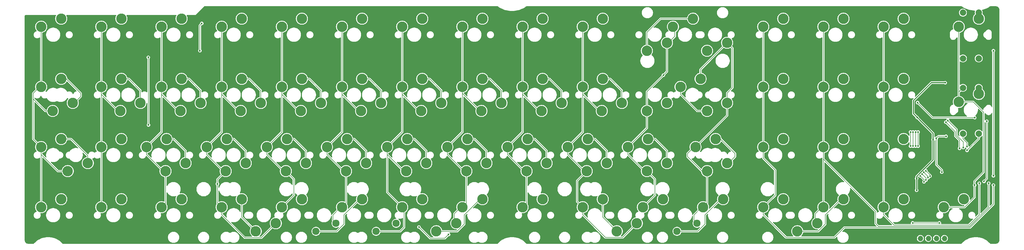
<source format=gtl>
G04 #@! TF.GenerationSoftware,KiCad,Pcbnew,8.0.4-1.fc39*
G04 #@! TF.CreationDate,2024-09-17T21:02:33-04:00*
G04 #@! TF.ProjectId,Q9-Chimera,51392d43-6869-46d6-9572-612e6b696361,rev?*
G04 #@! TF.SameCoordinates,Original*
G04 #@! TF.FileFunction,Copper,L1,Top*
G04 #@! TF.FilePolarity,Positive*
%FSLAX46Y46*%
G04 Gerber Fmt 4.6, Leading zero omitted, Abs format (unit mm)*
G04 Created by KiCad (PCBNEW 8.0.4-1.fc39) date 2024-09-17 21:02:33*
%MOMM*%
%LPD*%
G01*
G04 APERTURE LIST*
G04 Aperture macros list*
%AMRoundRect*
0 Rectangle with rounded corners*
0 $1 Rounding radius*
0 $2 $3 $4 $5 $6 $7 $8 $9 X,Y pos of 4 corners*
0 Add a 4 corners polygon primitive as box body*
4,1,4,$2,$3,$4,$5,$6,$7,$8,$9,$2,$3,0*
0 Add four circle primitives for the rounded corners*
1,1,$1+$1,$2,$3*
1,1,$1+$1,$4,$5*
1,1,$1+$1,$6,$7*
1,1,$1+$1,$8,$9*
0 Add four rect primitives between the rounded corners*
20,1,$1+$1,$2,$3,$4,$5,0*
20,1,$1+$1,$4,$5,$6,$7,0*
20,1,$1+$1,$6,$7,$8,$9,0*
20,1,$1+$1,$8,$9,$2,$3,0*%
G04 Aperture macros list end*
G04 #@! TA.AperFunction,ComponentPad*
%ADD10C,2.300000*%
G04 #@! TD*
G04 #@! TA.AperFunction,ComponentPad*
%ADD11C,2.000000*%
G04 #@! TD*
G04 #@! TA.AperFunction,ComponentPad*
%ADD12RoundRect,0.500000X0.500000X-0.500000X0.500000X0.500000X-0.500000X0.500000X-0.500000X-0.500000X0*%
G04 #@! TD*
G04 #@! TA.AperFunction,ComponentPad*
%ADD13C,3.300000*%
G04 #@! TD*
G04 #@! TA.AperFunction,ComponentPad*
%ADD14R,1.700000X1.700000*%
G04 #@! TD*
G04 #@! TA.AperFunction,ComponentPad*
%ADD15O,1.700000X1.700000*%
G04 #@! TD*
G04 #@! TA.AperFunction,ViaPad*
%ADD16C,0.600000*%
G04 #@! TD*
G04 #@! TA.AperFunction,ViaPad*
%ADD17C,0.500000*%
G04 #@! TD*
G04 #@! TA.AperFunction,Conductor*
%ADD18C,0.200000*%
G04 #@! TD*
G04 #@! TA.AperFunction,Conductor*
%ADD19C,0.300000*%
G04 #@! TD*
G04 APERTURE END LIST*
D10*
G04 #@! TO.P,MX53,1,1*
G04 #@! TO.N,Col 5*
X114935000Y-85090000D03*
G04 #@! TO.P,MX53,2,2*
G04 #@! TO.N,Net-(D54-A)*
X108585000Y-87630000D03*
G04 #@! TD*
G04 #@! TO.P,MX95,1,1*
G04 #@! TO.N,Net-(D55-A)*
X133984904Y-85089992D03*
G04 #@! TO.P,MX95,2,2*
G04 #@! TO.N,Col 6*
X127634904Y-87629992D03*
G04 #@! TD*
G04 #@! TO.P,MX60,1,1*
G04 #@! TO.N,Col 11*
X229235000Y-85090000D03*
G04 #@! TO.P,MX60,2,2*
G04 #@! TO.N,Net-(D61-A)*
X222885000Y-87630000D03*
G04 #@! TD*
D11*
G04 #@! TO.P,SW2,A,A*
G04 #@! TO.N,ENC2A*
X313412500Y-56712500D03*
G04 #@! TO.P,SW2,B,B*
G04 #@! TO.N,ENC2B*
X318412500Y-56712500D03*
D12*
G04 #@! TO.P,SW2,C,C*
G04 #@! TO.N,GND*
X315912500Y-56712500D03*
D11*
G04 #@! TO.P,SW2,S1,S1*
G04 #@! TO.N,Net-(D32-A)*
X318412500Y-42212500D03*
G04 #@! TO.P,SW2,S2,S2*
G04 #@! TO.N,Col 15*
X313412500Y-42212500D03*
G04 #@! TD*
G04 #@! TO.P,SW1,A,A*
G04 #@! TO.N,ENC1A*
X313412500Y-32900000D03*
G04 #@! TO.P,SW1,B,B*
G04 #@! TO.N,ENC1B*
X318412500Y-32900000D03*
D12*
G04 #@! TO.P,SW1,C,C*
G04 #@! TO.N,GND*
X315912500Y-32900000D03*
D11*
G04 #@! TO.P,SW1,S1,S1*
G04 #@! TO.N,Net-(D16-A)*
X318412500Y-18400000D03*
G04 #@! TO.P,SW1,S2,S2*
G04 #@! TO.N,Col 15*
X313412500Y-18400000D03*
G04 #@! TD*
D13*
G04 #@! TO.P,MX9,1,1*
G04 #@! TO.N,Col 8*
X173990000Y-22860000D03*
G04 #@! TO.P,MX9,2,2*
G04 #@! TO.N,Net-(D9-A)*
X180340000Y-20320000D03*
G04 #@! TD*
G04 #@! TO.P,MX20,1,1*
G04 #@! TO.N,Col 3*
X78740000Y-41910000D03*
G04 #@! TO.P,MX20,2,2*
G04 #@! TO.N,Net-(D20-A)*
X85090000Y-39370000D03*
G04 #@! TD*
G04 #@! TO.P,MX90,1,1*
G04 #@! TO.N,Col 11*
X228758568Y-60960000D03*
G04 #@! TO.P,MX90,2,2*
G04 #@! TO.N,Net-(D44-A)*
X235108568Y-58420000D03*
G04 #@! TD*
G04 #@! TO.P,MX49,1,1*
G04 #@! TO.N,Col 1*
X40640000Y-80010000D03*
G04 #@! TO.P,MX49,2,2*
G04 #@! TO.N,Net-(D49-A)*
X46990000Y-77470000D03*
G04 #@! TD*
G04 #@! TO.P,MX36,1,1*
G04 #@! TO.N,Net-(D36-A)*
X86360000Y-66040000D03*
G04 #@! TO.P,MX36,2,2*
G04 #@! TO.N,Col 3*
X80010000Y-68580000D03*
G04 #@! TD*
G04 #@! TO.P,MX16,1,1*
G04 #@! TO.N,Col 15*
X312102500Y-22860000D03*
G04 #@! TO.P,MX16,2,2*
G04 #@! TO.N,Net-(D16-A)*
X318452500Y-20320000D03*
G04 #@! TD*
G04 #@! TO.P,MX5,1,1*
G04 #@! TO.N,Col 4*
X97790000Y-22860000D03*
G04 #@! TO.P,MX5,2,2*
G04 #@! TO.N,Net-(D5-A)*
X104140000Y-20320000D03*
G04 #@! TD*
G04 #@! TO.P,MX37,1,1*
G04 #@! TO.N,Net-(D37-A)*
X105410000Y-66040000D03*
G04 #@! TO.P,MX37,2,2*
G04 #@! TO.N,Col 4*
X99060000Y-68580000D03*
G04 #@! TD*
G04 #@! TO.P,MX82,1,1*
G04 #@! TO.N,Col 3*
X73977448Y-60960000D03*
G04 #@! TO.P,MX82,2,2*
G04 #@! TO.N,Net-(D36-A)*
X80327448Y-58420000D03*
G04 #@! TD*
G04 #@! TO.P,MX44,1,1*
G04 #@! TO.N,Net-(D44-A)*
X238760000Y-66040000D03*
G04 #@! TO.P,MX44,2,2*
G04 #@! TO.N,Col 11*
X232410000Y-68580000D03*
G04 #@! TD*
G04 #@! TO.P,MX30,1,1*
G04 #@! TO.N,Col 13*
X269240000Y-41910000D03*
G04 #@! TO.P,MX30,2,2*
G04 #@! TO.N,Net-(D30-A)*
X275590000Y-39370000D03*
G04 #@! TD*
G04 #@! TO.P,MX52,1,1*
G04 #@! TO.N,Col 4*
X97790000Y-80010000D03*
G04 #@! TO.P,MX52,2,2*
G04 #@! TO.N,Net-(D52-A)*
X104140000Y-77470000D03*
G04 #@! TD*
G04 #@! TO.P,MX50,1,1*
G04 #@! TO.N,Col 2*
X59690000Y-80010000D03*
G04 #@! TO.P,MX50,2,2*
G04 #@! TO.N,Net-(D50-A)*
X66040000Y-77470000D03*
G04 #@! TD*
G04 #@! TO.P,MX83,1,1*
G04 #@! TO.N,Col 4*
X93027432Y-60960000D03*
G04 #@! TO.P,MX83,2,2*
G04 #@! TO.N,Net-(D37-A)*
X99377432Y-58420000D03*
G04 #@! TD*
G04 #@! TO.P,MX74,1,1*
G04 #@! TO.N,Net-(D22-A)*
X129222408Y-46990000D03*
G04 #@! TO.P,MX74,2,2*
G04 #@! TO.N,Col 5*
X122872408Y-49530000D03*
G04 #@! TD*
G04 #@! TO.P,MX47,1,1*
G04 #@! TO.N,Col 14*
X288290000Y-60960000D03*
G04 #@! TO.P,MX47,2,2*
G04 #@! TO.N,Net-(D47-A)*
X294640000Y-58420000D03*
G04 #@! TD*
G04 #@! TO.P,MX73,1,1*
G04 #@! TO.N,Net-(D21-A)*
X110172424Y-46990000D03*
G04 #@! TO.P,MX73,2,2*
G04 #@! TO.N,Col 4*
X103822424Y-49530000D03*
G04 #@! TD*
G04 #@! TO.P,MX1,1,1*
G04 #@! TO.N,Col 0*
X21590000Y-22860000D03*
G04 #@! TO.P,MX1,2,2*
G04 #@! TO.N,Net-(D1-A)*
X27940000Y-20320000D03*
G04 #@! TD*
G04 #@! TO.P,MX65,1,1*
G04 #@! TO.N,Col 15*
X307340000Y-80010000D03*
G04 #@! TO.P,MX65,2,2*
G04 #@! TO.N,Net-(D65-A)*
X313690000Y-77470000D03*
G04 #@! TD*
G04 #@! TO.P,MX84,1,1*
G04 #@! TO.N,Col 5*
X112077416Y-60960000D03*
G04 #@! TO.P,MX84,2,2*
G04 #@! TO.N,Net-(D38-A)*
X118427416Y-58420000D03*
G04 #@! TD*
G04 #@! TO.P,MX28,1,1*
G04 #@! TO.N,Col 11*
X238760000Y-46990000D03*
G04 #@! TO.P,MX28,2,2*
G04 #@! TO.N,Net-(D28-A)*
X232410000Y-49530000D03*
G04 #@! TD*
G04 #@! TO.P,MX67,1,1*
G04 #@! TO.N,Col 13*
X267334792Y-85090000D03*
G04 #@! TO.P,MX67,2,2*
G04 #@! TO.N,Net-(D63-A)*
X260984792Y-87630000D03*
G04 #@! TD*
G04 #@! TO.P,MX71,1,1*
G04 #@! TO.N,Net-(D19-A)*
X72072456Y-46990000D03*
G04 #@! TO.P,MX71,2,2*
G04 #@! TO.N,Col 2*
X65722456Y-49530000D03*
G04 #@! TD*
G04 #@! TO.P,MX80,1,1*
G04 #@! TO.N,Col 0*
X30003736Y-68580000D03*
G04 #@! TO.P,MX80,2,2*
G04 #@! TO.N,Net-(D33-A)*
X36353736Y-66040000D03*
G04 #@! TD*
G04 #@! TO.P,MX19,1,1*
G04 #@! TO.N,Col 2*
X59690000Y-41910000D03*
G04 #@! TO.P,MX19,2,2*
G04 #@! TO.N,Net-(D19-A)*
X66040000Y-39370000D03*
G04 #@! TD*
G04 #@! TO.P,MX51,1,1*
G04 #@! TO.N,Col 3*
X78740000Y-80010000D03*
G04 #@! TO.P,MX51,2,2*
G04 #@! TO.N,Net-(D51-A)*
X85090000Y-77470000D03*
G04 #@! TD*
G04 #@! TO.P,MX69,1,1*
G04 #@! TO.N,Col 0*
X25241240Y-49530000D03*
G04 #@! TO.P,MX69,2,2*
G04 #@! TO.N,Net-(D17-A)*
X31591240Y-46990000D03*
G04 #@! TD*
G04 #@! TO.P,MX92,1,1*
G04 #@! TO.N,Col 9*
X210185000Y-85090000D03*
G04 #@! TO.P,MX92,2,2*
G04 #@! TO.N,Net-(D58-A)*
X203835000Y-87630000D03*
G04 #@! TD*
G04 #@! TO.P,MX35,1,1*
G04 #@! TO.N,Net-(D35-A)*
X67310000Y-66040000D03*
G04 #@! TO.P,MX35,2,2*
G04 #@! TO.N,Col 2*
X60960000Y-68580000D03*
G04 #@! TD*
G04 #@! TO.P,MX31,1,1*
G04 #@! TO.N,Col 14*
X288290000Y-41910000D03*
G04 #@! TO.P,MX31,2,2*
G04 #@! TO.N,Net-(D31-A)*
X294640000Y-39370000D03*
G04 #@! TD*
G04 #@! TO.P,MX10,1,1*
G04 #@! TO.N,Col 9*
X193040000Y-22860000D03*
G04 #@! TO.P,MX10,2,2*
G04 #@! TO.N,Net-(D10-A)*
X199390000Y-20320000D03*
G04 #@! TD*
G04 #@! TO.P,MX12,1,1*
G04 #@! TO.N,Col 11*
X238760000Y-27940000D03*
G04 #@! TO.P,MX12,2,2*
G04 #@! TO.N,Net-(D12-A)*
X232410000Y-30480000D03*
G04 #@! TD*
G04 #@! TO.P,MX77,1,1*
G04 #@! TO.N,Net-(D25-A)*
X186372360Y-46990000D03*
G04 #@! TO.P,MX77,2,2*
G04 #@! TO.N,Col 8*
X180022360Y-49530000D03*
G04 #@! TD*
G04 #@! TO.P,MX23,1,1*
G04 #@! TO.N,Col 6*
X135890000Y-41910000D03*
G04 #@! TO.P,MX23,2,2*
G04 #@! TO.N,Net-(D23-A)*
X142240000Y-39370000D03*
G04 #@! TD*
G04 #@! TO.P,MX17,1,1*
G04 #@! TO.N,Col 0*
X21590000Y-41910000D03*
G04 #@! TO.P,MX17,2,2*
G04 #@! TO.N,Net-(D17-A)*
X27940000Y-39370000D03*
G04 #@! TD*
G04 #@! TO.P,MX24,1,1*
G04 #@! TO.N,Col 7*
X154940000Y-41910000D03*
G04 #@! TO.P,MX24,2,2*
G04 #@! TO.N,Net-(D24-A)*
X161290000Y-39370000D03*
G04 #@! TD*
G04 #@! TO.P,MX75,1,1*
G04 #@! TO.N,Net-(D23-A)*
X148272392Y-46990000D03*
G04 #@! TO.P,MX75,2,2*
G04 #@! TO.N,Col 6*
X141922392Y-49530000D03*
G04 #@! TD*
G04 #@! TO.P,MX81,1,1*
G04 #@! TO.N,Col 2*
X54927464Y-60960000D03*
G04 #@! TO.P,MX81,2,2*
G04 #@! TO.N,Net-(D35-A)*
X61277464Y-58420000D03*
G04 #@! TD*
G04 #@! TO.P,MX85,1,1*
G04 #@! TO.N,Col 6*
X131127400Y-60960000D03*
G04 #@! TO.P,MX85,2,2*
G04 #@! TO.N,Net-(D39-A)*
X137477400Y-58420000D03*
G04 #@! TD*
G04 #@! TO.P,MX27,1,1*
G04 #@! TO.N,Net-(D27-A)*
X219710000Y-46990000D03*
G04 #@! TO.P,MX27,2,2*
G04 #@! TO.N,Col 10*
X213360000Y-49530000D03*
G04 #@! TD*
G04 #@! TO.P,MX26,1,1*
G04 #@! TO.N,Col 9*
X193040000Y-41910000D03*
G04 #@! TO.P,MX26,2,2*
G04 #@! TO.N,Net-(D26-A)*
X199390000Y-39370000D03*
G04 #@! TD*
G04 #@! TO.P,MX13,1,1*
G04 #@! TO.N,Col 12*
X250190000Y-22860000D03*
G04 #@! TO.P,MX13,2,2*
G04 #@! TO.N,Net-(D13-A)*
X256540000Y-20320000D03*
G04 #@! TD*
G04 #@! TO.P,MX62,1,1*
G04 #@! TO.N,Col 12*
X250190000Y-80010000D03*
G04 #@! TO.P,MX62,2,2*
G04 #@! TO.N,Net-(D62-A)*
X256540000Y-77470000D03*
G04 #@! TD*
G04 #@! TO.P,MX78,1,1*
G04 #@! TO.N,Net-(D26-A)*
X205422344Y-46990000D03*
G04 #@! TO.P,MX78,2,2*
G04 #@! TO.N,Col 9*
X199072344Y-49530000D03*
G04 #@! TD*
G04 #@! TO.P,MX4,1,1*
G04 #@! TO.N,Col 3*
X78740000Y-22860000D03*
G04 #@! TO.P,MX4,2,2*
G04 #@! TO.N,Net-(D4-A)*
X85090000Y-20320000D03*
G04 #@! TD*
G04 #@! TO.P,MX61,1,1*
G04 #@! TO.N,Col 11*
X231140000Y-80010000D03*
G04 #@! TO.P,MX61,2,2*
G04 #@! TO.N,Net-(D61-A)*
X237490000Y-77470000D03*
G04 #@! TD*
G04 #@! TO.P,MX41,1,1*
G04 #@! TO.N,Net-(D41-A)*
X181610000Y-66040000D03*
G04 #@! TO.P,MX41,2,2*
G04 #@! TO.N,Col 8*
X175260000Y-68580000D03*
G04 #@! TD*
G04 #@! TO.P,MX15,1,1*
G04 #@! TO.N,Col 14*
X288290000Y-22860000D03*
G04 #@! TO.P,MX15,2,2*
G04 #@! TO.N,Net-(D15-A)*
X294640000Y-20320000D03*
G04 #@! TD*
G04 #@! TO.P,MX57,1,1*
G04 #@! TO.N,Col 8*
X173990000Y-80010000D03*
G04 #@! TO.P,MX57,2,2*
G04 #@! TO.N,Net-(D57-A)*
X180340000Y-77470000D03*
G04 #@! TD*
G04 #@! TO.P,MX39,1,1*
G04 #@! TO.N,Net-(D39-A)*
X143510000Y-66040000D03*
G04 #@! TO.P,MX39,2,2*
G04 #@! TO.N,Col 6*
X137160000Y-68580000D03*
G04 #@! TD*
G04 #@! TO.P,MX68,1,1*
G04 #@! TO.N,Col 10*
X221614824Y-22859992D03*
G04 #@! TO.P,MX68,2,2*
G04 #@! TO.N,Net-(D11-A)*
X227964824Y-20319992D03*
G04 #@! TD*
G04 #@! TO.P,MX66,1,1*
G04 #@! TO.N,Col 7*
X153035000Y-85090000D03*
G04 #@! TO.P,MX66,2,2*
G04 #@! TO.N,Net-(D56-A)*
X146685000Y-87630000D03*
G04 #@! TD*
G04 #@! TO.P,MX14,1,1*
G04 #@! TO.N,Col 13*
X269240000Y-22860000D03*
G04 #@! TO.P,MX14,2,2*
G04 #@! TO.N,Net-(D14-A)*
X275590000Y-20320000D03*
G04 #@! TD*
G04 #@! TO.P,MX88,1,1*
G04 #@! TO.N,Col 9*
X188277352Y-60960000D03*
G04 #@! TO.P,MX88,2,2*
G04 #@! TO.N,Net-(D42-A)*
X194627352Y-58420000D03*
G04 #@! TD*
G04 #@! TO.P,MX40,1,1*
G04 #@! TO.N,Net-(D40-A)*
X162560000Y-66040000D03*
G04 #@! TO.P,MX40,2,2*
G04 #@! TO.N,Col 7*
X156210000Y-68580000D03*
G04 #@! TD*
G04 #@! TO.P,MX11,1,1*
G04 #@! TO.N,Col 10*
X219710000Y-27940000D03*
G04 #@! TO.P,MX11,2,2*
G04 #@! TO.N,Net-(D11-A)*
X213360000Y-30480000D03*
G04 #@! TD*
G04 #@! TO.P,MX89,1,1*
G04 #@! TO.N,Col 10*
X207327336Y-60960000D03*
G04 #@! TO.P,MX89,2,2*
G04 #@! TO.N,Net-(D43-A)*
X213677336Y-58420000D03*
G04 #@! TD*
G04 #@! TO.P,MX48,1,1*
G04 #@! TO.N,Col 0*
X21590000Y-80010000D03*
G04 #@! TO.P,MX48,2,2*
G04 #@! TO.N,Net-(D48-A)*
X27940000Y-77470000D03*
G04 #@! TD*
G04 #@! TO.P,MX54,1,1*
G04 #@! TO.N,Col 5*
X116840000Y-80010000D03*
G04 #@! TO.P,MX54,2,2*
G04 #@! TO.N,Net-(D54-A)*
X123190000Y-77470000D03*
G04 #@! TD*
G04 #@! TO.P,MX70,1,1*
G04 #@! TO.N,Net-(D18-A)*
X53022472Y-46990000D03*
G04 #@! TO.P,MX70,2,2*
G04 #@! TO.N,Col 1*
X46672472Y-49530000D03*
G04 #@! TD*
G04 #@! TO.P,MX21,1,1*
G04 #@! TO.N,Col 4*
X97790000Y-41910000D03*
G04 #@! TO.P,MX21,2,2*
G04 #@! TO.N,Net-(D21-A)*
X104140000Y-39370000D03*
G04 #@! TD*
G04 #@! TO.P,MX59,1,1*
G04 #@! TO.N,Col 10*
X212090000Y-80010000D03*
G04 #@! TO.P,MX59,2,2*
G04 #@! TO.N,Net-(D59-A)*
X218440000Y-77470000D03*
G04 #@! TD*
G04 #@! TO.P,MX25,1,1*
G04 #@! TO.N,Col 8*
X173990000Y-41910000D03*
G04 #@! TO.P,MX25,2,2*
G04 #@! TO.N,Net-(D25-A)*
X180340000Y-39370000D03*
G04 #@! TD*
G04 #@! TO.P,MX32,1,1*
G04 #@! TO.N,Col 15*
X312102500Y-46672500D03*
G04 #@! TO.P,MX32,2,2*
G04 #@! TO.N,Net-(D32-A)*
X318452500Y-44132500D03*
G04 #@! TD*
G04 #@! TO.P,MX43,1,1*
G04 #@! TO.N,Net-(D43-A)*
X219710000Y-66040000D03*
G04 #@! TO.P,MX43,2,2*
G04 #@! TO.N,Col 10*
X213360000Y-68580000D03*
G04 #@! TD*
G04 #@! TO.P,MX86,1,1*
G04 #@! TO.N,Col 7*
X150177384Y-60960000D03*
G04 #@! TO.P,MX86,2,2*
G04 #@! TO.N,Net-(D40-A)*
X156527384Y-58420000D03*
G04 #@! TD*
G04 #@! TO.P,MX22,1,1*
G04 #@! TO.N,Col 5*
X116840000Y-41910000D03*
G04 #@! TO.P,MX22,2,2*
G04 #@! TO.N,Net-(D22-A)*
X123190000Y-39370000D03*
G04 #@! TD*
G04 #@! TO.P,MX46,1,1*
G04 #@! TO.N,Col 13*
X269240000Y-60960000D03*
G04 #@! TO.P,MX46,2,2*
G04 #@! TO.N,Net-(D46-A)*
X275590000Y-58420000D03*
G04 #@! TD*
G04 #@! TO.P,MX56,1,1*
G04 #@! TO.N,Col 7*
X154940000Y-80010000D03*
G04 #@! TO.P,MX56,2,2*
G04 #@! TO.N,Net-(D56-A)*
X161290000Y-77470000D03*
G04 #@! TD*
G04 #@! TO.P,MX72,1,1*
G04 #@! TO.N,Net-(D20-A)*
X91122440Y-46990000D03*
G04 #@! TO.P,MX72,2,2*
G04 #@! TO.N,Col 3*
X84772440Y-49530000D03*
G04 #@! TD*
G04 #@! TO.P,MX91,1,1*
G04 #@! TO.N,Col 3*
X95885000Y-85090000D03*
G04 #@! TO.P,MX91,2,2*
G04 #@! TO.N,Net-(D51-A)*
X89535000Y-87630000D03*
G04 #@! TD*
G04 #@! TO.P,MX29,1,1*
G04 #@! TO.N,Col 12*
X250190000Y-41910000D03*
G04 #@! TO.P,MX29,2,2*
G04 #@! TO.N,Net-(D29-A)*
X256540000Y-39370000D03*
G04 #@! TD*
G04 #@! TO.P,MX42,1,1*
G04 #@! TO.N,Net-(D42-A)*
X200660000Y-66040000D03*
G04 #@! TO.P,MX42,2,2*
G04 #@! TO.N,Col 9*
X194310000Y-68580000D03*
G04 #@! TD*
G04 #@! TO.P,MX33,1,1*
G04 #@! TO.N,Col 0*
X21590000Y-60960000D03*
G04 #@! TO.P,MX33,2,2*
G04 #@! TO.N,Net-(D33-A)*
X27940000Y-58420000D03*
G04 #@! TD*
G04 #@! TO.P,MX34,1,1*
G04 #@! TO.N,Col 1*
X40640000Y-60960000D03*
G04 #@! TO.P,MX34,2,2*
G04 #@! TO.N,Net-(D34-A)*
X46990000Y-58420000D03*
G04 #@! TD*
G04 #@! TO.P,MX87,1,1*
G04 #@! TO.N,Col 8*
X169227368Y-60960000D03*
G04 #@! TO.P,MX87,2,2*
G04 #@! TO.N,Net-(D41-A)*
X175577368Y-58420000D03*
G04 #@! TD*
D14*
G04 #@! TO.P,J3,1,Pin_1*
G04 #@! TO.N,GND*
X297404280Y-89892112D03*
D15*
G04 #@! TO.P,J3,2,Pin_2*
G04 #@! TO.N,+3V3*
X299944280Y-89892112D03*
G04 #@! TO.P,J3,3,Pin_3*
G04 #@! TO.N,RESET*
X302484280Y-89892112D03*
G04 #@! TO.P,J3,4,Pin_4*
G04 #@! TO.N,SWD*
X305024280Y-89892112D03*
G04 #@! TO.P,J3,5,Pin_5*
G04 #@! TO.N,SWC*
X307564280Y-89892112D03*
G04 #@! TD*
D13*
G04 #@! TO.P,MX45,1,1*
G04 #@! TO.N,Col 12*
X250190000Y-60960000D03*
G04 #@! TO.P,MX45,2,2*
G04 #@! TO.N,Net-(D45-A)*
X256540000Y-58420000D03*
G04 #@! TD*
G04 #@! TO.P,MX64,1,1*
G04 #@! TO.N,Col 14*
X288290000Y-80010000D03*
G04 #@! TO.P,MX64,2,2*
G04 #@! TO.N,Net-(D64-A)*
X294640000Y-77470000D03*
G04 #@! TD*
G04 #@! TO.P,MX18,1,1*
G04 #@! TO.N,Col 1*
X40640000Y-41910000D03*
G04 #@! TO.P,MX18,2,2*
G04 #@! TO.N,Net-(D18-A)*
X46990000Y-39370000D03*
G04 #@! TD*
G04 #@! TO.P,MX63,1,1*
G04 #@! TO.N,Col 13*
X269240000Y-80010000D03*
G04 #@! TO.P,MX63,2,2*
G04 #@! TO.N,Net-(D63-A)*
X275590000Y-77470000D03*
G04 #@! TD*
G04 #@! TO.P,MX76,1,1*
G04 #@! TO.N,Net-(D24-A)*
X167322376Y-46990000D03*
G04 #@! TO.P,MX76,2,2*
G04 #@! TO.N,Col 7*
X160972376Y-49530000D03*
G04 #@! TD*
G04 #@! TO.P,MX2,1,1*
G04 #@! TO.N,Col 1*
X40640000Y-22860000D03*
G04 #@! TO.P,MX2,2,2*
G04 #@! TO.N,Net-(D2-A)*
X46990000Y-20320000D03*
G04 #@! TD*
G04 #@! TO.P,MX58,1,1*
G04 #@! TO.N,Col 9*
X193040000Y-80010000D03*
G04 #@! TO.P,MX58,2,2*
G04 #@! TO.N,Net-(D58-A)*
X199390000Y-77470000D03*
G04 #@! TD*
G04 #@! TO.P,MX6,1,1*
G04 #@! TO.N,Col 5*
X116840000Y-22860000D03*
G04 #@! TO.P,MX6,2,2*
G04 #@! TO.N,Net-(D6-A)*
X123190000Y-20320000D03*
G04 #@! TD*
G04 #@! TO.P,MX8,1,1*
G04 #@! TO.N,Col 7*
X154940000Y-22860000D03*
G04 #@! TO.P,MX8,2,2*
G04 #@! TO.N,Net-(D8-A)*
X161290000Y-20320000D03*
G04 #@! TD*
G04 #@! TO.P,MX38,1,1*
G04 #@! TO.N,Net-(D38-A)*
X124460000Y-66040000D03*
G04 #@! TO.P,MX38,2,2*
G04 #@! TO.N,Col 5*
X118110000Y-68580000D03*
G04 #@! TD*
G04 #@! TO.P,MX79,1,1*
G04 #@! TO.N,Col 11*
X230346072Y-39370000D03*
G04 #@! TO.P,MX79,2,2*
G04 #@! TO.N,Net-(D28-A)*
X223996072Y-41910000D03*
G04 #@! TD*
G04 #@! TO.P,MX7,1,1*
G04 #@! TO.N,Col 6*
X135890000Y-22860000D03*
G04 #@! TO.P,MX7,2,2*
G04 #@! TO.N,Net-(D7-A)*
X142240000Y-20320000D03*
G04 #@! TD*
G04 #@! TO.P,MX3,1,1*
G04 #@! TO.N,Col 2*
X59690000Y-22860000D03*
G04 #@! TO.P,MX3,2,2*
G04 #@! TO.N,Net-(D3-A)*
X66040000Y-20320000D03*
G04 #@! TD*
G04 #@! TO.P,MX55,1,1*
G04 #@! TO.N,Col 6*
X135890000Y-80010000D03*
G04 #@! TO.P,MX55,2,2*
G04 #@! TO.N,Net-(D55-A)*
X142240000Y-77470000D03*
G04 #@! TD*
D16*
G04 #@! TO.N,GND*
X166687500Y-23018750D03*
X119459375Y-77787500D03*
X304006250Y-23415625D03*
X126603218Y-79573427D03*
X91479751Y-74215610D03*
X243284375Y-41671875D03*
X308734508Y-64991352D03*
X317103125Y-80168750D03*
X91281250Y-23018750D03*
D17*
X307385680Y-54570280D03*
D16*
X147637500Y-23018750D03*
X33139048Y-34032016D03*
X282178125Y-49212500D03*
X278606250Y-68659375D03*
X281384375Y-61118750D03*
X106362500Y-57943750D03*
X188515625Y-17462500D03*
X288528125Y-83740625D03*
X292099768Y-72727296D03*
X298450000Y-65881250D03*
X282178125Y-42465625D03*
X206375000Y-21431250D03*
X262731250Y-42068750D03*
X225425000Y-77390625D03*
X308157769Y-71491002D03*
X310852096Y-53082000D03*
X101004616Y-78978136D03*
X243284375Y-20637500D03*
X144859375Y-57943750D03*
X263525000Y-34131250D03*
X271462500Y-74215625D03*
X308734508Y-62591352D03*
X307534508Y-63791352D03*
X148828125Y-76596875D03*
X281384375Y-23018750D03*
X263128125Y-76993750D03*
X186928125Y-40878125D03*
X128984375Y-22621875D03*
X261540625Y-61118750D03*
X206375000Y-76993750D03*
D17*
X305004432Y-54570280D03*
X303962636Y-54570280D03*
D16*
X318293496Y-65285896D03*
X84335880Y-80466416D03*
X35520296Y-34924984D03*
X298450000Y-42068750D03*
X306334508Y-64991352D03*
X297259375Y-74612500D03*
X306334508Y-62591352D03*
X217884375Y-18653125D03*
X295671875Y-61118750D03*
X74662060Y-83145320D03*
D17*
X299838824Y-61714024D03*
D16*
X111125000Y-76596875D03*
D17*
X308427476Y-54570280D03*
X302220072Y-58439808D03*
D16*
X109934375Y-23018750D03*
X83889396Y-85973052D03*
X186134375Y-23018750D03*
X262334375Y-23415625D03*
X320278125Y-41671875D03*
X281781250Y-81756250D03*
X35520296Y-34032016D03*
X168275000Y-76596875D03*
X307804215Y-74248718D03*
X148431250Y-17462500D03*
X125809375Y-58737500D03*
X33139048Y-34924984D03*
G04 #@! TO.N,+3V3*
X307832164Y-40574184D03*
X298753656Y-74655796D03*
X298945856Y-51593720D03*
X298753656Y-70935096D03*
X303962636Y-58582372D03*
G04 #@! TO.N,+1V1*
X308086971Y-57538288D03*
X306734508Y-68908297D03*
X305004432Y-58142152D03*
G04 #@! TO.N,Row 1*
X320972400Y-52784344D03*
X317148552Y-51656250D03*
X299051304Y-46893750D03*
X320079432Y-71834328D03*
G04 #@! TO.N,Row 2*
X55517471Y-32543750D03*
X55562500Y-53975000D03*
G04 #@! TO.N,Row 3*
X297483026Y-84993750D03*
X150564340Y-88651956D03*
X141188176Y-86270708D03*
X305977406Y-84993750D03*
G04 #@! TO.N,Row 0*
X323055992Y-30460144D03*
X323055992Y-70048392D03*
G04 #@! TO.N,Col 1*
X301024015Y-68962393D03*
X302361512Y-70646594D03*
G04 #@! TO.N,Col 2*
X301693108Y-71399888D03*
X300458328Y-69528080D03*
G04 #@! TO.N,Col 3*
X301093108Y-71976892D03*
X299892641Y-70093767D03*
X77390625Y-72628125D03*
G04 #@! TO.N,Col 4*
X299218901Y-60665964D03*
X299218901Y-56201124D03*
G04 #@! TO.N,Col 5*
X298418898Y-56201124D03*
X298418898Y-60665964D03*
G04 #@! TO.N,Col 6*
X297618895Y-56201124D03*
X297618895Y-60665964D03*
G04 #@! TO.N,Col 7*
X296818892Y-56201124D03*
X296818892Y-60665964D03*
G04 #@! TO.N,Col 10*
X218578736Y-38199200D03*
G04 #@! TO.N,Col 12*
X323055992Y-73024952D03*
G04 #@! TO.N,Col 13*
X321567712Y-72429640D03*
G04 #@! TO.N,Col 14*
X318591152Y-72429640D03*
G04 #@! TO.N,Col 15*
X72429640Y-21828120D03*
X71834328Y-30460144D03*
X317102872Y-73024952D03*
G04 #@! TO.N,Col 0*
X302991735Y-70153823D03*
X301659292Y-68476156D03*
G04 #@! TO.N,ENC1B*
X307980992Y-53075736D03*
X312340376Y-61391352D03*
G04 #@! TO.N,ENC1A*
X313531000Y-61118712D03*
X308622795Y-52598145D03*
G04 #@! TO.N,ENC2B*
X314721624Y-62011680D03*
G04 #@! TO.N,ENC2A*
X314721624Y-60821056D03*
G04 #@! TD*
D18*
G04 #@! TO.N,Col 11*
X230677588Y-80010000D02*
X228252556Y-82435032D01*
X228252556Y-82435032D02*
X228252556Y-84107556D01*
X228252556Y-84107556D02*
X229235000Y-85090000D01*
G04 #@! TO.N,Net-(D61-A)*
X236715225Y-77470000D02*
X231730000Y-82455225D01*
X231730000Y-82455225D02*
X231730000Y-85352717D01*
X231730000Y-85352717D02*
X229452717Y-87630000D01*
X229452717Y-87630000D02*
X222885000Y-87630000D01*
G04 #@! TO.N,Col 6*
X127634904Y-87629992D02*
X135215417Y-87629992D01*
X135215417Y-87629992D02*
X136479903Y-86365506D01*
X136479903Y-86365506D02*
X136479903Y-80599903D01*
X136479903Y-80599903D02*
X135890000Y-80010000D01*
G04 #@! TO.N,Net-(D54-A)*
X122415225Y-77470000D02*
X117430000Y-82455225D01*
X117430000Y-82455225D02*
X117430000Y-85352717D01*
X117430000Y-85352717D02*
X115152717Y-87630000D01*
X115152717Y-87630000D02*
X108585000Y-87630000D01*
G04 #@! TO.N,Col 5*
X116377588Y-80010000D02*
X113952652Y-82434936D01*
X113952652Y-82434936D02*
X113952652Y-84107652D01*
X113952652Y-84107652D02*
X114935000Y-85090000D01*
D19*
G04 #@! TO.N,+3V3*
X297755232Y-46235912D02*
X303416960Y-40574184D01*
X303962636Y-56610500D02*
X303962636Y-58582372D01*
X298945856Y-51593720D02*
X297755232Y-50403096D01*
X298945856Y-51593720D02*
X303962636Y-56610500D01*
X303962636Y-65031612D02*
X298753656Y-70240592D01*
X303962636Y-58582372D02*
X303962636Y-65031612D01*
X298753656Y-70240592D02*
X298753656Y-70935096D01*
X297755232Y-50403096D02*
X297755232Y-46235912D01*
X298753656Y-70935096D02*
X298753656Y-74655796D01*
X303416960Y-40574184D02*
X307832164Y-40574184D01*
D18*
G04 #@! TO.N,+1V1*
X305608296Y-57538288D02*
X308086971Y-57538288D01*
X306734508Y-68206596D02*
X305004432Y-66476520D01*
X306734508Y-68908297D02*
X306734508Y-68206596D01*
X305004432Y-58142152D02*
X305608296Y-57538288D01*
X305004432Y-58142152D02*
X305004432Y-66476520D01*
G04 #@! TO.N,Net-(D11-A)*
X227964824Y-20319992D02*
X217665233Y-20319992D01*
X213360000Y-24625225D02*
X213360000Y-30480000D01*
X217665233Y-20319992D02*
X213360000Y-24625225D01*
G04 #@! TO.N,Net-(D17-A)*
X34086239Y-43942564D02*
X29513675Y-39370000D01*
X32053651Y-46989976D02*
X34086239Y-44957388D01*
X29513675Y-39370000D02*
X27940000Y-39370000D01*
X34086239Y-44957388D02*
X34086239Y-43942564D01*
G04 #@! TO.N,Net-(D18-A)*
X49323452Y-39370000D02*
X53022472Y-43069020D01*
X46990000Y-39370000D02*
X49323452Y-39370000D01*
X53022472Y-43069020D02*
X53022472Y-46989976D01*
G04 #@! TO.N,Net-(D19-A)*
X72072456Y-43069004D02*
X72072456Y-46989976D01*
X68373452Y-39370000D02*
X72072456Y-43069004D01*
X66040000Y-39370000D02*
X68373452Y-39370000D01*
G04 #@! TO.N,Net-(D20-A)*
X91122440Y-43068988D02*
X91122440Y-46989976D01*
X85090000Y-39370000D02*
X87423452Y-39370000D01*
X87423452Y-39370000D02*
X91122440Y-43068988D01*
G04 #@! TO.N,Net-(D21-A)*
X104140000Y-39370000D02*
X106473452Y-39370000D01*
X106473452Y-39370000D02*
X110172424Y-43068972D01*
X110172424Y-43068972D02*
X110172424Y-46989976D01*
G04 #@! TO.N,Net-(D22-A)*
X129222408Y-43068956D02*
X129222408Y-46989976D01*
X125523452Y-39370000D02*
X129222408Y-43068956D01*
X123190000Y-39370000D02*
X125523452Y-39370000D01*
G04 #@! TO.N,Net-(D23-A)*
X144573452Y-39370000D02*
X142240000Y-39370000D01*
X148272392Y-46989976D02*
X148272392Y-43068940D01*
X148272392Y-43068940D02*
X144573452Y-39370000D01*
G04 #@! TO.N,Net-(D24-A)*
X163623452Y-39370000D02*
X167322376Y-43068924D01*
X161290000Y-39370000D02*
X163623452Y-39370000D01*
X167322376Y-43068924D02*
X167322376Y-46989976D01*
G04 #@! TO.N,Net-(D25-A)*
X180340000Y-39370000D02*
X182542536Y-39370000D01*
X186372360Y-43199824D02*
X186372360Y-46989976D01*
X182542536Y-39370000D02*
X186372360Y-43199824D01*
G04 #@! TO.N,Net-(D26-A)*
X205422344Y-43068892D02*
X205422344Y-46989976D01*
X199390000Y-39370000D02*
X201723452Y-39370000D01*
X201723452Y-39370000D02*
X205422344Y-43068892D01*
G04 #@! TO.N,Net-(D28-A)*
X223996072Y-41909976D02*
X223996072Y-44243428D01*
X229282644Y-49530000D02*
X232410000Y-49530000D01*
X223996072Y-44243428D02*
X229282644Y-49530000D01*
G04 #@! TO.N,Net-(D33-A)*
X31067228Y-58420000D02*
X27940000Y-58420000D01*
X36353736Y-63706508D02*
X31067228Y-58420000D01*
X36353736Y-66039960D02*
X36353736Y-63706508D01*
G04 #@! TO.N,Net-(D35-A)*
X63610916Y-58419960D02*
X67309960Y-62119004D01*
X61277464Y-58419960D02*
X63610916Y-58419960D01*
X67309960Y-62119004D02*
X67309960Y-66039960D01*
G04 #@! TO.N,Net-(D36-A)*
X86359944Y-62119004D02*
X86359944Y-66039960D01*
X80327448Y-58419960D02*
X82660900Y-58419960D01*
X82660900Y-58419960D02*
X86359944Y-62119004D01*
G04 #@! TO.N,Net-(D37-A)*
X101710884Y-58419960D02*
X105409928Y-62119004D01*
X105409928Y-62119004D02*
X105409928Y-66039960D01*
X99377432Y-58419960D02*
X101710884Y-58419960D01*
G04 #@! TO.N,Net-(D38-A)*
X118427416Y-58419960D02*
X120760868Y-58419960D01*
X124459912Y-62119004D02*
X124459912Y-66039960D01*
X120760868Y-58419960D02*
X124459912Y-62119004D01*
G04 #@! TO.N,Net-(D39-A)*
X137477400Y-58419960D02*
X139810852Y-58419960D01*
X139810852Y-58419960D02*
X143509896Y-62119004D01*
X143509896Y-62119004D02*
X143509896Y-66039960D01*
G04 #@! TO.N,Net-(D40-A)*
X156527384Y-58419960D02*
X158860836Y-58419960D01*
X158860836Y-58419960D02*
X162559880Y-62119004D01*
X162559880Y-62119004D02*
X162559880Y-66039960D01*
G04 #@! TO.N,Net-(D41-A)*
X181609864Y-62119004D02*
X181609864Y-66039960D01*
X175577368Y-58419960D02*
X177910820Y-58419960D01*
X177910820Y-58419960D02*
X181609864Y-62119004D01*
G04 #@! TO.N,Net-(D42-A)*
X194627352Y-58419960D02*
X196960804Y-58419960D01*
X196960804Y-58419960D02*
X200659848Y-62119004D01*
X200659848Y-62119004D02*
X200659848Y-66039960D01*
G04 #@! TO.N,Net-(D43-A)*
X216010788Y-58419960D02*
X219709832Y-62119004D01*
X219709832Y-62119004D02*
X219709832Y-66039960D01*
X213677336Y-58419960D02*
X216010788Y-58419960D01*
G04 #@! TO.N,Net-(D44-A)*
X241254815Y-64007372D02*
X241254815Y-62992548D01*
X239222227Y-66039960D02*
X241254815Y-64007372D01*
X236682227Y-58419960D02*
X235108568Y-58419960D01*
X241254815Y-62992548D02*
X236682227Y-58419960D01*
G04 #@! TO.N,Net-(D51-A)*
X85090000Y-77470000D02*
X85090000Y-83185000D01*
X85090000Y-83185000D02*
X89535000Y-87630000D01*
G04 #@! TO.N,Net-(D56-A)*
X155530000Y-85352717D02*
X153252717Y-87630000D01*
X155530000Y-82455225D02*
X155530000Y-85352717D01*
X153252717Y-87630000D02*
X146685000Y-87630000D01*
X160515225Y-77470000D02*
X155530000Y-82455225D01*
G04 #@! TO.N,Net-(D58-A)*
X203835000Y-87630000D02*
X199390000Y-83185000D01*
X199390000Y-83185000D02*
X199390000Y-77470000D01*
G04 #@! TO.N,Net-(D63-A)*
X267552509Y-87630000D02*
X260984792Y-87630000D01*
X269829792Y-85352717D02*
X267552509Y-87630000D01*
X274815225Y-77470000D02*
X269829792Y-82455433D01*
X269829792Y-82455433D02*
X269829792Y-85352717D01*
G04 #@! TO.N,Row 1*
X320079432Y-71834328D02*
X320972400Y-70941360D01*
X320972400Y-70941360D02*
X320972400Y-52784344D01*
X303813804Y-51656250D02*
X317148552Y-51656250D01*
X299051304Y-46893750D02*
X303813804Y-51656250D01*
G04 #@! TO.N,Row 2*
X55517471Y-53929971D02*
X55562500Y-53975000D01*
X55517471Y-32543750D02*
X55517471Y-53929971D01*
G04 #@! TO.N,Row 3*
X150564340Y-88651956D02*
X149373716Y-89842580D01*
X149373716Y-89842580D02*
X144760048Y-89842580D01*
X144760048Y-89842580D02*
X141188176Y-86270708D01*
X297483026Y-84993750D02*
X305977406Y-84993750D01*
G04 #@! TO.N,Row 0*
X323055992Y-30460144D02*
X323055992Y-70048392D01*
G04 #@! TO.N,Col 1*
X40640000Y-41910000D02*
X40640000Y-60960000D01*
X40640000Y-22860000D02*
X40640000Y-41910000D01*
X302361512Y-70299890D02*
X301024015Y-68962393D01*
X302361512Y-70646594D02*
X302361512Y-70299890D01*
X40640000Y-60960000D02*
X40640000Y-80010000D01*
X40640000Y-41910000D02*
X40640000Y-44243452D01*
X40640000Y-44243452D02*
X45926524Y-49529976D01*
G04 #@! TO.N,Col 2*
X59690000Y-56197424D02*
X54927464Y-60959960D01*
X59690000Y-22860000D02*
X59690000Y-41910000D01*
X59690000Y-44243452D02*
X64976524Y-49529976D01*
X54927464Y-60959960D02*
X54927464Y-63293412D01*
X301761512Y-71331484D02*
X301761512Y-70790471D01*
X301693108Y-71399888D02*
X301761512Y-71331484D01*
X60959960Y-68579960D02*
X60959960Y-78740040D01*
X54927464Y-63293412D02*
X60214012Y-68579960D01*
X59690000Y-41910000D02*
X59690000Y-44243452D01*
X60959960Y-78740040D02*
X59690000Y-80010000D01*
X301761512Y-70790471D02*
X300499121Y-69528080D01*
X300499121Y-69528080D02*
X300458328Y-69528080D01*
X59690000Y-41910000D02*
X59690000Y-56197424D01*
G04 #@! TO.N,Col 3*
X77390625Y-71199279D02*
X80009944Y-68579960D01*
X73977448Y-60959960D02*
X78740000Y-56197408D01*
X78740000Y-82343452D02*
X86090298Y-89693750D01*
X78740000Y-22860000D02*
X78740000Y-41910000D01*
X91281250Y-89693750D02*
X95885000Y-85090000D01*
X78740000Y-56197408D02*
X78740000Y-41910000D01*
X77390625Y-72628125D02*
X77390625Y-71199279D01*
X301093108Y-71294234D02*
X299892641Y-70093767D01*
X86090298Y-89693750D02*
X91281250Y-89693750D01*
X73977448Y-60959960D02*
X73977448Y-63293412D01*
X77390625Y-72628125D02*
X77390625Y-78660625D01*
X77390625Y-78660625D02*
X78740000Y-80010000D01*
X78740000Y-80010000D02*
X78740000Y-82343452D01*
X78740000Y-44243452D02*
X84026524Y-49529976D01*
X301093108Y-71976892D02*
X301093108Y-71294234D01*
X78740000Y-41910000D02*
X78740000Y-44243452D01*
X73977448Y-63293412D02*
X79263996Y-68579960D01*
G04 #@! TO.N,Col 4*
X299218901Y-56201124D02*
X299218901Y-60665964D01*
X97790000Y-41910000D02*
X97790000Y-44243452D01*
X97790000Y-56197392D02*
X97790000Y-41910000D01*
X93027432Y-63293412D02*
X98313980Y-68579960D01*
X97790000Y-44243452D02*
X103076524Y-49529976D01*
X93027432Y-60959960D02*
X93027432Y-63293412D01*
X101562650Y-76237350D02*
X97790000Y-80010000D01*
X93027432Y-60959960D02*
X97790000Y-56197392D01*
X101562650Y-71082682D02*
X101562650Y-76237350D01*
X99059928Y-68579960D02*
X101562650Y-71082682D01*
X97790000Y-22860000D02*
X97790000Y-41910000D01*
G04 #@! TO.N,Col 5*
X298418898Y-56201124D02*
X298418898Y-60665964D01*
X116840000Y-44243452D02*
X122126524Y-49529976D01*
X112077416Y-60959960D02*
X116840000Y-56197376D01*
X116840000Y-41910000D02*
X116840000Y-44243452D01*
X118109912Y-78740088D02*
X116840000Y-80010000D01*
X112077416Y-60959960D02*
X112077416Y-63293412D01*
X116840000Y-56197376D02*
X116840000Y-41910000D01*
X118109912Y-68579960D02*
X118109912Y-78740088D01*
X112077416Y-63293412D02*
X117363964Y-68579960D01*
X116840000Y-22860000D02*
X116840000Y-41910000D01*
G04 #@! TO.N,Col 6*
X131127400Y-63293412D02*
X136413948Y-68579960D01*
X131127400Y-75247400D02*
X135890000Y-80010000D01*
X135890000Y-22860000D02*
X135890000Y-41910000D01*
X135890000Y-41910000D02*
X135890000Y-44243452D01*
X135890000Y-44243452D02*
X141176524Y-49529976D01*
X131127400Y-60959960D02*
X131127400Y-63293412D01*
X131127400Y-60959960D02*
X135890000Y-56197360D01*
X131127400Y-60960000D02*
X131127400Y-75247400D01*
X297618895Y-56201124D02*
X297618895Y-60665964D01*
X135890000Y-56197360D02*
X135890000Y-41910000D01*
G04 #@! TO.N,Col 7*
X150177384Y-60959960D02*
X154940000Y-56197344D01*
X154940000Y-41910000D02*
X154940000Y-43954775D01*
X156209880Y-78740120D02*
X154940000Y-80010000D01*
X154940000Y-22860000D02*
X154940000Y-41910000D01*
X150177384Y-60959960D02*
X150177384Y-63293412D01*
X154477588Y-80010000D02*
X152445000Y-82042588D01*
X154940000Y-43954775D02*
X160515201Y-49529976D01*
X296818892Y-56201124D02*
X296818892Y-60665964D01*
X150177384Y-63293412D02*
X155463932Y-68579960D01*
X156209880Y-68579960D02*
X156209880Y-78740120D01*
X154940000Y-56197344D02*
X154940000Y-41910000D01*
X152445000Y-82042588D02*
X152445000Y-84500000D01*
G04 #@! TO.N,Col 8*
X175259864Y-68579960D02*
X175259864Y-78740136D01*
X173990000Y-22860000D02*
X173990000Y-41910000D01*
X173990000Y-41910000D02*
X173990000Y-56197328D01*
X173990000Y-44243452D02*
X179276524Y-49529976D01*
X175259864Y-78740136D02*
X173990000Y-80010000D01*
X169227368Y-63293412D02*
X174513916Y-68579960D01*
X173990000Y-41910000D02*
X173990000Y-44243452D01*
X173990000Y-56197328D02*
X169227368Y-60959960D01*
X169227368Y-60959960D02*
X169227368Y-63293412D01*
G04 #@! TO.N,Col 9*
X205695000Y-89580000D02*
X200276548Y-89580000D01*
X210185000Y-85090000D02*
X205695000Y-89580000D01*
X188277352Y-60959960D02*
X193040000Y-56197312D01*
X194309848Y-68579960D02*
X191293750Y-71596058D01*
X200276548Y-89580000D02*
X193040000Y-82343452D01*
X193040000Y-22860000D02*
X193040000Y-41910000D01*
X193040000Y-41910000D02*
X193040000Y-44243452D01*
X193040000Y-82343452D02*
X193040000Y-80010000D01*
X193040000Y-44243452D02*
X198326524Y-49529976D01*
X191293750Y-71596058D02*
X191293750Y-78263750D01*
X191293750Y-78263750D02*
X193040000Y-80010000D01*
X193040000Y-56197312D02*
X193040000Y-41910000D01*
X188277352Y-63293412D02*
X193563900Y-68579960D01*
X188277352Y-60959960D02*
X188277352Y-63293412D01*
G04 #@! TO.N,Col 10*
X213360000Y-54927296D02*
X207327336Y-60959960D01*
X222204999Y-25907412D02*
X220172411Y-27940000D01*
X215862650Y-76237350D02*
X212090000Y-80010000D01*
X219710000Y-37067936D02*
X219710000Y-27940000D01*
X213360000Y-43417936D02*
X213360000Y-49530000D01*
X218578736Y-38199200D02*
X219710000Y-37067936D01*
X213360000Y-49530000D02*
X213360000Y-54927296D01*
X207327336Y-63293412D02*
X212613884Y-68579960D01*
X213359832Y-68579960D02*
X215862650Y-71082778D01*
X222204999Y-23450167D02*
X222204999Y-25907412D01*
X218578736Y-38199200D02*
X213360000Y-43417936D01*
X215862650Y-71082778D02*
X215862650Y-76237350D01*
X207327336Y-60959960D02*
X207327336Y-63293412D01*
G04 #@! TO.N,Col 11*
X232409816Y-68579960D02*
X232409816Y-78740184D01*
X240410000Y-42204664D02*
X238760000Y-43854664D01*
X226263568Y-64041048D02*
X230802480Y-68579960D01*
X232409816Y-78740184D02*
X231140000Y-80010000D01*
X238760000Y-27940000D02*
X240410000Y-29590000D01*
X238760000Y-27940000D02*
X230346072Y-36353928D01*
X228296156Y-60959960D02*
X226263568Y-62992548D01*
X240410000Y-29590000D02*
X240410000Y-42204664D01*
X226263568Y-62992548D02*
X226263568Y-64041048D01*
X230346072Y-36353928D02*
X230346072Y-39369976D01*
X238760000Y-50958528D02*
X238760000Y-46990000D01*
X230802480Y-68579960D02*
X232409816Y-68579960D01*
X238760000Y-50958528D02*
X228758568Y-60959960D01*
X238760000Y-43854664D02*
X238760000Y-46990000D01*
G04 #@! TO.N,Col 12*
X315604936Y-86469068D02*
X323055992Y-79018012D01*
X250190000Y-64452656D02*
X250190000Y-60960000D01*
X323055992Y-79018012D02*
X323055992Y-73024952D01*
X253962442Y-76237558D02*
X253962442Y-68225098D01*
X250190000Y-41910000D02*
X250190000Y-22860000D01*
X250190000Y-41910000D02*
X250190000Y-60960000D01*
X250190000Y-80010000D02*
X250190000Y-82343452D01*
X250190000Y-80010000D02*
X253962442Y-76237558D01*
X275846738Y-86469068D02*
X315604936Y-86469068D01*
X272735806Y-89580000D02*
X275846738Y-86469068D01*
X250190000Y-82343452D02*
X257426548Y-89580000D01*
X257426548Y-89580000D02*
X272735806Y-89580000D01*
X253962442Y-68225098D02*
X250190000Y-64452656D01*
G04 #@! TO.N,Col 13*
X269240000Y-22860000D02*
X269240000Y-80010000D01*
X269240000Y-64789183D02*
X285795000Y-81344183D01*
X321567712Y-72429640D02*
X321567712Y-79940606D01*
X285795000Y-85174856D02*
X286689212Y-86069068D01*
X321567712Y-79940606D02*
X315439250Y-86069068D01*
X266745000Y-84500208D02*
X266745000Y-82008640D01*
X315439250Y-86069068D02*
X286689212Y-86069068D01*
X269240000Y-60960000D02*
X269240000Y-64789183D01*
X266745000Y-82008640D02*
X268743640Y-80010000D01*
X285795000Y-81344183D02*
X285795000Y-85174856D01*
G04 #@! TO.N,Col 14*
X318591152Y-72429640D02*
X318591152Y-82351480D01*
X288290000Y-22860000D02*
X288290000Y-80010000D01*
X291615616Y-85669068D02*
X315273564Y-85669068D01*
X318591152Y-82351480D02*
X315273564Y-85669068D01*
X288290000Y-80010000D02*
X288290000Y-82343452D01*
X288290000Y-82343452D02*
X291615616Y-85669068D01*
G04 #@! TO.N,Col 15*
X71834328Y-22423432D02*
X72429640Y-21828120D01*
X307340000Y-80010000D02*
X313907717Y-80010000D01*
X313907717Y-80010000D02*
X317102872Y-76814845D01*
X317102872Y-73024952D02*
X317102872Y-71731984D01*
X71834328Y-30460144D02*
X71834328Y-22423432D01*
X317102872Y-71731984D02*
X319977088Y-68857768D01*
X316687275Y-46672500D02*
X312102500Y-46672500D01*
X312102500Y-43522500D02*
X313412500Y-42212500D01*
X319977088Y-49962313D02*
X319977088Y-68857768D01*
X312102500Y-22860000D02*
X312102500Y-46672500D01*
X312102500Y-46672500D02*
X312102500Y-43522500D01*
X316687275Y-46672500D02*
X319977088Y-49962313D01*
X317102872Y-76814845D02*
X317102872Y-73024952D01*
G04 #@! TO.N,Col 0*
X26876508Y-68579960D02*
X30003736Y-68579960D01*
X25241240Y-49529976D02*
X22907788Y-49529976D01*
X22907788Y-49529976D02*
X19095000Y-45717188D01*
X21590000Y-63293452D02*
X26876508Y-68579960D01*
X302991735Y-70153823D02*
X302991735Y-69808599D01*
X19095000Y-43942588D02*
X19095000Y-58465000D01*
X19095000Y-43942588D02*
X21127588Y-41910000D01*
X21590000Y-60960000D02*
X21590000Y-63293452D01*
X19095000Y-45717188D02*
X19095000Y-43942588D01*
X302991735Y-69808599D02*
X301659292Y-68476156D01*
X21590000Y-80010000D02*
X21590000Y-60960000D01*
X19095000Y-58465000D02*
X21590000Y-60960000D01*
X21590000Y-22860000D02*
X21590000Y-41910000D01*
G04 #@! TO.N,ENC1B*
X311004036Y-56098780D02*
X311004036Y-57408606D01*
X312340376Y-61391352D02*
X312340376Y-58744946D01*
X307980992Y-53075736D02*
X311004036Y-56098780D01*
X312340376Y-58744946D02*
X311004036Y-57408606D01*
G04 #@! TO.N,ENC1A*
X311404036Y-55379386D02*
X308622795Y-52598145D01*
X313531000Y-61118712D02*
X313531000Y-59369884D01*
X313531000Y-59369884D02*
X311404036Y-57242920D01*
X311404036Y-57242920D02*
X311404036Y-55379386D01*
G04 #@! TO.N,ENC2B*
X314721624Y-62011680D02*
X318412500Y-58320804D01*
X318412500Y-58320804D02*
X318412500Y-56712500D01*
G04 #@! TO.N,ENC2A*
X314721624Y-60821056D02*
X314721624Y-59630432D01*
X313412500Y-56712500D02*
X313412500Y-58321308D01*
X314721624Y-59630432D02*
X313412500Y-58321308D01*
G04 #@! TD*
G04 #@! TA.AperFunction,Conductor*
G04 #@! TO.N,GND*
G36*
X277849509Y-73897949D02*
G01*
X277868914Y-73913779D01*
X285408181Y-81453046D01*
X285441666Y-81514369D01*
X285444500Y-81540727D01*
X285444500Y-85221000D01*
X285467429Y-85306573D01*
X285468386Y-85310144D01*
X285474827Y-85321300D01*
X285514529Y-85390066D01*
X285514531Y-85390069D01*
X286031349Y-85906887D01*
X286064834Y-85968210D01*
X286059850Y-86037902D01*
X286017978Y-86093835D01*
X285952514Y-86118252D01*
X285943668Y-86118568D01*
X275800594Y-86118568D01*
X275711450Y-86142454D01*
X275711447Y-86142455D01*
X275631529Y-86188595D01*
X275631524Y-86188599D01*
X272626943Y-89193181D01*
X272565620Y-89226666D01*
X272539262Y-89229500D01*
X262372368Y-89229500D01*
X262305329Y-89209815D01*
X262259574Y-89157011D01*
X262249630Y-89087853D01*
X262278655Y-89024297D01*
X262284687Y-89017819D01*
X262424753Y-88877752D01*
X262424763Y-88877742D01*
X262587679Y-88660113D01*
X262717964Y-88421513D01*
X262812967Y-88166801D01*
X262830479Y-88086300D01*
X262832254Y-88078142D01*
X262865739Y-88016819D01*
X262927062Y-87983334D01*
X262953420Y-87980500D01*
X267598651Y-87980500D01*
X267598653Y-87980500D01*
X267687797Y-87956614D01*
X267693850Y-87953119D01*
X267716425Y-87940086D01*
X267716426Y-87940085D01*
X267767721Y-87910470D01*
X270110262Y-85567929D01*
X270156406Y-85488005D01*
X270159995Y-85474611D01*
X270180292Y-85398861D01*
X270180292Y-82651976D01*
X270199977Y-82584937D01*
X270216607Y-82564299D01*
X270612130Y-82168776D01*
X270673450Y-82135293D01*
X270743141Y-82140277D01*
X270799075Y-82182148D01*
X270823492Y-82247613D01*
X270822747Y-82272644D01*
X270805601Y-82402883D01*
X270805600Y-82402894D01*
X270805600Y-82697106D01*
X270805600Y-82697111D01*
X270805601Y-82697116D01*
X270844000Y-82988792D01*
X270844002Y-82988800D01*
X270900277Y-83198822D01*
X270920152Y-83272994D01*
X271032734Y-83544794D01*
X271032742Y-83544810D01*
X271179840Y-83799589D01*
X271179851Y-83799605D01*
X271358948Y-84033009D01*
X271358954Y-84033016D01*
X271566983Y-84241045D01*
X271566990Y-84241051D01*
X271673486Y-84322768D01*
X271800403Y-84420155D01*
X271800410Y-84420159D01*
X272055189Y-84567257D01*
X272055205Y-84567265D01*
X272327005Y-84679847D01*
X272327007Y-84679847D01*
X272327013Y-84679850D01*
X272611200Y-84755998D01*
X272902894Y-84794400D01*
X272902901Y-84794400D01*
X273197099Y-84794400D01*
X273197106Y-84794400D01*
X273488800Y-84755998D01*
X273772987Y-84679850D01*
X273963038Y-84601129D01*
X274044794Y-84567265D01*
X274044797Y-84567263D01*
X274044803Y-84567261D01*
X274299597Y-84420155D01*
X274533011Y-84241050D01*
X274741050Y-84033011D01*
X274920155Y-83799597D01*
X275067261Y-83544803D01*
X275067263Y-83544797D01*
X275067265Y-83544794D01*
X275179847Y-83272994D01*
X275179846Y-83272994D01*
X275179850Y-83272987D01*
X275255998Y-82988800D01*
X275294400Y-82697106D01*
X275294400Y-82461421D01*
X277004500Y-82461421D01*
X277004500Y-82638578D01*
X277032214Y-82813556D01*
X277086956Y-82982039D01*
X277086957Y-82982042D01*
X277134902Y-83076137D01*
X277167386Y-83139890D01*
X277271517Y-83283214D01*
X277396786Y-83408483D01*
X277540110Y-83512614D01*
X277603280Y-83544801D01*
X277697957Y-83593042D01*
X277697960Y-83593043D01*
X277782201Y-83620414D01*
X277866445Y-83647786D01*
X278041421Y-83675500D01*
X278041422Y-83675500D01*
X278218578Y-83675500D01*
X278218579Y-83675500D01*
X278393555Y-83647786D01*
X278562042Y-83593042D01*
X278719890Y-83512614D01*
X278863214Y-83408483D01*
X278988483Y-83283214D01*
X279092614Y-83139890D01*
X279173042Y-82982042D01*
X279227786Y-82813555D01*
X279255500Y-82638579D01*
X279255500Y-82461421D01*
X279227786Y-82286445D01*
X279193898Y-82182148D01*
X279173043Y-82117960D01*
X279173042Y-82117957D01*
X279095572Y-81965916D01*
X279092614Y-81960110D01*
X278988483Y-81816786D01*
X278863214Y-81691517D01*
X278719890Y-81587386D01*
X278656732Y-81555205D01*
X278562042Y-81506957D01*
X278562039Y-81506956D01*
X278393556Y-81452214D01*
X278306067Y-81438357D01*
X278218579Y-81424500D01*
X278041421Y-81424500D01*
X277983095Y-81433738D01*
X277866443Y-81452214D01*
X277697960Y-81506956D01*
X277697957Y-81506957D01*
X277540109Y-81587386D01*
X277486120Y-81626612D01*
X277396786Y-81691517D01*
X277396784Y-81691519D01*
X277396783Y-81691519D01*
X277271519Y-81816783D01*
X277271519Y-81816784D01*
X277271517Y-81816786D01*
X277240627Y-81859303D01*
X277167386Y-81960109D01*
X277086957Y-82117957D01*
X277086956Y-82117960D01*
X277032214Y-82286443D01*
X277004500Y-82461421D01*
X275294400Y-82461421D01*
X275294400Y-82402894D01*
X275255998Y-82111200D01*
X275179850Y-81827013D01*
X275179847Y-81827005D01*
X275067265Y-81555205D01*
X275067257Y-81555189D01*
X274920159Y-81300410D01*
X274920155Y-81300403D01*
X274817530Y-81166660D01*
X274741051Y-81066990D01*
X274741045Y-81066983D01*
X274533016Y-80858954D01*
X274533009Y-80858948D01*
X274299605Y-80679851D01*
X274299603Y-80679849D01*
X274299597Y-80679845D01*
X274299592Y-80679842D01*
X274299589Y-80679840D01*
X274044810Y-80532742D01*
X274044794Y-80532734D01*
X273772994Y-80420152D01*
X273772964Y-80420144D01*
X273488800Y-80344002D01*
X273488799Y-80344001D01*
X273488796Y-80344001D01*
X273197116Y-80305601D01*
X273197111Y-80305600D01*
X273197106Y-80305600D01*
X272902894Y-80305600D01*
X272902888Y-80305600D01*
X272902883Y-80305601D01*
X272772644Y-80322747D01*
X272703609Y-80311981D01*
X272651353Y-80265601D01*
X272632468Y-80198332D01*
X272652949Y-80131532D01*
X272668773Y-80112132D01*
X274018915Y-78761991D01*
X274080238Y-78728506D01*
X274149930Y-78733490D01*
X274194277Y-78761991D01*
X274342247Y-78909961D01*
X274342253Y-78909966D01*
X274342258Y-78909971D01*
X274559887Y-79072887D01*
X274559891Y-79072889D01*
X274559892Y-79072890D01*
X274798481Y-79203169D01*
X274798480Y-79203169D01*
X274798484Y-79203170D01*
X274798487Y-79203172D01*
X275053199Y-79298175D01*
X275318840Y-79355961D01*
X275570605Y-79373967D01*
X275589999Y-79375355D01*
X275590000Y-79375355D01*
X275590001Y-79375355D01*
X275608100Y-79374060D01*
X275861160Y-79355961D01*
X276126801Y-79298175D01*
X276381513Y-79203172D01*
X276381517Y-79203169D01*
X276381519Y-79203169D01*
X276513401Y-79131156D01*
X276620113Y-79072887D01*
X276837742Y-78909971D01*
X277029971Y-78717742D01*
X277192887Y-78500113D01*
X277314807Y-78276833D01*
X277323169Y-78261519D01*
X277323169Y-78261517D01*
X277323172Y-78261513D01*
X277418175Y-78006801D01*
X277475961Y-77741160D01*
X277495355Y-77470000D01*
X277475961Y-77198840D01*
X277418175Y-76933199D01*
X277323172Y-76678487D01*
X277323170Y-76678483D01*
X277323169Y-76678480D01*
X277192890Y-76439892D01*
X277192889Y-76439891D01*
X277192887Y-76439887D01*
X277029971Y-76222258D01*
X276941587Y-76133874D01*
X276908104Y-76072554D01*
X276913088Y-76002862D01*
X276941589Y-75958514D01*
X277122088Y-75778015D01*
X277122092Y-75778011D01*
X277301197Y-75544597D01*
X277448303Y-75289803D01*
X277448305Y-75289797D01*
X277448307Y-75289794D01*
X277560889Y-75017994D01*
X277560888Y-75017994D01*
X277560892Y-75017987D01*
X277637040Y-74733800D01*
X277675442Y-74442106D01*
X277675442Y-74147894D01*
X277675439Y-74147875D01*
X277674113Y-74137805D01*
X277658294Y-74017643D01*
X277669059Y-73948610D01*
X277715439Y-73896354D01*
X277782708Y-73877469D01*
X277849509Y-73897949D01*
G37*
G04 #@! TD.AperFunction*
G04 #@! TA.AperFunction,Conductor*
G36*
X288263858Y-82822366D02*
G01*
X288296829Y-82845963D01*
X290957754Y-85506887D01*
X290991239Y-85568210D01*
X290986255Y-85637902D01*
X290944383Y-85693835D01*
X290878919Y-85718252D01*
X290870073Y-85718568D01*
X286885756Y-85718568D01*
X286818717Y-85698883D01*
X286798075Y-85682249D01*
X286181819Y-85065993D01*
X286148334Y-85004670D01*
X286145500Y-84978312D01*
X286145500Y-83549196D01*
X286165185Y-83482157D01*
X286217989Y-83436402D01*
X286287147Y-83426458D01*
X286342383Y-83448877D01*
X286430110Y-83512614D01*
X286493280Y-83544801D01*
X286587957Y-83593042D01*
X286587960Y-83593043D01*
X286672201Y-83620414D01*
X286756445Y-83647786D01*
X286931421Y-83675500D01*
X286931422Y-83675500D01*
X287108578Y-83675500D01*
X287108579Y-83675500D01*
X287283555Y-83647786D01*
X287452042Y-83593042D01*
X287609890Y-83512614D01*
X287753214Y-83408483D01*
X287878483Y-83283214D01*
X287982614Y-83139890D01*
X288063042Y-82982042D01*
X288091217Y-82895326D01*
X288130653Y-82837651D01*
X288195012Y-82810452D01*
X288263858Y-82822366D01*
G37*
G04 #@! TD.AperFunction*
G04 #@! TA.AperFunction,Conductor*
G36*
X269795703Y-65841014D02*
G01*
X269802181Y-65847046D01*
X275812262Y-71857127D01*
X275845747Y-71918450D01*
X275840763Y-71988142D01*
X275798891Y-72044075D01*
X275733427Y-72068492D01*
X275708396Y-72067747D01*
X275578158Y-72050601D01*
X275578153Y-72050600D01*
X275578148Y-72050600D01*
X275283936Y-72050600D01*
X275283930Y-72050600D01*
X275283925Y-72050601D01*
X274992245Y-72089001D01*
X274708047Y-72165152D01*
X274436247Y-72277734D01*
X274436231Y-72277742D01*
X274181452Y-72424840D01*
X274181436Y-72424851D01*
X273948032Y-72603948D01*
X273948025Y-72603954D01*
X273739996Y-72811983D01*
X273739990Y-72811990D01*
X273560893Y-73045394D01*
X273560882Y-73045410D01*
X273413784Y-73300189D01*
X273413776Y-73300205D01*
X273301194Y-73572005D01*
X273225043Y-73856203D01*
X273186643Y-74147883D01*
X273186642Y-74147894D01*
X273186642Y-74442106D01*
X273186642Y-74442111D01*
X273186643Y-74442116D01*
X273225042Y-74733792D01*
X273225044Y-74733800D01*
X273247191Y-74816455D01*
X273301194Y-75017994D01*
X273413776Y-75289794D01*
X273413784Y-75289810D01*
X273560882Y-75544589D01*
X273560893Y-75544605D01*
X273739990Y-75778009D01*
X273739996Y-75778016D01*
X273948025Y-75986045D01*
X273948032Y-75986051D01*
X274091429Y-76096083D01*
X274132632Y-76152511D01*
X274136787Y-76222257D01*
X274115210Y-76268769D01*
X273987114Y-76439884D01*
X273987109Y-76439892D01*
X273856830Y-76678480D01*
X273854272Y-76685339D01*
X273761825Y-76933199D01*
X273761824Y-76933202D01*
X273761823Y-76933206D01*
X273704040Y-77198832D01*
X273704039Y-77198839D01*
X273684645Y-77469998D01*
X273684645Y-77470001D01*
X273704039Y-77741160D01*
X273704040Y-77741167D01*
X273751169Y-77957818D01*
X273746185Y-78027510D01*
X273717684Y-78071857D01*
X271318257Y-80471284D01*
X271256934Y-80504769D01*
X271187242Y-80499785D01*
X271131309Y-80457913D01*
X271106892Y-80392449D01*
X271109410Y-80357245D01*
X271123935Y-80290472D01*
X271125961Y-80281160D01*
X271145355Y-80010000D01*
X271125961Y-79738840D01*
X271068175Y-79473199D01*
X270973172Y-79218487D01*
X270973169Y-79218481D01*
X270973169Y-79218480D01*
X270842890Y-78979892D01*
X270842889Y-78979891D01*
X270842887Y-78979887D01*
X270679971Y-78762258D01*
X270679966Y-78762253D01*
X270679961Y-78762247D01*
X270487752Y-78570038D01*
X270487746Y-78570033D01*
X270487742Y-78570029D01*
X270270113Y-78407113D01*
X270270108Y-78407110D01*
X270270107Y-78407109D01*
X270031518Y-78276830D01*
X270031519Y-78276830D01*
X269981920Y-78258330D01*
X269776801Y-78181825D01*
X269776794Y-78181823D01*
X269776793Y-78181823D01*
X269688142Y-78162538D01*
X269626819Y-78129053D01*
X269593334Y-78067730D01*
X269590500Y-78041372D01*
X269590500Y-65934727D01*
X269610185Y-65867688D01*
X269662989Y-65821933D01*
X269732147Y-65811989D01*
X269795703Y-65841014D01*
G37*
G04 #@! TD.AperFunction*
G04 #@! TA.AperFunction,Conductor*
G36*
X84787384Y-83383513D02*
G01*
X84811793Y-83402475D01*
X86379928Y-84970610D01*
X87893703Y-86484384D01*
X87927188Y-86545707D01*
X87922204Y-86615399D01*
X87914854Y-86631491D01*
X87801833Y-86838474D01*
X87801830Y-86838480D01*
X87756077Y-86961151D01*
X87706825Y-87093199D01*
X87706824Y-87093202D01*
X87706823Y-87093206D01*
X87649040Y-87358832D01*
X87649039Y-87358839D01*
X87629645Y-87629998D01*
X87629645Y-87630001D01*
X87649039Y-87901160D01*
X87649040Y-87901167D01*
X87704033Y-88153968D01*
X87706825Y-88166801D01*
X87783330Y-88371920D01*
X87801830Y-88421519D01*
X87932109Y-88660107D01*
X87932110Y-88660108D01*
X87932113Y-88660113D01*
X88095029Y-88877742D01*
X88095033Y-88877746D01*
X88095038Y-88877752D01*
X88287247Y-89069961D01*
X88287253Y-89069966D01*
X88287258Y-89069971D01*
X88329169Y-89101345D01*
X88354066Y-89119983D01*
X88395937Y-89175917D01*
X88400921Y-89245609D01*
X88367436Y-89306932D01*
X88306113Y-89340416D01*
X88279755Y-89343250D01*
X86286842Y-89343250D01*
X86219803Y-89323565D01*
X86199161Y-89306931D01*
X81805998Y-84913768D01*
X81772513Y-84852445D01*
X81777497Y-84782753D01*
X81819369Y-84726820D01*
X81884833Y-84702403D01*
X81925768Y-84706311D01*
X82111200Y-84755998D01*
X82402894Y-84794400D01*
X82402901Y-84794400D01*
X82697099Y-84794400D01*
X82697106Y-84794400D01*
X82988800Y-84755998D01*
X83272987Y-84679850D01*
X83463038Y-84601129D01*
X83544794Y-84567265D01*
X83544797Y-84567263D01*
X83544803Y-84567261D01*
X83799597Y-84420155D01*
X84033011Y-84241050D01*
X84241050Y-84033011D01*
X84420155Y-83799597D01*
X84567261Y-83544803D01*
X84609552Y-83442702D01*
X84653391Y-83388301D01*
X84719685Y-83366235D01*
X84787384Y-83383513D01*
G37*
G04 #@! TD.AperFunction*
G04 #@! TA.AperFunction,Conductor*
G36*
X77946328Y-74754836D02*
G01*
X77984102Y-74813614D01*
X77984887Y-74816411D01*
X78016240Y-74933418D01*
X78038902Y-75017994D01*
X78151484Y-75289794D01*
X78151492Y-75289810D01*
X78298590Y-75544589D01*
X78298601Y-75544605D01*
X78477698Y-75778009D01*
X78477704Y-75778016D01*
X78685733Y-75986045D01*
X78685740Y-75986051D01*
X78743065Y-76030038D01*
X78919153Y-76165155D01*
X78919160Y-76165159D01*
X79173939Y-76312257D01*
X79173955Y-76312265D01*
X79445755Y-76424847D01*
X79445757Y-76424847D01*
X79445763Y-76424850D01*
X79729950Y-76500998D01*
X80021644Y-76539400D01*
X80021651Y-76539400D01*
X80315849Y-76539400D01*
X80315856Y-76539400D01*
X80607550Y-76500998D01*
X80891737Y-76424850D01*
X81017791Y-76372637D01*
X81163544Y-76312265D01*
X81163545Y-76312263D01*
X81163553Y-76312261D01*
X81297375Y-76234997D01*
X81365274Y-76218525D01*
X81421373Y-76234997D01*
X81555197Y-76312261D01*
X81555200Y-76312262D01*
X81555205Y-76312265D01*
X81827005Y-76424847D01*
X81827007Y-76424847D01*
X81827013Y-76424850D01*
X82111200Y-76500998D01*
X82402894Y-76539400D01*
X82402901Y-76539400D01*
X82697099Y-76539400D01*
X82697106Y-76539400D01*
X82988800Y-76500998D01*
X83253732Y-76430009D01*
X83323578Y-76431672D01*
X83381441Y-76470834D01*
X83408945Y-76535062D01*
X83397359Y-76603965D01*
X83394655Y-76609210D01*
X83356829Y-76678483D01*
X83356828Y-76678487D01*
X83261825Y-76933199D01*
X83261824Y-76933202D01*
X83261823Y-76933206D01*
X83204040Y-77198832D01*
X83204039Y-77198839D01*
X83184645Y-77469998D01*
X83184645Y-77470001D01*
X83204039Y-77741160D01*
X83204040Y-77741167D01*
X83261823Y-78006793D01*
X83261825Y-78006801D01*
X83319912Y-78162538D01*
X83356830Y-78261519D01*
X83487109Y-78500107D01*
X83487110Y-78500108D01*
X83487113Y-78500113D01*
X83650029Y-78717742D01*
X83650033Y-78717746D01*
X83650038Y-78717752D01*
X83842247Y-78909961D01*
X83842253Y-78909966D01*
X83842258Y-78909971D01*
X84059887Y-79072887D01*
X84059891Y-79072889D01*
X84059892Y-79072890D01*
X84298481Y-79203169D01*
X84298480Y-79203169D01*
X84298484Y-79203170D01*
X84298487Y-79203172D01*
X84553199Y-79298175D01*
X84641860Y-79317461D01*
X84703180Y-79350943D01*
X84736666Y-79412266D01*
X84739500Y-79438626D01*
X84739500Y-81390749D01*
X84719815Y-81457788D01*
X84667011Y-81503543D01*
X84597853Y-81513487D01*
X84534297Y-81484462D01*
X84508113Y-81452750D01*
X84491798Y-81424492D01*
X84420155Y-81300403D01*
X84317530Y-81166660D01*
X84241051Y-81066990D01*
X84241045Y-81066983D01*
X84033016Y-80858954D01*
X84033009Y-80858948D01*
X83799605Y-80679851D01*
X83799603Y-80679849D01*
X83799597Y-80679845D01*
X83799592Y-80679842D01*
X83799589Y-80679840D01*
X83544810Y-80532742D01*
X83544794Y-80532734D01*
X83272994Y-80420152D01*
X83272964Y-80420144D01*
X82988800Y-80344002D01*
X82988799Y-80344001D01*
X82988796Y-80344001D01*
X82697116Y-80305601D01*
X82697111Y-80305600D01*
X82697106Y-80305600D01*
X82402894Y-80305600D01*
X82402888Y-80305600D01*
X82402883Y-80305601D01*
X82111203Y-80344001D01*
X81827005Y-80420152D01*
X81555205Y-80532734D01*
X81555189Y-80532742D01*
X81300410Y-80679840D01*
X81300394Y-80679851D01*
X81066990Y-80858948D01*
X81066983Y-80858954D01*
X80858954Y-81066983D01*
X80858948Y-81066990D01*
X80679851Y-81300394D01*
X80679840Y-81300410D01*
X80532742Y-81555189D01*
X80532734Y-81555205D01*
X80420152Y-81827005D01*
X80344001Y-82111203D01*
X80305601Y-82402883D01*
X80305600Y-82402894D01*
X80305600Y-82697106D01*
X80305600Y-82697111D01*
X80305601Y-82697116D01*
X80344001Y-82988798D01*
X80393687Y-83174227D01*
X80392024Y-83244077D01*
X80352861Y-83301939D01*
X80288633Y-83329443D01*
X80219731Y-83317856D01*
X80186231Y-83294001D01*
X79126819Y-82234589D01*
X79093334Y-82173266D01*
X79090500Y-82146908D01*
X79090500Y-81978626D01*
X79110185Y-81911587D01*
X79162989Y-81865832D01*
X79188130Y-81857463D01*
X79276801Y-81838175D01*
X79531513Y-81743172D01*
X79531517Y-81743169D01*
X79531519Y-81743169D01*
X79744977Y-81626612D01*
X79770113Y-81612887D01*
X79987742Y-81449971D01*
X80179971Y-81257742D01*
X80342887Y-81040113D01*
X80473172Y-80801513D01*
X80568175Y-80546801D01*
X80625961Y-80281160D01*
X80645355Y-80010000D01*
X80625961Y-79738840D01*
X80568175Y-79473199D01*
X80473172Y-79218487D01*
X80473169Y-79218481D01*
X80473169Y-79218480D01*
X80342890Y-78979892D01*
X80342889Y-78979891D01*
X80342887Y-78979887D01*
X80179971Y-78762258D01*
X80179966Y-78762253D01*
X80179961Y-78762247D01*
X79987752Y-78570038D01*
X79987746Y-78570033D01*
X79987742Y-78570029D01*
X79770113Y-78407113D01*
X79770108Y-78407110D01*
X79770107Y-78407109D01*
X79531518Y-78276830D01*
X79531519Y-78276830D01*
X79481920Y-78258330D01*
X79276801Y-78181825D01*
X79276794Y-78181823D01*
X79276793Y-78181823D01*
X79011167Y-78124040D01*
X79011160Y-78124039D01*
X78740001Y-78104645D01*
X78739999Y-78104645D01*
X78468839Y-78124039D01*
X78468832Y-78124040D01*
X78203206Y-78181823D01*
X78203202Y-78181824D01*
X78203199Y-78181825D01*
X77970298Y-78268693D01*
X77948482Y-78276830D01*
X77924549Y-78289898D01*
X77856276Y-78304748D01*
X77790812Y-78280329D01*
X77748942Y-78224394D01*
X77741125Y-78181064D01*
X77741125Y-74848549D01*
X77760810Y-74781510D01*
X77813614Y-74735755D01*
X77882772Y-74725811D01*
X77946328Y-74754836D01*
G37*
G04 #@! TD.AperFunction*
G04 #@! TA.AperFunction,Conductor*
G36*
X118665615Y-75360385D02*
G01*
X118691799Y-75392098D01*
X118779840Y-75544589D01*
X118779851Y-75544605D01*
X118958948Y-75778009D01*
X118958954Y-75778016D01*
X119166983Y-75986045D01*
X119166990Y-75986051D01*
X119224315Y-76030038D01*
X119400403Y-76165155D01*
X119400410Y-76165159D01*
X119655189Y-76312257D01*
X119655205Y-76312265D01*
X119927005Y-76424847D01*
X119927007Y-76424847D01*
X119927013Y-76424850D01*
X120211200Y-76500998D01*
X120502894Y-76539400D01*
X120502901Y-76539400D01*
X120797099Y-76539400D01*
X120797106Y-76539400D01*
X121088800Y-76500998D01*
X121353732Y-76430009D01*
X121423578Y-76431672D01*
X121481441Y-76470834D01*
X121508945Y-76535062D01*
X121497359Y-76603965D01*
X121494655Y-76609210D01*
X121456829Y-76678483D01*
X121456828Y-76678487D01*
X121361825Y-76933199D01*
X121361824Y-76933202D01*
X121361823Y-76933206D01*
X121304040Y-77198832D01*
X121304039Y-77198839D01*
X121284645Y-77469998D01*
X121284645Y-77470001D01*
X121304039Y-77741160D01*
X121304040Y-77741167D01*
X121351169Y-77957818D01*
X121346185Y-78027510D01*
X121317684Y-78071857D01*
X118918257Y-80471284D01*
X118856934Y-80504769D01*
X118787242Y-80499785D01*
X118731309Y-80457913D01*
X118706892Y-80392449D01*
X118709410Y-80357245D01*
X118723935Y-80290472D01*
X118725961Y-80281160D01*
X118745355Y-80010000D01*
X118725961Y-79738840D01*
X118668175Y-79473199D01*
X118573172Y-79218487D01*
X118573169Y-79218481D01*
X118573169Y-79218480D01*
X118443085Y-78980249D01*
X118428233Y-78911976D01*
X118434992Y-78883379D01*
X118434422Y-78883227D01*
X118436526Y-78875376D01*
X118460412Y-78786232D01*
X118460412Y-78693944D01*
X118460412Y-75454098D01*
X118480097Y-75387059D01*
X118532901Y-75341304D01*
X118602059Y-75331360D01*
X118665615Y-75360385D01*
G37*
G04 #@! TD.AperFunction*
G04 #@! TA.AperFunction,Conductor*
G36*
X318330967Y-48815449D02*
G01*
X318350372Y-48831279D01*
X319590269Y-50071176D01*
X319623754Y-50132499D01*
X319626588Y-50158857D01*
X319626588Y-55872938D01*
X319606903Y-55939977D01*
X319554099Y-55985732D01*
X319484941Y-55995676D01*
X319421385Y-55966651D01*
X319401013Y-55944061D01*
X319374099Y-55905624D01*
X319341413Y-55872938D01*
X319219377Y-55750902D01*
X319040139Y-55625398D01*
X319040140Y-55625398D01*
X319040138Y-55625397D01*
X318940984Y-55579161D01*
X318841830Y-55532925D01*
X318841826Y-55532924D01*
X318841822Y-55532922D01*
X318630477Y-55476293D01*
X318412502Y-55457223D01*
X318412498Y-55457223D01*
X318267182Y-55469936D01*
X318194523Y-55476293D01*
X318194520Y-55476293D01*
X317983177Y-55532922D01*
X317983168Y-55532926D01*
X317784861Y-55625398D01*
X317784857Y-55625400D01*
X317605621Y-55750902D01*
X317450902Y-55905621D01*
X317325400Y-56084857D01*
X317325398Y-56084861D01*
X317232926Y-56283168D01*
X317232922Y-56283177D01*
X317176293Y-56494520D01*
X317176293Y-56494522D01*
X317157223Y-56712497D01*
X317157223Y-56712502D01*
X317176293Y-56930475D01*
X317176293Y-56930479D01*
X317232922Y-57141822D01*
X317232924Y-57141826D01*
X317232925Y-57141830D01*
X317250953Y-57180491D01*
X317325397Y-57340138D01*
X317325398Y-57340139D01*
X317450902Y-57519377D01*
X317605623Y-57674098D01*
X317784861Y-57799602D01*
X317966273Y-57884196D01*
X317988077Y-57894363D01*
X317987259Y-57896116D01*
X318036665Y-57932484D01*
X318061609Y-57997750D01*
X318062000Y-58007592D01*
X318062000Y-58124259D01*
X318042315Y-58191298D01*
X318025681Y-58211940D01*
X315470924Y-60766696D01*
X315409601Y-60800181D01*
X315339909Y-60795197D01*
X315283976Y-60753325D01*
X315260304Y-60695199D01*
X315257954Y-60677349D01*
X315257954Y-60677347D01*
X315202485Y-60543431D01*
X315114245Y-60428435D01*
X315114243Y-60428433D01*
X315114239Y-60428428D01*
X315108495Y-60422684D01*
X315111011Y-60420167D01*
X315079421Y-60376873D01*
X315072124Y-60334964D01*
X315072124Y-59584290D01*
X315072124Y-59584288D01*
X315048238Y-59495144D01*
X315046214Y-59491639D01*
X315022239Y-59450113D01*
X315022239Y-59450111D01*
X315002098Y-59415226D01*
X315002092Y-59415218D01*
X313799319Y-58212445D01*
X313765834Y-58151122D01*
X313763000Y-58124764D01*
X313763000Y-58007592D01*
X313782685Y-57940553D01*
X313835489Y-57894798D01*
X313839605Y-57893111D01*
X313841822Y-57892077D01*
X313841830Y-57892075D01*
X314040139Y-57799602D01*
X314219377Y-57674098D01*
X314374098Y-57519377D01*
X314499602Y-57340139D01*
X314592075Y-57141830D01*
X314648707Y-56930477D01*
X314667777Y-56712500D01*
X314661871Y-56644997D01*
X314648707Y-56494522D01*
X314648706Y-56494520D01*
X314626752Y-56412588D01*
X314605347Y-56332700D01*
X314592077Y-56283177D01*
X314592076Y-56283176D01*
X314592075Y-56283170D01*
X314499602Y-56084862D01*
X314499600Y-56084859D01*
X314499599Y-56084857D01*
X314374099Y-55905624D01*
X314341413Y-55872938D01*
X314219377Y-55750902D01*
X314040139Y-55625398D01*
X314040140Y-55625398D01*
X314040138Y-55625397D01*
X313940984Y-55579161D01*
X313841830Y-55532925D01*
X313841826Y-55532924D01*
X313841822Y-55532922D01*
X313630477Y-55476293D01*
X313412502Y-55457223D01*
X313412498Y-55457223D01*
X313267182Y-55469936D01*
X313194523Y-55476293D01*
X313194520Y-55476293D01*
X312983177Y-55532922D01*
X312983168Y-55532926D01*
X312784861Y-55625398D01*
X312784857Y-55625400D01*
X312605621Y-55750902D01*
X312450902Y-55905621D01*
X312325400Y-56084857D01*
X312325398Y-56084861D01*
X312232926Y-56283168D01*
X312232922Y-56283177D01*
X312176293Y-56494520D01*
X312176293Y-56494522D01*
X312157223Y-56712497D01*
X312157223Y-56712502D01*
X312176293Y-56930475D01*
X312176293Y-56930479D01*
X312232922Y-57141822D01*
X312232924Y-57141826D01*
X312232925Y-57141830D01*
X312287010Y-57257815D01*
X312315186Y-57318239D01*
X312325678Y-57387317D01*
X312297158Y-57451101D01*
X312238682Y-57489340D01*
X312168814Y-57489895D01*
X312115123Y-57458325D01*
X311790855Y-57134057D01*
X311757370Y-57072734D01*
X311754536Y-57046376D01*
X311754536Y-55333244D01*
X311754536Y-55333242D01*
X311730650Y-55244098D01*
X311709673Y-55207765D01*
X311684506Y-55164174D01*
X309214355Y-52694023D01*
X309180870Y-52632700D01*
X309179778Y-52606274D01*
X309178045Y-52606274D01*
X309178045Y-52598145D01*
X309177614Y-52594873D01*
X309159125Y-52454436D01*
X309103656Y-52320520D01*
X309103655Y-52320519D01*
X309103655Y-52320518D01*
X309030589Y-52225298D01*
X309015962Y-52206236D01*
X308990768Y-52141068D01*
X309004806Y-52072623D01*
X309053620Y-52022633D01*
X309114338Y-52006750D01*
X316662460Y-52006750D01*
X316729499Y-52026435D01*
X316748964Y-52044336D01*
X316750180Y-52043121D01*
X316755924Y-52048865D01*
X316755929Y-52048869D01*
X316755931Y-52048871D01*
X316870927Y-52137111D01*
X316870928Y-52137111D01*
X316870929Y-52137112D01*
X316898174Y-52148397D01*
X317004843Y-52192580D01*
X317131832Y-52209298D01*
X317148551Y-52211500D01*
X317148552Y-52211500D01*
X317148553Y-52211500D01*
X317163529Y-52209528D01*
X317292261Y-52192580D01*
X317426177Y-52137111D01*
X317541173Y-52048871D01*
X317629413Y-51933875D01*
X317684882Y-51799959D01*
X317703802Y-51656250D01*
X317684882Y-51512541D01*
X317629413Y-51378625D01*
X317541173Y-51263629D01*
X317426177Y-51175389D01*
X317411958Y-51169499D01*
X317374615Y-51154031D01*
X317320211Y-51110189D01*
X317298147Y-51043895D01*
X317315427Y-50976196D01*
X317346580Y-50941095D01*
X317395511Y-50903550D01*
X317603550Y-50695511D01*
X317782655Y-50462097D01*
X317929761Y-50207303D01*
X317943095Y-50175113D01*
X318042347Y-49935494D01*
X318042346Y-49935494D01*
X318042350Y-49935487D01*
X318118498Y-49651300D01*
X318156900Y-49359606D01*
X318156900Y-49065394D01*
X318139752Y-48935143D01*
X318150517Y-48866110D01*
X318196897Y-48813854D01*
X318264166Y-48794969D01*
X318330967Y-48815449D01*
G37*
G04 #@! TD.AperFunction*
G04 #@! TA.AperFunction,Conductor*
G36*
X166145649Y-16395185D02*
G01*
X166154098Y-16401126D01*
X166195674Y-16433033D01*
X166636329Y-16725279D01*
X167096057Y-16986496D01*
X167572676Y-17215447D01*
X168063926Y-17411043D01*
X168063935Y-17411046D01*
X168063938Y-17411047D01*
X168567453Y-17572351D01*
X168567461Y-17572353D01*
X168567476Y-17572358D01*
X168744714Y-17615943D01*
X169080912Y-17698621D01*
X169080926Y-17698623D01*
X169080936Y-17698626D01*
X169601870Y-17789248D01*
X169601878Y-17789248D01*
X169601879Y-17789249D01*
X170127794Y-17843792D01*
X170127798Y-17843792D01*
X170127806Y-17843793D01*
X170354282Y-17851597D01*
X170656238Y-17862004D01*
X170656250Y-17862004D01*
X170656262Y-17862004D01*
X170944492Y-17852070D01*
X171184694Y-17843793D01*
X171184702Y-17843792D01*
X171184705Y-17843792D01*
X171710620Y-17789249D01*
X171710619Y-17789249D01*
X171710630Y-17789248D01*
X172231564Y-17698626D01*
X172231576Y-17698623D01*
X172231587Y-17698621D01*
X172516848Y-17628470D01*
X172745024Y-17572358D01*
X173248574Y-17411043D01*
X173739824Y-17215447D01*
X174216443Y-16986496D01*
X174676171Y-16725279D01*
X175116826Y-16433033D01*
X175158396Y-16401129D01*
X175223564Y-16375931D01*
X175233890Y-16375500D01*
X312937526Y-16375500D01*
X313004565Y-16395185D01*
X313008616Y-16397902D01*
X313072913Y-16442908D01*
X313544476Y-16727498D01*
X314034254Y-16979450D01*
X314539992Y-17197604D01*
X315059362Y-17380956D01*
X315059375Y-17380959D01*
X315059379Y-17380961D01*
X315162228Y-17409590D01*
X315589971Y-17528661D01*
X315589985Y-17528663D01*
X315589989Y-17528665D01*
X316073347Y-17628470D01*
X316129376Y-17640039D01*
X316675093Y-17714577D01*
X316675106Y-17714578D01*
X317151154Y-17746940D01*
X317216704Y-17771126D01*
X317258772Y-17826911D01*
X317264002Y-17896585D01*
X317255127Y-17923058D01*
X317232924Y-17970672D01*
X317232922Y-17970677D01*
X317176293Y-18182020D01*
X317176293Y-18182024D01*
X317157223Y-18399997D01*
X317157223Y-18400002D01*
X317158504Y-18414645D01*
X317176292Y-18617971D01*
X317176293Y-18617975D01*
X317176293Y-18617979D01*
X317219157Y-18777949D01*
X317217494Y-18847799D01*
X317187063Y-18897723D01*
X317012538Y-19072247D01*
X317012528Y-19072259D01*
X316849610Y-19289891D01*
X316849609Y-19289892D01*
X316719330Y-19528480D01*
X316700273Y-19579575D01*
X316624325Y-19783199D01*
X316624324Y-19783202D01*
X316624323Y-19783206D01*
X316566540Y-20048832D01*
X316566539Y-20048839D01*
X316547145Y-20319998D01*
X316547145Y-20320001D01*
X316566539Y-20591160D01*
X316566540Y-20591167D01*
X316624323Y-20856793D01*
X316624325Y-20856801D01*
X316668050Y-20974031D01*
X316719330Y-21111519D01*
X316849609Y-21350107D01*
X316849610Y-21350108D01*
X316849613Y-21350113D01*
X317012529Y-21567742D01*
X317012531Y-21567744D01*
X317012538Y-21567752D01*
X317204747Y-21759961D01*
X317204753Y-21759966D01*
X317204758Y-21759971D01*
X317422387Y-21922887D01*
X317422391Y-21922889D01*
X317422392Y-21922890D01*
X317660981Y-22053169D01*
X317660980Y-22053169D01*
X317660984Y-22053170D01*
X317660987Y-22053172D01*
X317915699Y-22148175D01*
X318181340Y-22205961D01*
X318433105Y-22223967D01*
X318452499Y-22225355D01*
X318452500Y-22225355D01*
X318452501Y-22225355D01*
X318470600Y-22224060D01*
X318723660Y-22205961D01*
X318989301Y-22148175D01*
X319244013Y-22053172D01*
X319244017Y-22053169D01*
X319244019Y-22053169D01*
X319363313Y-21988029D01*
X319482613Y-21922887D01*
X319700242Y-21759971D01*
X319892471Y-21567742D01*
X320055387Y-21350113D01*
X320120529Y-21230813D01*
X320185669Y-21111519D01*
X320185669Y-21111517D01*
X320185672Y-21111513D01*
X320280675Y-20856801D01*
X320338461Y-20591160D01*
X320357855Y-20320000D01*
X320357854Y-20319993D01*
X320355265Y-20283799D01*
X320338461Y-20048840D01*
X320280675Y-19783199D01*
X320185672Y-19528487D01*
X320185670Y-19528484D01*
X320185669Y-19528480D01*
X320055390Y-19289892D01*
X320055389Y-19289891D01*
X320055387Y-19289887D01*
X319892471Y-19072258D01*
X319892463Y-19072250D01*
X319892461Y-19072247D01*
X319700252Y-18880038D01*
X319700234Y-18880022D01*
X319666017Y-18854408D01*
X319624145Y-18798475D01*
X319619161Y-18728783D01*
X319620553Y-18723046D01*
X319622146Y-18717101D01*
X319648707Y-18617977D01*
X319666496Y-18414645D01*
X319667777Y-18400002D01*
X319667777Y-18399997D01*
X319662522Y-18339936D01*
X319648707Y-18182023D01*
X319592075Y-17970670D01*
X319499602Y-17772362D01*
X319442717Y-17691121D01*
X319420391Y-17624917D01*
X319437401Y-17557150D01*
X319488349Y-17509337D01*
X319511033Y-17500544D01*
X319940638Y-17380956D01*
X320460008Y-17197604D01*
X320965746Y-16979450D01*
X321455524Y-16727498D01*
X321927087Y-16442908D01*
X321991367Y-16397913D01*
X322057576Y-16375597D01*
X322062474Y-16375500D01*
X323784108Y-16375500D01*
X323844588Y-16375500D01*
X323855394Y-16375971D01*
X324027946Y-16391068D01*
X324049231Y-16394821D01*
X324072777Y-16401130D01*
X324211302Y-16438247D01*
X324231603Y-16445636D01*
X324359620Y-16505331D01*
X324383665Y-16516544D01*
X324402384Y-16527351D01*
X324539827Y-16623590D01*
X324556384Y-16637484D01*
X324675015Y-16756115D01*
X324688909Y-16772672D01*
X324785148Y-16910115D01*
X324795955Y-16928834D01*
X324866860Y-17080889D01*
X324874253Y-17101201D01*
X324917678Y-17263268D01*
X324921431Y-17284553D01*
X324936528Y-17457104D01*
X324937000Y-17467912D01*
X324937000Y-90482087D01*
X324936528Y-90492895D01*
X324921431Y-90665446D01*
X324917678Y-90686731D01*
X324874253Y-90848798D01*
X324866860Y-90869110D01*
X324795955Y-91021165D01*
X324785148Y-91039884D01*
X324688909Y-91177327D01*
X324675015Y-91193884D01*
X324556384Y-91312515D01*
X324539827Y-91326409D01*
X324402384Y-91422648D01*
X324383665Y-91433455D01*
X324231610Y-91504360D01*
X324211298Y-91511753D01*
X324049231Y-91555178D01*
X324027946Y-91558931D01*
X323873574Y-91572437D01*
X323855393Y-91574028D01*
X323844588Y-91574500D01*
X322155686Y-91574500D01*
X322088647Y-91554815D01*
X322066037Y-91536168D01*
X322042706Y-91511753D01*
X321967886Y-91433455D01*
X321776553Y-91233229D01*
X321776539Y-91233216D01*
X321424550Y-90917490D01*
X321424526Y-90917470D01*
X321049303Y-90629742D01*
X321049294Y-90629735D01*
X320653044Y-90371698D01*
X320238124Y-90144889D01*
X320189654Y-90123052D01*
X319806987Y-89950650D01*
X319806985Y-89950649D01*
X319806980Y-89950647D01*
X319362207Y-89790139D01*
X319362204Y-89790138D01*
X319362205Y-89790138D01*
X319362196Y-89790135D01*
X318906380Y-89664295D01*
X318906368Y-89664292D01*
X318906362Y-89664291D01*
X318573641Y-89599471D01*
X318442238Y-89573872D01*
X317972518Y-89519404D01*
X317972511Y-89519403D01*
X317972506Y-89519403D01*
X317500005Y-89501212D01*
X317499995Y-89501212D01*
X317027493Y-89519403D01*
X317027487Y-89519403D01*
X317027482Y-89519404D01*
X316557762Y-89573872D01*
X316093637Y-89664291D01*
X316093628Y-89664293D01*
X316093620Y-89664295D01*
X315637804Y-89790135D01*
X315637797Y-89790137D01*
X315637795Y-89790138D01*
X315637792Y-89790139D01*
X315193019Y-89950647D01*
X315193010Y-89950651D01*
X314761875Y-90144889D01*
X314346955Y-90371698D01*
X313950705Y-90629735D01*
X313950696Y-90629742D01*
X313575473Y-90917470D01*
X313575449Y-90917490D01*
X313223460Y-91233216D01*
X313223446Y-91233229D01*
X313032114Y-91433455D01*
X312957294Y-91511753D01*
X312933963Y-91536168D01*
X312873416Y-91571037D01*
X312844314Y-91574500D01*
X175311936Y-91574500D01*
X175244897Y-91554815D01*
X175222287Y-91536168D01*
X175198956Y-91511753D01*
X175124136Y-91433455D01*
X174932803Y-91233229D01*
X174932789Y-91233216D01*
X174580800Y-90917490D01*
X174580776Y-90917470D01*
X174205553Y-90629742D01*
X174205544Y-90629735D01*
X173809294Y-90371698D01*
X173394374Y-90144889D01*
X173345904Y-90123052D01*
X172963237Y-89950650D01*
X172963235Y-89950649D01*
X172963230Y-89950647D01*
X172518457Y-89790139D01*
X172518454Y-89790138D01*
X172518455Y-89790138D01*
X172518446Y-89790135D01*
X172062630Y-89664295D01*
X172062618Y-89664292D01*
X172062612Y-89664291D01*
X171729891Y-89599471D01*
X171598488Y-89573872D01*
X171128768Y-89519404D01*
X171128761Y-89519403D01*
X171128756Y-89519403D01*
X170656255Y-89501212D01*
X170656245Y-89501212D01*
X170183743Y-89519403D01*
X170183737Y-89519403D01*
X170183732Y-89519404D01*
X169714012Y-89573872D01*
X169249887Y-89664291D01*
X169249878Y-89664293D01*
X169249870Y-89664295D01*
X168794054Y-89790135D01*
X168794047Y-89790137D01*
X168794045Y-89790138D01*
X168794042Y-89790139D01*
X168349269Y-89950647D01*
X168349260Y-89950651D01*
X167918125Y-90144889D01*
X167503205Y-90371698D01*
X167106955Y-90629735D01*
X167106946Y-90629742D01*
X166731723Y-90917470D01*
X166731699Y-90917490D01*
X166379710Y-91233216D01*
X166379696Y-91233229D01*
X166188364Y-91433455D01*
X166113544Y-91511753D01*
X166090213Y-91536168D01*
X166029666Y-91571037D01*
X166000564Y-91574500D01*
X28468186Y-91574500D01*
X28401147Y-91554815D01*
X28378537Y-91536168D01*
X28355206Y-91511753D01*
X28280386Y-91433455D01*
X28089053Y-91233229D01*
X28089039Y-91233216D01*
X27737050Y-90917490D01*
X27737026Y-90917470D01*
X27361803Y-90629742D01*
X27361794Y-90629735D01*
X26965544Y-90371698D01*
X26550624Y-90144889D01*
X26502154Y-90123052D01*
X26119487Y-89950650D01*
X26119485Y-89950649D01*
X26119480Y-89950647D01*
X25674707Y-89790139D01*
X25674704Y-89790138D01*
X25674705Y-89790138D01*
X25674696Y-89790135D01*
X25218880Y-89664295D01*
X25218868Y-89664292D01*
X25218862Y-89664291D01*
X24886141Y-89599471D01*
X24754738Y-89573872D01*
X24285018Y-89519404D01*
X24285011Y-89519403D01*
X24285006Y-89519403D01*
X23812505Y-89501212D01*
X23812495Y-89501212D01*
X23339993Y-89519403D01*
X23339987Y-89519403D01*
X23339982Y-89519404D01*
X22870262Y-89573872D01*
X22406137Y-89664291D01*
X22406128Y-89664293D01*
X22406120Y-89664295D01*
X21950304Y-89790135D01*
X21950297Y-89790137D01*
X21950295Y-89790138D01*
X21950292Y-89790139D01*
X21505519Y-89950647D01*
X21505510Y-89950651D01*
X21074375Y-90144889D01*
X20659455Y-90371698D01*
X20263205Y-90629735D01*
X20263196Y-90629742D01*
X19887973Y-90917470D01*
X19887949Y-90917490D01*
X19535960Y-91233216D01*
X19535946Y-91233229D01*
X19344614Y-91433455D01*
X19269794Y-91511753D01*
X19246463Y-91536168D01*
X19185916Y-91571037D01*
X19156814Y-91574500D01*
X17467912Y-91574500D01*
X17457106Y-91574028D01*
X17422918Y-91571037D01*
X17284553Y-91558931D01*
X17263268Y-91555178D01*
X17101201Y-91511753D01*
X17080889Y-91504360D01*
X17071826Y-91500134D01*
X17056844Y-91493147D01*
X16928834Y-91433455D01*
X16910115Y-91422648D01*
X16772672Y-91326409D01*
X16756115Y-91312515D01*
X16637484Y-91193884D01*
X16623590Y-91177327D01*
X16527351Y-91039884D01*
X16516544Y-91021165D01*
X16485753Y-90955134D01*
X16445636Y-90869103D01*
X16438246Y-90848798D01*
X16418229Y-90774094D01*
X16400389Y-90707511D01*
X16394821Y-90686731D01*
X16391068Y-90665445D01*
X16388552Y-90636691D01*
X16378604Y-90522974D01*
X16375972Y-90492894D01*
X16375500Y-90482087D01*
X16375500Y-89418677D01*
X61725403Y-89418677D01*
X61725403Y-89651306D01*
X61743682Y-89790138D01*
X61755766Y-89881922D01*
X61774181Y-89950647D01*
X61815971Y-90106612D01*
X61904986Y-90321513D01*
X61904991Y-90321524D01*
X62021290Y-90522958D01*
X62021294Y-90522965D01*
X62021301Y-90522974D01*
X62162899Y-90707509D01*
X62162905Y-90707516D01*
X62327378Y-90871989D01*
X62327385Y-90871995D01*
X62386676Y-90917490D01*
X62511929Y-91013600D01*
X62511936Y-91013604D01*
X62713370Y-91129903D01*
X62713375Y-91129905D01*
X62713378Y-91129907D01*
X62713400Y-91129916D01*
X62928282Y-91218923D01*
X62928283Y-91218923D01*
X62928285Y-91218924D01*
X63152973Y-91279129D01*
X63373223Y-91308126D01*
X63383580Y-91309490D01*
X63383596Y-91309492D01*
X63383603Y-91309492D01*
X63616203Y-91309492D01*
X63616210Y-91309492D01*
X63846833Y-91279129D01*
X64071521Y-91218924D01*
X64286428Y-91129907D01*
X64487877Y-91013600D01*
X64672422Y-90871994D01*
X64836905Y-90707511D01*
X64978511Y-90522966D01*
X65094818Y-90321517D01*
X65183835Y-90106610D01*
X65244040Y-89881922D01*
X65274403Y-89651299D01*
X65274403Y-89418685D01*
X65274402Y-89418676D01*
X71250404Y-89418676D01*
X71250404Y-89651305D01*
X71268683Y-89790135D01*
X71280767Y-89881921D01*
X71305499Y-89974222D01*
X71340972Y-90106611D01*
X71429987Y-90321512D01*
X71429992Y-90321523D01*
X71546291Y-90522957D01*
X71546302Y-90522973D01*
X71687900Y-90707508D01*
X71687906Y-90707515D01*
X71852379Y-90871988D01*
X71852386Y-90871994D01*
X71911652Y-90917470D01*
X72036930Y-91013599D01*
X72036937Y-91013603D01*
X72238371Y-91129902D01*
X72238376Y-91129904D01*
X72238379Y-91129906D01*
X72311289Y-91160106D01*
X72453283Y-91218922D01*
X72453284Y-91218922D01*
X72453286Y-91218923D01*
X72677974Y-91279128D01*
X72908597Y-91309491D01*
X72908604Y-91309491D01*
X73141204Y-91309491D01*
X73141211Y-91309491D01*
X73371834Y-91279128D01*
X73596522Y-91218923D01*
X73811429Y-91129906D01*
X74012878Y-91013599D01*
X74197423Y-90871993D01*
X74361906Y-90707510D01*
X74503512Y-90522965D01*
X74619819Y-90321516D01*
X74708836Y-90106609D01*
X74769041Y-89881921D01*
X74799404Y-89651298D01*
X74799404Y-89418685D01*
X78394250Y-89418685D01*
X78394250Y-89651314D01*
X78412528Y-89790138D01*
X78424613Y-89881930D01*
X78443027Y-89950651D01*
X78484818Y-90106620D01*
X78573833Y-90321521D01*
X78573838Y-90321532D01*
X78690137Y-90522966D01*
X78690141Y-90522973D01*
X78690148Y-90522982D01*
X78831746Y-90707517D01*
X78831752Y-90707524D01*
X78996225Y-90871997D01*
X78996232Y-90872003D01*
X79053654Y-90916064D01*
X79180776Y-91013608D01*
X79180783Y-91013612D01*
X79382217Y-91129911D01*
X79382222Y-91129913D01*
X79382225Y-91129915D01*
X79455113Y-91160106D01*
X79597129Y-91218931D01*
X79597130Y-91218931D01*
X79597132Y-91218932D01*
X79821820Y-91279137D01*
X80042070Y-91308134D01*
X80052374Y-91309491D01*
X80052443Y-91309500D01*
X80052450Y-91309500D01*
X80285050Y-91309500D01*
X80285057Y-91309500D01*
X80515680Y-91279137D01*
X80740368Y-91218932D01*
X80955275Y-91129915D01*
X81156724Y-91013608D01*
X81283889Y-90916030D01*
X81349058Y-90890837D01*
X81417503Y-90904875D01*
X81434860Y-90916030D01*
X81562026Y-91013608D01*
X81562033Y-91013612D01*
X81763467Y-91129911D01*
X81763472Y-91129913D01*
X81763475Y-91129915D01*
X81836363Y-91160106D01*
X81978379Y-91218931D01*
X81978380Y-91218931D01*
X81978382Y-91218932D01*
X82203070Y-91279137D01*
X82423320Y-91308134D01*
X82433624Y-91309491D01*
X82433693Y-91309500D01*
X82433700Y-91309500D01*
X82666300Y-91309500D01*
X82666307Y-91309500D01*
X82896930Y-91279137D01*
X83121618Y-91218932D01*
X83336525Y-91129915D01*
X83537974Y-91013608D01*
X83722519Y-90872002D01*
X83887002Y-90707519D01*
X84028608Y-90522974D01*
X84144915Y-90321525D01*
X84233932Y-90106618D01*
X84294137Y-89881930D01*
X84324500Y-89651307D01*
X84324500Y-89418693D01*
X84294137Y-89188070D01*
X84233932Y-88963382D01*
X84233928Y-88963373D01*
X84144916Y-88748478D01*
X84144911Y-88748467D01*
X84028612Y-88547033D01*
X84028608Y-88547026D01*
X83932299Y-88421513D01*
X83887003Y-88362482D01*
X83886997Y-88362475D01*
X83722524Y-88198002D01*
X83722517Y-88197996D01*
X83537982Y-88056398D01*
X83537980Y-88056396D01*
X83537974Y-88056392D01*
X83537969Y-88056389D01*
X83537966Y-88056387D01*
X83336532Y-87940088D01*
X83336521Y-87940083D01*
X83121620Y-87851068D01*
X83009274Y-87820965D01*
X82896930Y-87790863D01*
X82845680Y-87784115D01*
X82666314Y-87760500D01*
X82666307Y-87760500D01*
X82433693Y-87760500D01*
X82433685Y-87760500D01*
X82228694Y-87787489D01*
X82203070Y-87790863D01*
X82146898Y-87805914D01*
X81978379Y-87851068D01*
X81763478Y-87940083D01*
X81763467Y-87940088D01*
X81562033Y-88056387D01*
X81562016Y-88056398D01*
X81434861Y-88153968D01*
X81369692Y-88179162D01*
X81301247Y-88165123D01*
X81283889Y-88153968D01*
X81156733Y-88056398D01*
X81156716Y-88056387D01*
X80955282Y-87940088D01*
X80955271Y-87940083D01*
X80740370Y-87851068D01*
X80628024Y-87820965D01*
X80515680Y-87790863D01*
X80464430Y-87784115D01*
X80285064Y-87760500D01*
X80285057Y-87760500D01*
X80052443Y-87760500D01*
X80052435Y-87760500D01*
X79847444Y-87787489D01*
X79821820Y-87790863D01*
X79765648Y-87805914D01*
X79597129Y-87851068D01*
X79382228Y-87940083D01*
X79382217Y-87940088D01*
X79180783Y-88056387D01*
X79180767Y-88056398D01*
X78996232Y-88197996D01*
X78996225Y-88198002D01*
X78831752Y-88362475D01*
X78831746Y-88362482D01*
X78690148Y-88547017D01*
X78690137Y-88547033D01*
X78573838Y-88748467D01*
X78573833Y-88748478D01*
X78484818Y-88963379D01*
X78453800Y-89079142D01*
X78424616Y-89188061D01*
X78424613Y-89188071D01*
X78394250Y-89418685D01*
X74799404Y-89418685D01*
X74799404Y-89418684D01*
X74769041Y-89188061D01*
X74708836Y-88963373D01*
X74619819Y-88748466D01*
X74619815Y-88748459D01*
X74619815Y-88748458D01*
X74503516Y-88547024D01*
X74503512Y-88547017D01*
X74361913Y-88362481D01*
X74361907Y-88362473D01*
X74361901Y-88362466D01*
X74197428Y-88197993D01*
X74197421Y-88197987D01*
X74012886Y-88056389D01*
X74012879Y-88056384D01*
X74012878Y-88056383D01*
X74012871Y-88056379D01*
X74012870Y-88056378D01*
X73811433Y-87940078D01*
X73811425Y-87940074D01*
X73596524Y-87851059D01*
X73458589Y-87814100D01*
X73371834Y-87790854D01*
X73320584Y-87784106D01*
X73141218Y-87760491D01*
X73141211Y-87760491D01*
X72908597Y-87760491D01*
X72908589Y-87760491D01*
X72703598Y-87787480D01*
X72677974Y-87790854D01*
X72621802Y-87805905D01*
X72453283Y-87851059D01*
X72238382Y-87940074D01*
X72238375Y-87940078D01*
X72036937Y-88056378D01*
X72036921Y-88056389D01*
X71852386Y-88197987D01*
X71852379Y-88197993D01*
X71687906Y-88362466D01*
X71687900Y-88362473D01*
X71546302Y-88547008D01*
X71546291Y-88547024D01*
X71429992Y-88748458D01*
X71429987Y-88748469D01*
X71340972Y-88963370D01*
X71304002Y-89101345D01*
X71280767Y-89188061D01*
X71280093Y-89193181D01*
X71250404Y-89418676D01*
X65274402Y-89418676D01*
X65244040Y-89188062D01*
X65183835Y-88963374D01*
X65183833Y-88963370D01*
X65128212Y-88829088D01*
X65094818Y-88748467D01*
X65094816Y-88748464D01*
X65094814Y-88748459D01*
X64978515Y-88547025D01*
X64978514Y-88547024D01*
X64978511Y-88547018D01*
X64937168Y-88493139D01*
X64836906Y-88362474D01*
X64836900Y-88362467D01*
X64672427Y-88197994D01*
X64672420Y-88197988D01*
X64487885Y-88056390D01*
X64487881Y-88056387D01*
X64487877Y-88056384D01*
X64487872Y-88056381D01*
X64487869Y-88056379D01*
X64286435Y-87940080D01*
X64286424Y-87940075D01*
X64071523Y-87851060D01*
X63933584Y-87814100D01*
X63846833Y-87790855D01*
X63795583Y-87784107D01*
X63616217Y-87760492D01*
X63616210Y-87760492D01*
X63383596Y-87760492D01*
X63383588Y-87760492D01*
X63178597Y-87787481D01*
X63152973Y-87790855D01*
X63096801Y-87805906D01*
X62928282Y-87851060D01*
X62713381Y-87940075D01*
X62713370Y-87940080D01*
X62511936Y-88056379D01*
X62511920Y-88056390D01*
X62327385Y-88197988D01*
X62327378Y-88197994D01*
X62162905Y-88362467D01*
X62162899Y-88362474D01*
X62021301Y-88547009D01*
X62021290Y-88547025D01*
X61904991Y-88748459D01*
X61904986Y-88748470D01*
X61815971Y-88963371D01*
X61787411Y-89069961D01*
X61755767Y-89188061D01*
X61755766Y-89188063D01*
X61725403Y-89418677D01*
X16375500Y-89418677D01*
X16375500Y-43896444D01*
X18744500Y-43896444D01*
X18744500Y-58511144D01*
X18763586Y-58582372D01*
X18768386Y-58600287D01*
X18768387Y-58600290D01*
X18814527Y-58680208D01*
X18814531Y-58680213D01*
X19948703Y-59814385D01*
X19982188Y-59875708D01*
X19977204Y-59945400D01*
X19969854Y-59961493D01*
X19856830Y-60168480D01*
X19814131Y-60282961D01*
X19761825Y-60423199D01*
X19761824Y-60423202D01*
X19761823Y-60423206D01*
X19704040Y-60688832D01*
X19704039Y-60688839D01*
X19684645Y-60959998D01*
X19684645Y-60960001D01*
X19704039Y-61231160D01*
X19704040Y-61231167D01*
X19761823Y-61496793D01*
X19761825Y-61496801D01*
X19826044Y-61668977D01*
X19856830Y-61751519D01*
X19987109Y-61990107D01*
X19987110Y-61990108D01*
X19987113Y-61990113D01*
X20147028Y-62203734D01*
X20171445Y-62269196D01*
X20156593Y-62337469D01*
X20107188Y-62386875D01*
X20067166Y-62400515D01*
X20056444Y-62402213D01*
X19887960Y-62456956D01*
X19887957Y-62456957D01*
X19730109Y-62537386D01*
X19655678Y-62591464D01*
X19586786Y-62641517D01*
X19586784Y-62641519D01*
X19586783Y-62641519D01*
X19461519Y-62766783D01*
X19461519Y-62766784D01*
X19461517Y-62766786D01*
X19425883Y-62815832D01*
X19357386Y-62910109D01*
X19276957Y-63067957D01*
X19276956Y-63067960D01*
X19222214Y-63236443D01*
X19194500Y-63411421D01*
X19194500Y-63588578D01*
X19222214Y-63763556D01*
X19276956Y-63932039D01*
X19276957Y-63932042D01*
X19347955Y-64071380D01*
X19357386Y-64089890D01*
X19461517Y-64233214D01*
X19586786Y-64358483D01*
X19730110Y-64462614D01*
X19793284Y-64494803D01*
X19887957Y-64543042D01*
X19887960Y-64543043D01*
X19961731Y-64567012D01*
X20056445Y-64597786D01*
X20231421Y-64625500D01*
X20231422Y-64625500D01*
X20408578Y-64625500D01*
X20408579Y-64625500D01*
X20583555Y-64597786D01*
X20752042Y-64543042D01*
X20909890Y-64462614D01*
X21042617Y-64366181D01*
X21108420Y-64342703D01*
X21176474Y-64358528D01*
X21225169Y-64408634D01*
X21239500Y-64466501D01*
X21239500Y-78041372D01*
X21219815Y-78108411D01*
X21167011Y-78154166D01*
X21141858Y-78162538D01*
X21053206Y-78181823D01*
X21053202Y-78181824D01*
X21053199Y-78181825D01*
X20925843Y-78229326D01*
X20798480Y-78276830D01*
X20559892Y-78407109D01*
X20559891Y-78407110D01*
X20342259Y-78570028D01*
X20342247Y-78570038D01*
X20150038Y-78762247D01*
X20150028Y-78762259D01*
X19987110Y-78979891D01*
X19987109Y-78979892D01*
X19856830Y-79218480D01*
X19851330Y-79233227D01*
X19761825Y-79473199D01*
X19761824Y-79473202D01*
X19761823Y-79473206D01*
X19704040Y-79738832D01*
X19704039Y-79738839D01*
X19684645Y-80009998D01*
X19684645Y-80010001D01*
X19704039Y-80281160D01*
X19704040Y-80281167D01*
X19761823Y-80546793D01*
X19761825Y-80546801D01*
X19824515Y-80714878D01*
X19856830Y-80801519D01*
X19987109Y-81040107D01*
X19987110Y-81040108D01*
X19987113Y-81040113D01*
X20147028Y-81253733D01*
X20171445Y-81319196D01*
X20156593Y-81387469D01*
X20107188Y-81436875D01*
X20067166Y-81450515D01*
X20056444Y-81452213D01*
X19887960Y-81506956D01*
X19887957Y-81506957D01*
X19730109Y-81587386D01*
X19676120Y-81626612D01*
X19586786Y-81691517D01*
X19586784Y-81691519D01*
X19586783Y-81691519D01*
X19461519Y-81816783D01*
X19461519Y-81816784D01*
X19461517Y-81816786D01*
X19430627Y-81859303D01*
X19357386Y-81960109D01*
X19276957Y-82117957D01*
X19276956Y-82117960D01*
X19222214Y-82286443D01*
X19194500Y-82461421D01*
X19194500Y-82638578D01*
X19222214Y-82813556D01*
X19276956Y-82982039D01*
X19276957Y-82982042D01*
X19324902Y-83076137D01*
X19357386Y-83139890D01*
X19461517Y-83283214D01*
X19586786Y-83408483D01*
X19730110Y-83512614D01*
X19793280Y-83544801D01*
X19887957Y-83593042D01*
X19887960Y-83593043D01*
X19972201Y-83620414D01*
X20056445Y-83647786D01*
X20231421Y-83675500D01*
X20231422Y-83675500D01*
X20408578Y-83675500D01*
X20408579Y-83675500D01*
X20583555Y-83647786D01*
X20752042Y-83593042D01*
X20909890Y-83512614D01*
X21053214Y-83408483D01*
X21178483Y-83283214D01*
X21282614Y-83139890D01*
X21363042Y-82982042D01*
X21417786Y-82813555D01*
X21445500Y-82638579D01*
X21445500Y-82461421D01*
X21436230Y-82402894D01*
X23155600Y-82402894D01*
X23155600Y-82697106D01*
X23155600Y-82697111D01*
X23155601Y-82697116D01*
X23194000Y-82988792D01*
X23194002Y-82988800D01*
X23250277Y-83198822D01*
X23270152Y-83272994D01*
X23382734Y-83544794D01*
X23382742Y-83544810D01*
X23529840Y-83799589D01*
X23529851Y-83799605D01*
X23708948Y-84033009D01*
X23708954Y-84033016D01*
X23916983Y-84241045D01*
X23916990Y-84241051D01*
X24023486Y-84322768D01*
X24150403Y-84420155D01*
X24150410Y-84420159D01*
X24405189Y-84567257D01*
X24405205Y-84567265D01*
X24677005Y-84679847D01*
X24677007Y-84679847D01*
X24677013Y-84679850D01*
X24961200Y-84755998D01*
X25252894Y-84794400D01*
X25252901Y-84794400D01*
X25547099Y-84794400D01*
X25547106Y-84794400D01*
X25838800Y-84755998D01*
X26122987Y-84679850D01*
X26313038Y-84601129D01*
X26394794Y-84567265D01*
X26394797Y-84567263D01*
X26394803Y-84567261D01*
X26649597Y-84420155D01*
X26883011Y-84241050D01*
X27091050Y-84033011D01*
X27270155Y-83799597D01*
X27417261Y-83544803D01*
X27417263Y-83544797D01*
X27417265Y-83544794D01*
X27529847Y-83272994D01*
X27529846Y-83272994D01*
X27529850Y-83272987D01*
X27605998Y-82988800D01*
X27644400Y-82697106D01*
X27644400Y-82461421D01*
X29354500Y-82461421D01*
X29354500Y-82638578D01*
X29382214Y-82813556D01*
X29436956Y-82982039D01*
X29436957Y-82982042D01*
X29484902Y-83076137D01*
X29517386Y-83139890D01*
X29621517Y-83283214D01*
X29746786Y-83408483D01*
X29890110Y-83512614D01*
X29953280Y-83544801D01*
X30047957Y-83593042D01*
X30047960Y-83593043D01*
X30132201Y-83620414D01*
X30216445Y-83647786D01*
X30391421Y-83675500D01*
X30391422Y-83675500D01*
X30568578Y-83675500D01*
X30568579Y-83675500D01*
X30743555Y-83647786D01*
X30912042Y-83593042D01*
X31069890Y-83512614D01*
X31213214Y-83408483D01*
X31338483Y-83283214D01*
X31442614Y-83139890D01*
X31523042Y-82982042D01*
X31577786Y-82813555D01*
X31605500Y-82638579D01*
X31605500Y-82461421D01*
X31577786Y-82286445D01*
X31543898Y-82182148D01*
X31523043Y-82117960D01*
X31523042Y-82117957D01*
X31445572Y-81965916D01*
X31442614Y-81960110D01*
X31338483Y-81816786D01*
X31213214Y-81691517D01*
X31069890Y-81587386D01*
X31006732Y-81555205D01*
X30912042Y-81506957D01*
X30912039Y-81506956D01*
X30743556Y-81452214D01*
X30656067Y-81438357D01*
X30568579Y-81424500D01*
X30391421Y-81424500D01*
X30333095Y-81433738D01*
X30216443Y-81452214D01*
X30047960Y-81506956D01*
X30047957Y-81506957D01*
X29890109Y-81587386D01*
X29836120Y-81626612D01*
X29746786Y-81691517D01*
X29746784Y-81691519D01*
X29746783Y-81691519D01*
X29621519Y-81816783D01*
X29621519Y-81816784D01*
X29621517Y-81816786D01*
X29590627Y-81859303D01*
X29517386Y-81960109D01*
X29436957Y-82117957D01*
X29436956Y-82117960D01*
X29382214Y-82286443D01*
X29354500Y-82461421D01*
X27644400Y-82461421D01*
X27644400Y-82402894D01*
X27605998Y-82111200D01*
X27529850Y-81827013D01*
X27529847Y-81827005D01*
X27417265Y-81555205D01*
X27417257Y-81555189D01*
X27270159Y-81300410D01*
X27270155Y-81300403D01*
X27167530Y-81166660D01*
X27091051Y-81066990D01*
X27091045Y-81066983D01*
X26883016Y-80858954D01*
X26883009Y-80858948D01*
X26649605Y-80679851D01*
X26649603Y-80679849D01*
X26649597Y-80679845D01*
X26649592Y-80679842D01*
X26649589Y-80679840D01*
X26394810Y-80532742D01*
X26394794Y-80532734D01*
X26122994Y-80420152D01*
X26122964Y-80420144D01*
X25838800Y-80344002D01*
X25838799Y-80344001D01*
X25838796Y-80344001D01*
X25547116Y-80305601D01*
X25547111Y-80305600D01*
X25547106Y-80305600D01*
X25252894Y-80305600D01*
X25252888Y-80305600D01*
X25252883Y-80305601D01*
X24961203Y-80344001D01*
X24677005Y-80420152D01*
X24405205Y-80532734D01*
X24405189Y-80532742D01*
X24150410Y-80679840D01*
X24150394Y-80679851D01*
X23916990Y-80858948D01*
X23916983Y-80858954D01*
X23708954Y-81066983D01*
X23708948Y-81066990D01*
X23529851Y-81300394D01*
X23529840Y-81300410D01*
X23382742Y-81555189D01*
X23382734Y-81555205D01*
X23270152Y-81827005D01*
X23194001Y-82111203D01*
X23155601Y-82402883D01*
X23155600Y-82402894D01*
X21436230Y-82402894D01*
X21417786Y-82286445D01*
X21383898Y-82182148D01*
X21363043Y-82117960D01*
X21363042Y-82117959D01*
X21363042Y-82117958D01*
X21347007Y-82086488D01*
X21334111Y-82017822D01*
X21360386Y-81953081D01*
X21417491Y-81912823D01*
X21466336Y-81906510D01*
X21590000Y-81915355D01*
X21590001Y-81915355D01*
X21608100Y-81914060D01*
X21861160Y-81895961D01*
X22126801Y-81838175D01*
X22381513Y-81743172D01*
X22381517Y-81743169D01*
X22381519Y-81743169D01*
X22594977Y-81626612D01*
X22620113Y-81612887D01*
X22837742Y-81449971D01*
X23029971Y-81257742D01*
X23192887Y-81040113D01*
X23323172Y-80801513D01*
X23418175Y-80546801D01*
X23475961Y-80281160D01*
X23495355Y-80010000D01*
X23475961Y-79738840D01*
X23418175Y-79473199D01*
X23323172Y-79218487D01*
X23323169Y-79218481D01*
X23323169Y-79218480D01*
X23192890Y-78979892D01*
X23192889Y-78979891D01*
X23192887Y-78979887D01*
X23029971Y-78762258D01*
X23029966Y-78762253D01*
X23029961Y-78762247D01*
X22837752Y-78570038D01*
X22837746Y-78570033D01*
X22837742Y-78570029D01*
X22620113Y-78407113D01*
X22620108Y-78407110D01*
X22620107Y-78407109D01*
X22381518Y-78276830D01*
X22381519Y-78276830D01*
X22331920Y-78258330D01*
X22126801Y-78181825D01*
X22126794Y-78181823D01*
X22126793Y-78181823D01*
X22038142Y-78162538D01*
X21976819Y-78129053D01*
X21943334Y-78067730D01*
X21940500Y-78041372D01*
X21940500Y-77469998D01*
X26034645Y-77469998D01*
X26034645Y-77470001D01*
X26054039Y-77741160D01*
X26054040Y-77741167D01*
X26111823Y-78006793D01*
X26111825Y-78006801D01*
X26169912Y-78162538D01*
X26206830Y-78261519D01*
X26337109Y-78500107D01*
X26337110Y-78500108D01*
X26337113Y-78500113D01*
X26500029Y-78717742D01*
X26500033Y-78717746D01*
X26500038Y-78717752D01*
X26692247Y-78909961D01*
X26692253Y-78909966D01*
X26692258Y-78909971D01*
X26909887Y-79072887D01*
X26909891Y-79072889D01*
X26909892Y-79072890D01*
X27148481Y-79203169D01*
X27148480Y-79203169D01*
X27148484Y-79203170D01*
X27148487Y-79203172D01*
X27403199Y-79298175D01*
X27668840Y-79355961D01*
X27920605Y-79373967D01*
X27939999Y-79375355D01*
X27940000Y-79375355D01*
X27940001Y-79375355D01*
X27958100Y-79374060D01*
X28211160Y-79355961D01*
X28476801Y-79298175D01*
X28731513Y-79203172D01*
X28731517Y-79203169D01*
X28731519Y-79203169D01*
X28863401Y-79131156D01*
X28970113Y-79072887D01*
X29187742Y-78909971D01*
X29379971Y-78717742D01*
X29542887Y-78500113D01*
X29664807Y-78276833D01*
X29673169Y-78261519D01*
X29673169Y-78261517D01*
X29673172Y-78261513D01*
X29768175Y-78006801D01*
X29825961Y-77741160D01*
X29845355Y-77470000D01*
X29825961Y-77198840D01*
X29768175Y-76933199D01*
X29673172Y-76678487D01*
X29673170Y-76678483D01*
X29673169Y-76678480D01*
X29542890Y-76439892D01*
X29542889Y-76439891D01*
X29542887Y-76439887D01*
X29379971Y-76222258D01*
X29379968Y-76222255D01*
X29379961Y-76222247D01*
X29187752Y-76030038D01*
X29187746Y-76030033D01*
X29187742Y-76030029D01*
X28970113Y-75867113D01*
X28970108Y-75867110D01*
X28970107Y-75867109D01*
X28731518Y-75736830D01*
X28731519Y-75736830D01*
X28681920Y-75718330D01*
X28476801Y-75641825D01*
X28476794Y-75641823D01*
X28476793Y-75641823D01*
X28211167Y-75584040D01*
X28211160Y-75584039D01*
X27940001Y-75564645D01*
X27939999Y-75564645D01*
X27668839Y-75584039D01*
X27668832Y-75584040D01*
X27403206Y-75641823D01*
X27403202Y-75641824D01*
X27403199Y-75641825D01*
X27317506Y-75673787D01*
X27148480Y-75736830D01*
X26909892Y-75867109D01*
X26909891Y-75867110D01*
X26692259Y-76030028D01*
X26692247Y-76030038D01*
X26500038Y-76222247D01*
X26500032Y-76222255D01*
X26500029Y-76222258D01*
X26432662Y-76312249D01*
X26337110Y-76439891D01*
X26337109Y-76439892D01*
X26206830Y-76678480D01*
X26204272Y-76685339D01*
X26111825Y-76933199D01*
X26111824Y-76933202D01*
X26111823Y-76933206D01*
X26054040Y-77198832D01*
X26054039Y-77198839D01*
X26034645Y-77469998D01*
X21940500Y-77469998D01*
X21940500Y-64438995D01*
X21960185Y-64371956D01*
X22012989Y-64326201D01*
X22082147Y-64316257D01*
X22145703Y-64345282D01*
X22152181Y-64351314D01*
X26596039Y-68795172D01*
X26661296Y-68860429D01*
X26661299Y-68860430D01*
X26661302Y-68860433D01*
X26741214Y-68906571D01*
X26741215Y-68906571D01*
X26741220Y-68906574D01*
X26830364Y-68930460D01*
X28035099Y-68930460D01*
X28102138Y-68950145D01*
X28147893Y-69002949D01*
X28156265Y-69028102D01*
X28175558Y-69116792D01*
X28270566Y-69371519D01*
X28400845Y-69610107D01*
X28400846Y-69610108D01*
X28400849Y-69610113D01*
X28563765Y-69827742D01*
X28563769Y-69827746D01*
X28563774Y-69827752D01*
X28755983Y-70019961D01*
X28755989Y-70019966D01*
X28755994Y-70019971D01*
X28973623Y-70182887D01*
X28973625Y-70182888D01*
X28973628Y-70182890D01*
X29212217Y-70313169D01*
X29212216Y-70313169D01*
X29212220Y-70313170D01*
X29212223Y-70313172D01*
X29466935Y-70408175D01*
X29732576Y-70465961D01*
X29984341Y-70483967D01*
X30003735Y-70485355D01*
X30003736Y-70485355D01*
X30003737Y-70485355D01*
X30021836Y-70484060D01*
X30274896Y-70465961D01*
X30540537Y-70408175D01*
X30795249Y-70313172D01*
X30795253Y-70313169D01*
X30795255Y-70313169D01*
X30933876Y-70237476D01*
X31033849Y-70182887D01*
X31251478Y-70019971D01*
X31443707Y-69827742D01*
X31606623Y-69610113D01*
X31696985Y-69444627D01*
X31736905Y-69371519D01*
X31736905Y-69371517D01*
X31736908Y-69371513D01*
X31831911Y-69116801D01*
X31889697Y-68851160D01*
X31909091Y-68580000D01*
X31889697Y-68308840D01*
X31831911Y-68043199D01*
X31736908Y-67788487D01*
X31736906Y-67788484D01*
X31736905Y-67788480D01*
X31606626Y-67549892D01*
X31606625Y-67549891D01*
X31606623Y-67549887D01*
X31443707Y-67332258D01*
X31443702Y-67332253D01*
X31443697Y-67332247D01*
X31251488Y-67140038D01*
X31251482Y-67140033D01*
X31251478Y-67140029D01*
X31033849Y-66977113D01*
X31033844Y-66977110D01*
X31033843Y-66977109D01*
X30795254Y-66846830D01*
X30795255Y-66846830D01*
X30745656Y-66828330D01*
X30540537Y-66751825D01*
X30540530Y-66751823D01*
X30540529Y-66751823D01*
X30274903Y-66694040D01*
X30274896Y-66694039D01*
X30003737Y-66674645D01*
X30003735Y-66674645D01*
X29732575Y-66694039D01*
X29732568Y-66694040D01*
X29466942Y-66751823D01*
X29466938Y-66751824D01*
X29466935Y-66751825D01*
X29339579Y-66799326D01*
X29212216Y-66846830D01*
X28973628Y-66977109D01*
X28973627Y-66977110D01*
X28755995Y-67140028D01*
X28755983Y-67140038D01*
X28563774Y-67332247D01*
X28563764Y-67332259D01*
X28400846Y-67549891D01*
X28400845Y-67549892D01*
X28270566Y-67788480D01*
X28248610Y-67847347D01*
X28175561Y-68043199D01*
X28169447Y-68071307D01*
X28156283Y-68131818D01*
X28122798Y-68193141D01*
X28061475Y-68226626D01*
X28035117Y-68229460D01*
X27073051Y-68229460D01*
X27006012Y-68209775D01*
X26985370Y-68193141D01*
X24655997Y-65863768D01*
X24622512Y-65802445D01*
X24627496Y-65732753D01*
X24669368Y-65676820D01*
X24734832Y-65652403D01*
X24775769Y-65656311D01*
X24961200Y-65705998D01*
X25252894Y-65744400D01*
X25252901Y-65744400D01*
X25547099Y-65744400D01*
X25547106Y-65744400D01*
X25838800Y-65705998D01*
X26122987Y-65629850D01*
X26196318Y-65599475D01*
X26394794Y-65517265D01*
X26394797Y-65517263D01*
X26394803Y-65517261D01*
X26649597Y-65370155D01*
X26883011Y-65191050D01*
X27091050Y-64983011D01*
X27270155Y-64749597D01*
X27289962Y-64715289D01*
X27306007Y-64687500D01*
X27356574Y-64639284D01*
X27413394Y-64625500D01*
X27552315Y-64625500D01*
X27552316Y-64625500D01*
X27727292Y-64597786D01*
X27895779Y-64543042D01*
X28053627Y-64462614D01*
X28196951Y-64358483D01*
X28322220Y-64233214D01*
X28426351Y-64089890D01*
X28506779Y-63932042D01*
X28561523Y-63763555D01*
X28589237Y-63588579D01*
X28589237Y-63411421D01*
X28561523Y-63236445D01*
X28532861Y-63148230D01*
X28506780Y-63067960D01*
X28506779Y-63067957D01*
X28426350Y-62910109D01*
X28322220Y-62766786D01*
X28196951Y-62641517D01*
X28053627Y-62537386D01*
X28046122Y-62533562D01*
X27895779Y-62456957D01*
X27895776Y-62456956D01*
X27727293Y-62402214D01*
X27615503Y-62384508D01*
X27552316Y-62374500D01*
X27413394Y-62374500D01*
X27346355Y-62354815D01*
X27306007Y-62312500D01*
X27270159Y-62250410D01*
X27270158Y-62250408D01*
X27270155Y-62250403D01*
X27133923Y-62072862D01*
X27091051Y-62016990D01*
X27091045Y-62016983D01*
X26883016Y-61808954D01*
X26883009Y-61808948D01*
X26649605Y-61629851D01*
X26649603Y-61629849D01*
X26649597Y-61629845D01*
X26649592Y-61629842D01*
X26649589Y-61629840D01*
X26394810Y-61482742D01*
X26394794Y-61482734D01*
X26122994Y-61370152D01*
X26038870Y-61347611D01*
X25838800Y-61294002D01*
X25838799Y-61294001D01*
X25838796Y-61294001D01*
X25547116Y-61255601D01*
X25547111Y-61255600D01*
X25547106Y-61255600D01*
X25252894Y-61255600D01*
X25252888Y-61255600D01*
X25252883Y-61255601D01*
X24961203Y-61294001D01*
X24677005Y-61370152D01*
X24405205Y-61482734D01*
X24405189Y-61482742D01*
X24150410Y-61629840D01*
X24150394Y-61629851D01*
X23916990Y-61808948D01*
X23916983Y-61808954D01*
X23708954Y-62016983D01*
X23708948Y-62016990D01*
X23529851Y-62250394D01*
X23529840Y-62250410D01*
X23382742Y-62505189D01*
X23382734Y-62505205D01*
X23270152Y-62777005D01*
X23194001Y-63061203D01*
X23155601Y-63352883D01*
X23155600Y-63352900D01*
X23155600Y-63647099D01*
X23155601Y-63647116D01*
X23194001Y-63938798D01*
X23243687Y-64124227D01*
X23242024Y-64194077D01*
X23202861Y-64251939D01*
X23138633Y-64279443D01*
X23069731Y-64267856D01*
X23036231Y-64244001D01*
X21976819Y-63184589D01*
X21943334Y-63123266D01*
X21940500Y-63096908D01*
X21940500Y-62928626D01*
X21960185Y-62861587D01*
X22012989Y-62815832D01*
X22038130Y-62807463D01*
X22126801Y-62788175D01*
X22381513Y-62693172D01*
X22381517Y-62693169D01*
X22381519Y-62693169D01*
X22586954Y-62580993D01*
X22620113Y-62562887D01*
X22837742Y-62399971D01*
X23029971Y-62207742D01*
X23192887Y-61990113D01*
X23323172Y-61751513D01*
X23418175Y-61496801D01*
X23475961Y-61231160D01*
X23495355Y-60960000D01*
X23475961Y-60688840D01*
X23418175Y-60423199D01*
X23323172Y-60168487D01*
X23323169Y-60168481D01*
X23323169Y-60168480D01*
X23192890Y-59929892D01*
X23192889Y-59929891D01*
X23192887Y-59929887D01*
X23029971Y-59712258D01*
X23029966Y-59712253D01*
X23029961Y-59712247D01*
X22837752Y-59520038D01*
X22837746Y-59520033D01*
X22837742Y-59520029D01*
X22620113Y-59357113D01*
X22620108Y-59357110D01*
X22620107Y-59357109D01*
X22381518Y-59226830D01*
X22381519Y-59226830D01*
X22315121Y-59202065D01*
X22126801Y-59131825D01*
X22126794Y-59131823D01*
X22126793Y-59131823D01*
X21861167Y-59074040D01*
X21861160Y-59074039D01*
X21590001Y-59054645D01*
X21589999Y-59054645D01*
X21318839Y-59074039D01*
X21318832Y-59074040D01*
X21053206Y-59131823D01*
X21053202Y-59131824D01*
X21053199Y-59131825D01*
X20925843Y-59179326D01*
X20798480Y-59226830D01*
X20591493Y-59339854D01*
X20523220Y-59354706D01*
X20457755Y-59330289D01*
X20444385Y-59318703D01*
X19545680Y-58419998D01*
X26034645Y-58419998D01*
X26034645Y-58420001D01*
X26054039Y-58691160D01*
X26054040Y-58691167D01*
X26111608Y-58955803D01*
X26111825Y-58956801D01*
X26169785Y-59112197D01*
X26206830Y-59211519D01*
X26337109Y-59450107D01*
X26337110Y-59450108D01*
X26337113Y-59450113D01*
X26500029Y-59667742D01*
X26500033Y-59667746D01*
X26500038Y-59667752D01*
X26692247Y-59859961D01*
X26692253Y-59859966D01*
X26692258Y-59859971D01*
X26909887Y-60022887D01*
X26909891Y-60022889D01*
X26909892Y-60022890D01*
X27148481Y-60153169D01*
X27148480Y-60153169D01*
X27148484Y-60153170D01*
X27148487Y-60153172D01*
X27403199Y-60248175D01*
X27668840Y-60305961D01*
X27920605Y-60323967D01*
X27939999Y-60325355D01*
X27940000Y-60325355D01*
X27940001Y-60325355D01*
X27958100Y-60324060D01*
X28211160Y-60305961D01*
X28476801Y-60248175D01*
X28731513Y-60153172D01*
X28731517Y-60153169D01*
X28731519Y-60153169D01*
X28850813Y-60088029D01*
X28970113Y-60022887D01*
X29187742Y-59859971D01*
X29379971Y-59667742D01*
X29542887Y-59450113D01*
X29657375Y-59240443D01*
X29673169Y-59211519D01*
X29673169Y-59211517D01*
X29673172Y-59211513D01*
X29768175Y-58956801D01*
X29782679Y-58890128D01*
X29787462Y-58868142D01*
X29820947Y-58806819D01*
X29882270Y-58773334D01*
X29908628Y-58770500D01*
X30870684Y-58770500D01*
X30937723Y-58790185D01*
X30958365Y-58806819D01*
X32331418Y-60179872D01*
X33287793Y-61136246D01*
X33321278Y-61197569D01*
X33316294Y-61267261D01*
X33274422Y-61323194D01*
X33208958Y-61347611D01*
X33168019Y-61343702D01*
X32982534Y-61294001D01*
X32690852Y-61255601D01*
X32690847Y-61255600D01*
X32690842Y-61255600D01*
X32396630Y-61255600D01*
X32396624Y-61255600D01*
X32396619Y-61255601D01*
X32104939Y-61294001D01*
X31820741Y-61370152D01*
X31548941Y-61482734D01*
X31548925Y-61482742D01*
X31294146Y-61629840D01*
X31294130Y-61629851D01*
X31060726Y-61808948D01*
X31060719Y-61808954D01*
X30852690Y-62016983D01*
X30852684Y-62016990D01*
X30673587Y-62250394D01*
X30673577Y-62250408D01*
X30637727Y-62312502D01*
X30587159Y-62360716D01*
X30530341Y-62374500D01*
X30391421Y-62374500D01*
X30364683Y-62378735D01*
X30216443Y-62402214D01*
X30047960Y-62456956D01*
X30047957Y-62456957D01*
X29890109Y-62537386D01*
X29815678Y-62591464D01*
X29746786Y-62641517D01*
X29746784Y-62641519D01*
X29746783Y-62641519D01*
X29621519Y-62766783D01*
X29621519Y-62766784D01*
X29621517Y-62766786D01*
X29585883Y-62815832D01*
X29517386Y-62910109D01*
X29436957Y-63067957D01*
X29436956Y-63067960D01*
X29382214Y-63236443D01*
X29354500Y-63411421D01*
X29354500Y-63588578D01*
X29382214Y-63763556D01*
X29436956Y-63932039D01*
X29436957Y-63932042D01*
X29507955Y-64071380D01*
X29517386Y-64089890D01*
X29621517Y-64233214D01*
X29746786Y-64358483D01*
X29890110Y-64462614D01*
X29953284Y-64494803D01*
X30047957Y-64543042D01*
X30047960Y-64543043D01*
X30121731Y-64567012D01*
X30216445Y-64597786D01*
X30391421Y-64625500D01*
X30391422Y-64625500D01*
X30530342Y-64625500D01*
X30597381Y-64645185D01*
X30637728Y-64687499D01*
X30673580Y-64749596D01*
X30673587Y-64749605D01*
X30852684Y-64983009D01*
X30852690Y-64983016D01*
X31060719Y-65191045D01*
X31060725Y-65191050D01*
X31294139Y-65370155D01*
X31294146Y-65370159D01*
X31548925Y-65517257D01*
X31548941Y-65517265D01*
X31820741Y-65629847D01*
X31820743Y-65629847D01*
X31820749Y-65629850D01*
X32104936Y-65705998D01*
X32396630Y-65744400D01*
X32396637Y-65744400D01*
X32690835Y-65744400D01*
X32690842Y-65744400D01*
X32982536Y-65705998D01*
X33266723Y-65629850D01*
X33340054Y-65599475D01*
X33538530Y-65517265D01*
X33538533Y-65517263D01*
X33538539Y-65517261D01*
X33793333Y-65370155D01*
X34026747Y-65191050D01*
X34234786Y-64983011D01*
X34413891Y-64749597D01*
X34560997Y-64494803D01*
X34574331Y-64462613D01*
X34650905Y-64277744D01*
X34673586Y-64222987D01*
X34749734Y-63938800D01*
X34788136Y-63647106D01*
X34788136Y-63352894D01*
X34749734Y-63061200D01*
X34700033Y-62875714D01*
X34701696Y-62805867D01*
X34740858Y-62748004D01*
X34805087Y-62720500D01*
X34873989Y-62732086D01*
X34907489Y-62755942D01*
X35966917Y-63815370D01*
X36000402Y-63876693D01*
X36003236Y-63903051D01*
X36003236Y-64071372D01*
X35983551Y-64138411D01*
X35930747Y-64184166D01*
X35905594Y-64192538D01*
X35816942Y-64211823D01*
X35816938Y-64211824D01*
X35816935Y-64211825D01*
X35709533Y-64251884D01*
X35562216Y-64306830D01*
X35323628Y-64437109D01*
X35323627Y-64437110D01*
X35105995Y-64600028D01*
X35105983Y-64600038D01*
X34913774Y-64792247D01*
X34913764Y-64792259D01*
X34750846Y-65009891D01*
X34750845Y-65009892D01*
X34620566Y-65248480D01*
X34588312Y-65334958D01*
X34525561Y-65503199D01*
X34525560Y-65503202D01*
X34525559Y-65503206D01*
X34467776Y-65768832D01*
X34467775Y-65768839D01*
X34448381Y-66039998D01*
X34448381Y-66040001D01*
X34467775Y-66311160D01*
X34467776Y-66311167D01*
X34525559Y-66576793D01*
X34525561Y-66576801D01*
X34568429Y-66691733D01*
X34620566Y-66831519D01*
X34750845Y-67070107D01*
X34750846Y-67070108D01*
X34750849Y-67070113D01*
X34913765Y-67287742D01*
X34913769Y-67287746D01*
X34913774Y-67287752D01*
X35105983Y-67479961D01*
X35105989Y-67479966D01*
X35105994Y-67479971D01*
X35323623Y-67642887D01*
X35323627Y-67642889D01*
X35323628Y-67642890D01*
X35562217Y-67773169D01*
X35562216Y-67773169D01*
X35562220Y-67773170D01*
X35562223Y-67773172D01*
X35816935Y-67868175D01*
X36082576Y-67925961D01*
X36334341Y-67943967D01*
X36353735Y-67945355D01*
X36353736Y-67945355D01*
X36353737Y-67945355D01*
X36371836Y-67944060D01*
X36624896Y-67925961D01*
X36890537Y-67868175D01*
X37145249Y-67773172D01*
X37145253Y-67773169D01*
X37145255Y-67773169D01*
X37264549Y-67708029D01*
X37383849Y-67642887D01*
X37601478Y-67479971D01*
X37793707Y-67287742D01*
X37956623Y-67070113D01*
X38021765Y-66950813D01*
X38086905Y-66831519D01*
X38086905Y-66831517D01*
X38086908Y-66831513D01*
X38181911Y-66576801D01*
X38239697Y-66311160D01*
X38259091Y-66040000D01*
X38239697Y-65768840D01*
X38181911Y-65503199D01*
X38086908Y-65248487D01*
X38086906Y-65248484D01*
X38086905Y-65248480D01*
X37956626Y-65009892D01*
X37956625Y-65009891D01*
X37956623Y-65009887D01*
X37796706Y-64796265D01*
X37772290Y-64730801D01*
X37787142Y-64662528D01*
X37836547Y-64613123D01*
X37876574Y-64599483D01*
X37887290Y-64597786D01*
X38055777Y-64543042D01*
X38213625Y-64462614D01*
X38356949Y-64358483D01*
X38409187Y-64306244D01*
X38470508Y-64272760D01*
X38540200Y-64277744D01*
X38584548Y-64306245D01*
X38636786Y-64358483D01*
X38780110Y-64462614D01*
X38843284Y-64494803D01*
X38937957Y-64543042D01*
X38937960Y-64543043D01*
X39011731Y-64567012D01*
X39106445Y-64597786D01*
X39281421Y-64625500D01*
X39281422Y-64625500D01*
X39458578Y-64625500D01*
X39458579Y-64625500D01*
X39633555Y-64597786D01*
X39802042Y-64543042D01*
X39959890Y-64462614D01*
X40092617Y-64366181D01*
X40158420Y-64342703D01*
X40226474Y-64358528D01*
X40275169Y-64408634D01*
X40289500Y-64466501D01*
X40289500Y-78041372D01*
X40269815Y-78108411D01*
X40217011Y-78154166D01*
X40191858Y-78162538D01*
X40103206Y-78181823D01*
X40103202Y-78181824D01*
X40103199Y-78181825D01*
X39975843Y-78229326D01*
X39848480Y-78276830D01*
X39609892Y-78407109D01*
X39609891Y-78407110D01*
X39392259Y-78570028D01*
X39392247Y-78570038D01*
X39200038Y-78762247D01*
X39200028Y-78762259D01*
X39037110Y-78979891D01*
X39037109Y-78979892D01*
X38906830Y-79218480D01*
X38901330Y-79233227D01*
X38811825Y-79473199D01*
X38811824Y-79473202D01*
X38811823Y-79473206D01*
X38754040Y-79738832D01*
X38754039Y-79738839D01*
X38734645Y-80009998D01*
X38734645Y-80010001D01*
X38754039Y-80281160D01*
X38754040Y-80281167D01*
X38811823Y-80546793D01*
X38811825Y-80546801D01*
X38874515Y-80714878D01*
X38906830Y-80801519D01*
X39037109Y-81040107D01*
X39037110Y-81040108D01*
X39037113Y-81040113D01*
X39197028Y-81253733D01*
X39221445Y-81319196D01*
X39206593Y-81387469D01*
X39157188Y-81436875D01*
X39117166Y-81450515D01*
X39106444Y-81452213D01*
X38937960Y-81506956D01*
X38937957Y-81506957D01*
X38780109Y-81587386D01*
X38726120Y-81626612D01*
X38636786Y-81691517D01*
X38636784Y-81691519D01*
X38636783Y-81691519D01*
X38511519Y-81816783D01*
X38511519Y-81816784D01*
X38511517Y-81816786D01*
X38480627Y-81859303D01*
X38407386Y-81960109D01*
X38326957Y-82117957D01*
X38326956Y-82117960D01*
X38272214Y-82286443D01*
X38244500Y-82461421D01*
X38244500Y-82638578D01*
X38272214Y-82813556D01*
X38326956Y-82982039D01*
X38326957Y-82982042D01*
X38374902Y-83076137D01*
X38407386Y-83139890D01*
X38511517Y-83283214D01*
X38636786Y-83408483D01*
X38780110Y-83512614D01*
X38843280Y-83544801D01*
X38937957Y-83593042D01*
X38937960Y-83593043D01*
X39022201Y-83620414D01*
X39106445Y-83647786D01*
X39281421Y-83675500D01*
X39281422Y-83675500D01*
X39458578Y-83675500D01*
X39458579Y-83675500D01*
X39633555Y-83647786D01*
X39802042Y-83593042D01*
X39959890Y-83512614D01*
X40103214Y-83408483D01*
X40228483Y-83283214D01*
X40332614Y-83139890D01*
X40413042Y-82982042D01*
X40467786Y-82813555D01*
X40495500Y-82638579D01*
X40495500Y-82461421D01*
X40486230Y-82402894D01*
X42205600Y-82402894D01*
X42205600Y-82697106D01*
X42205600Y-82697111D01*
X42205601Y-82697116D01*
X42244000Y-82988792D01*
X42244002Y-82988800D01*
X42300277Y-83198822D01*
X42320152Y-83272994D01*
X42432734Y-83544794D01*
X42432742Y-83544810D01*
X42579840Y-83799589D01*
X42579851Y-83799605D01*
X42758948Y-84033009D01*
X42758954Y-84033016D01*
X42966983Y-84241045D01*
X42966990Y-84241051D01*
X43073486Y-84322768D01*
X43200403Y-84420155D01*
X43200410Y-84420159D01*
X43455189Y-84567257D01*
X43455205Y-84567265D01*
X43727005Y-84679847D01*
X43727007Y-84679847D01*
X43727013Y-84679850D01*
X44011200Y-84755998D01*
X44302894Y-84794400D01*
X44302901Y-84794400D01*
X44597099Y-84794400D01*
X44597106Y-84794400D01*
X44888800Y-84755998D01*
X45172987Y-84679850D01*
X45363038Y-84601129D01*
X45444794Y-84567265D01*
X45444797Y-84567263D01*
X45444803Y-84567261D01*
X45699597Y-84420155D01*
X45933011Y-84241050D01*
X46141050Y-84033011D01*
X46320155Y-83799597D01*
X46467261Y-83544803D01*
X46467263Y-83544797D01*
X46467265Y-83544794D01*
X46579847Y-83272994D01*
X46579846Y-83272994D01*
X46579850Y-83272987D01*
X46655998Y-82988800D01*
X46694400Y-82697106D01*
X46694400Y-82461421D01*
X48404500Y-82461421D01*
X48404500Y-82638578D01*
X48432214Y-82813556D01*
X48486956Y-82982039D01*
X48486957Y-82982042D01*
X48534902Y-83076137D01*
X48567386Y-83139890D01*
X48671517Y-83283214D01*
X48796786Y-83408483D01*
X48940110Y-83512614D01*
X49003280Y-83544801D01*
X49097957Y-83593042D01*
X49097960Y-83593043D01*
X49182201Y-83620414D01*
X49266445Y-83647786D01*
X49441421Y-83675500D01*
X49441422Y-83675500D01*
X49618578Y-83675500D01*
X49618579Y-83675500D01*
X49793555Y-83647786D01*
X49962042Y-83593042D01*
X50119890Y-83512614D01*
X50263214Y-83408483D01*
X50388483Y-83283214D01*
X50492614Y-83139890D01*
X50573042Y-82982042D01*
X50627786Y-82813555D01*
X50655500Y-82638579D01*
X50655500Y-82461421D01*
X50627786Y-82286445D01*
X50593898Y-82182148D01*
X50573043Y-82117960D01*
X50573042Y-82117957D01*
X50495572Y-81965916D01*
X50492614Y-81960110D01*
X50388483Y-81816786D01*
X50263214Y-81691517D01*
X50119890Y-81587386D01*
X50056732Y-81555205D01*
X49962042Y-81506957D01*
X49962039Y-81506956D01*
X49793556Y-81452214D01*
X49706067Y-81438357D01*
X49618579Y-81424500D01*
X49441421Y-81424500D01*
X49383095Y-81433738D01*
X49266443Y-81452214D01*
X49097960Y-81506956D01*
X49097957Y-81506957D01*
X48940109Y-81587386D01*
X48886120Y-81626612D01*
X48796786Y-81691517D01*
X48796784Y-81691519D01*
X48796783Y-81691519D01*
X48671519Y-81816783D01*
X48671519Y-81816784D01*
X48671517Y-81816786D01*
X48640627Y-81859303D01*
X48567386Y-81960109D01*
X48486957Y-82117957D01*
X48486956Y-82117960D01*
X48432214Y-82286443D01*
X48404500Y-82461421D01*
X46694400Y-82461421D01*
X46694400Y-82402894D01*
X46655998Y-82111200D01*
X46579850Y-81827013D01*
X46579847Y-81827005D01*
X46467265Y-81555205D01*
X46467257Y-81555189D01*
X46320159Y-81300410D01*
X46320155Y-81300403D01*
X46217530Y-81166660D01*
X46141051Y-81066990D01*
X46141045Y-81066983D01*
X45933016Y-80858954D01*
X45933009Y-80858948D01*
X45699605Y-80679851D01*
X45699603Y-80679849D01*
X45699597Y-80679845D01*
X45699592Y-80679842D01*
X45699589Y-80679840D01*
X45444810Y-80532742D01*
X45444794Y-80532734D01*
X45172994Y-80420152D01*
X45172964Y-80420144D01*
X44888800Y-80344002D01*
X44888799Y-80344001D01*
X44888796Y-80344001D01*
X44597116Y-80305601D01*
X44597111Y-80305600D01*
X44597106Y-80305600D01*
X44302894Y-80305600D01*
X44302888Y-80305600D01*
X44302883Y-80305601D01*
X44011203Y-80344001D01*
X43727005Y-80420152D01*
X43455205Y-80532734D01*
X43455189Y-80532742D01*
X43200410Y-80679840D01*
X43200394Y-80679851D01*
X42966990Y-80858948D01*
X42966983Y-80858954D01*
X42758954Y-81066983D01*
X42758948Y-81066990D01*
X42579851Y-81300394D01*
X42579840Y-81300410D01*
X42432742Y-81555189D01*
X42432734Y-81555205D01*
X42320152Y-81827005D01*
X42244001Y-82111203D01*
X42205601Y-82402883D01*
X42205600Y-82402894D01*
X40486230Y-82402894D01*
X40467786Y-82286445D01*
X40433898Y-82182148D01*
X40413043Y-82117960D01*
X40413042Y-82117959D01*
X40413042Y-82117958D01*
X40397007Y-82086488D01*
X40384111Y-82017822D01*
X40410386Y-81953081D01*
X40467491Y-81912823D01*
X40516336Y-81906510D01*
X40640000Y-81915355D01*
X40640001Y-81915355D01*
X40658100Y-81914060D01*
X40911160Y-81895961D01*
X41176801Y-81838175D01*
X41431513Y-81743172D01*
X41431517Y-81743169D01*
X41431519Y-81743169D01*
X41644977Y-81626612D01*
X41670113Y-81612887D01*
X41887742Y-81449971D01*
X42079971Y-81257742D01*
X42242887Y-81040113D01*
X42373172Y-80801513D01*
X42468175Y-80546801D01*
X42525961Y-80281160D01*
X42545355Y-80010000D01*
X42525961Y-79738840D01*
X42468175Y-79473199D01*
X42373172Y-79218487D01*
X42373169Y-79218481D01*
X42373169Y-79218480D01*
X42242890Y-78979892D01*
X42242889Y-78979891D01*
X42242887Y-78979887D01*
X42079971Y-78762258D01*
X42079966Y-78762253D01*
X42079961Y-78762247D01*
X41887752Y-78570038D01*
X41887746Y-78570033D01*
X41887742Y-78570029D01*
X41670113Y-78407113D01*
X41670108Y-78407110D01*
X41670107Y-78407109D01*
X41431518Y-78276830D01*
X41431519Y-78276830D01*
X41381920Y-78258330D01*
X41176801Y-78181825D01*
X41176794Y-78181823D01*
X41176793Y-78181823D01*
X41088142Y-78162538D01*
X41026819Y-78129053D01*
X40993334Y-78067730D01*
X40990500Y-78041372D01*
X40990500Y-77469998D01*
X45084645Y-77469998D01*
X45084645Y-77470001D01*
X45104039Y-77741160D01*
X45104040Y-77741167D01*
X45161823Y-78006793D01*
X45161825Y-78006801D01*
X45219912Y-78162538D01*
X45256830Y-78261519D01*
X45387109Y-78500107D01*
X45387110Y-78500108D01*
X45387113Y-78500113D01*
X45550029Y-78717742D01*
X45550033Y-78717746D01*
X45550038Y-78717752D01*
X45742247Y-78909961D01*
X45742253Y-78909966D01*
X45742258Y-78909971D01*
X45959887Y-79072887D01*
X45959891Y-79072889D01*
X45959892Y-79072890D01*
X46198481Y-79203169D01*
X46198480Y-79203169D01*
X46198484Y-79203170D01*
X46198487Y-79203172D01*
X46453199Y-79298175D01*
X46718840Y-79355961D01*
X46970605Y-79373967D01*
X46989999Y-79375355D01*
X46990000Y-79375355D01*
X46990001Y-79375355D01*
X47008100Y-79374060D01*
X47261160Y-79355961D01*
X47526801Y-79298175D01*
X47781513Y-79203172D01*
X47781517Y-79203169D01*
X47781519Y-79203169D01*
X47913401Y-79131156D01*
X48020113Y-79072887D01*
X48237742Y-78909971D01*
X48429971Y-78717742D01*
X48592887Y-78500113D01*
X48714807Y-78276833D01*
X48723169Y-78261519D01*
X48723169Y-78261517D01*
X48723172Y-78261513D01*
X48818175Y-78006801D01*
X48875961Y-77741160D01*
X48895355Y-77470000D01*
X48875961Y-77198840D01*
X48818175Y-76933199D01*
X48723172Y-76678487D01*
X48723170Y-76678483D01*
X48723169Y-76678480D01*
X48592890Y-76439892D01*
X48592889Y-76439891D01*
X48592887Y-76439887D01*
X48429971Y-76222258D01*
X48429968Y-76222255D01*
X48429961Y-76222247D01*
X48237752Y-76030038D01*
X48237746Y-76030033D01*
X48237742Y-76030029D01*
X48020113Y-75867113D01*
X48020108Y-75867110D01*
X48020107Y-75867109D01*
X47781518Y-75736830D01*
X47781519Y-75736830D01*
X47731920Y-75718330D01*
X47526801Y-75641825D01*
X47526794Y-75641823D01*
X47526793Y-75641823D01*
X47261167Y-75584040D01*
X47261160Y-75584039D01*
X46990001Y-75564645D01*
X46989999Y-75564645D01*
X46718839Y-75584039D01*
X46718832Y-75584040D01*
X46453206Y-75641823D01*
X46453202Y-75641824D01*
X46453199Y-75641825D01*
X46367506Y-75673787D01*
X46198480Y-75736830D01*
X45959892Y-75867109D01*
X45959891Y-75867110D01*
X45742259Y-76030028D01*
X45742247Y-76030038D01*
X45550038Y-76222247D01*
X45550032Y-76222255D01*
X45550029Y-76222258D01*
X45482662Y-76312249D01*
X45387110Y-76439891D01*
X45387109Y-76439892D01*
X45256830Y-76678480D01*
X45254272Y-76685339D01*
X45161825Y-76933199D01*
X45161824Y-76933202D01*
X45161823Y-76933206D01*
X45104040Y-77198832D01*
X45104039Y-77198839D01*
X45084645Y-77469998D01*
X40990500Y-77469998D01*
X40990500Y-63352900D01*
X42205600Y-63352900D01*
X42205600Y-63647099D01*
X42205601Y-63647116D01*
X42243111Y-63932039D01*
X42244002Y-63938800D01*
X42317487Y-64213050D01*
X42320152Y-64222994D01*
X42432734Y-64494794D01*
X42432742Y-64494810D01*
X42563422Y-64721152D01*
X42579844Y-64749596D01*
X42579851Y-64749605D01*
X42758948Y-64983009D01*
X42758954Y-64983016D01*
X42966983Y-65191045D01*
X42966989Y-65191050D01*
X43200403Y-65370155D01*
X43200410Y-65370159D01*
X43455189Y-65517257D01*
X43455205Y-65517265D01*
X43727005Y-65629847D01*
X43727007Y-65629847D01*
X43727013Y-65629850D01*
X44011200Y-65705998D01*
X44302894Y-65744400D01*
X44302901Y-65744400D01*
X44597099Y-65744400D01*
X44597106Y-65744400D01*
X44888800Y-65705998D01*
X45172987Y-65629850D01*
X45246318Y-65599475D01*
X45444794Y-65517265D01*
X45444797Y-65517263D01*
X45444803Y-65517261D01*
X45699597Y-65370155D01*
X45933011Y-65191050D01*
X46141050Y-64983011D01*
X46320155Y-64749597D01*
X46467261Y-64494803D01*
X46480595Y-64462613D01*
X46557169Y-64277744D01*
X46579850Y-64222987D01*
X46655998Y-63938800D01*
X46694400Y-63647106D01*
X46694400Y-63411421D01*
X48404500Y-63411421D01*
X48404500Y-63588578D01*
X48432214Y-63763556D01*
X48486956Y-63932039D01*
X48486957Y-63932042D01*
X48557955Y-64071380D01*
X48567386Y-64089890D01*
X48671517Y-64233214D01*
X48796786Y-64358483D01*
X48940110Y-64462614D01*
X49003284Y-64494803D01*
X49097957Y-64543042D01*
X49097960Y-64543043D01*
X49171731Y-64567012D01*
X49266445Y-64597786D01*
X49441421Y-64625500D01*
X49441422Y-64625500D01*
X49618578Y-64625500D01*
X49618579Y-64625500D01*
X49793555Y-64597786D01*
X49962042Y-64543042D01*
X50119890Y-64462614D01*
X50263214Y-64358483D01*
X50388483Y-64233214D01*
X50492614Y-64089890D01*
X50573042Y-63932042D01*
X50627786Y-63763555D01*
X50655500Y-63588579D01*
X50655500Y-63411421D01*
X52531964Y-63411421D01*
X52531964Y-63588578D01*
X52559678Y-63763556D01*
X52614420Y-63932039D01*
X52614421Y-63932042D01*
X52685419Y-64071380D01*
X52694850Y-64089890D01*
X52798981Y-64233214D01*
X52924250Y-64358483D01*
X53067574Y-64462614D01*
X53130748Y-64494803D01*
X53225421Y-64543042D01*
X53225424Y-64543043D01*
X53299195Y-64567012D01*
X53393909Y-64597786D01*
X53568885Y-64625500D01*
X53568886Y-64625500D01*
X53746042Y-64625500D01*
X53746043Y-64625500D01*
X53921019Y-64597786D01*
X54089506Y-64543042D01*
X54247354Y-64462614D01*
X54390678Y-64358483D01*
X54515947Y-64233214D01*
X54620078Y-64089890D01*
X54700506Y-63932042D01*
X54728691Y-63845297D01*
X54768128Y-63787621D01*
X54832486Y-63760422D01*
X54901332Y-63772336D01*
X54934303Y-63795933D01*
X59092835Y-67954465D01*
X59126320Y-68015788D01*
X59126320Y-68068504D01*
X59074040Y-68308832D01*
X59074039Y-68308839D01*
X59054645Y-68579998D01*
X59054645Y-68580001D01*
X59074039Y-68851160D01*
X59074040Y-68851167D01*
X59122292Y-69072979D01*
X59131825Y-69116801D01*
X59200497Y-69300917D01*
X59226830Y-69371519D01*
X59357109Y-69610107D01*
X59357110Y-69610108D01*
X59357113Y-69610113D01*
X59520029Y-69827742D01*
X59520033Y-69827746D01*
X59520038Y-69827752D01*
X59712247Y-70019961D01*
X59712253Y-70019966D01*
X59712258Y-70019971D01*
X59929887Y-70182887D01*
X59929889Y-70182888D01*
X59929892Y-70182890D01*
X60168481Y-70313169D01*
X60168480Y-70313169D01*
X60168484Y-70313170D01*
X60168487Y-70313172D01*
X60423199Y-70408175D01*
X60511821Y-70427453D01*
X60573140Y-70460936D01*
X60606626Y-70522258D01*
X60609460Y-70548618D01*
X60609460Y-78145955D01*
X60589775Y-78212994D01*
X60536971Y-78258749D01*
X60467813Y-78268693D01*
X60442127Y-78262137D01*
X60226796Y-78181823D01*
X59961167Y-78124040D01*
X59961160Y-78124039D01*
X59690001Y-78104645D01*
X59689999Y-78104645D01*
X59418839Y-78124039D01*
X59418832Y-78124040D01*
X59153206Y-78181823D01*
X59153202Y-78181824D01*
X59153199Y-78181825D01*
X59025843Y-78229326D01*
X58898480Y-78276830D01*
X58659892Y-78407109D01*
X58659891Y-78407110D01*
X58442259Y-78570028D01*
X58442247Y-78570038D01*
X58250038Y-78762247D01*
X58250028Y-78762259D01*
X58087110Y-78979891D01*
X58087109Y-78979892D01*
X57956830Y-79218480D01*
X57951330Y-79233227D01*
X57861825Y-79473199D01*
X57861824Y-79473202D01*
X57861823Y-79473206D01*
X57804040Y-79738832D01*
X57804039Y-79738839D01*
X57784645Y-80009998D01*
X57784645Y-80010001D01*
X57804039Y-80281160D01*
X57804040Y-80281167D01*
X57861823Y-80546793D01*
X57861825Y-80546801D01*
X57924515Y-80714878D01*
X57956830Y-80801519D01*
X58087109Y-81040107D01*
X58087110Y-81040108D01*
X58087113Y-81040113D01*
X58247028Y-81253733D01*
X58271445Y-81319196D01*
X58256593Y-81387469D01*
X58207188Y-81436875D01*
X58167166Y-81450515D01*
X58156444Y-81452213D01*
X57987960Y-81506956D01*
X57987957Y-81506957D01*
X57830109Y-81587386D01*
X57776120Y-81626612D01*
X57686786Y-81691517D01*
X57686784Y-81691519D01*
X57686783Y-81691519D01*
X57561519Y-81816783D01*
X57561519Y-81816784D01*
X57561517Y-81816786D01*
X57530627Y-81859303D01*
X57457386Y-81960109D01*
X57376957Y-82117957D01*
X57376956Y-82117960D01*
X57322214Y-82286443D01*
X57294500Y-82461421D01*
X57294500Y-82638578D01*
X57322214Y-82813556D01*
X57376956Y-82982039D01*
X57376957Y-82982042D01*
X57424902Y-83076137D01*
X57457386Y-83139890D01*
X57561517Y-83283214D01*
X57686786Y-83408483D01*
X57830110Y-83512614D01*
X57893280Y-83544801D01*
X57987957Y-83593042D01*
X57987960Y-83593043D01*
X58072201Y-83620414D01*
X58156445Y-83647786D01*
X58331421Y-83675500D01*
X58331422Y-83675500D01*
X58508578Y-83675500D01*
X58508579Y-83675500D01*
X58683555Y-83647786D01*
X58852042Y-83593042D01*
X59009890Y-83512614D01*
X59153214Y-83408483D01*
X59278483Y-83283214D01*
X59382614Y-83139890D01*
X59463042Y-82982042D01*
X59517786Y-82813555D01*
X59545500Y-82638579D01*
X59545500Y-82461421D01*
X59536230Y-82402894D01*
X61255600Y-82402894D01*
X61255600Y-82697106D01*
X61255600Y-82697111D01*
X61255601Y-82697116D01*
X61294000Y-82988792D01*
X61294002Y-82988800D01*
X61350277Y-83198822D01*
X61370152Y-83272994D01*
X61482734Y-83544794D01*
X61482742Y-83544810D01*
X61629840Y-83799589D01*
X61629851Y-83799605D01*
X61808948Y-84033009D01*
X61808954Y-84033016D01*
X62016983Y-84241045D01*
X62016990Y-84241051D01*
X62123486Y-84322768D01*
X62250403Y-84420155D01*
X62250410Y-84420159D01*
X62505189Y-84567257D01*
X62505205Y-84567265D01*
X62777005Y-84679847D01*
X62777007Y-84679847D01*
X62777013Y-84679850D01*
X63061200Y-84755998D01*
X63352894Y-84794400D01*
X63352901Y-84794400D01*
X63647099Y-84794400D01*
X63647106Y-84794400D01*
X63938800Y-84755998D01*
X64222987Y-84679850D01*
X64413038Y-84601129D01*
X64494794Y-84567265D01*
X64494797Y-84567263D01*
X64494803Y-84567261D01*
X64749597Y-84420155D01*
X64983011Y-84241050D01*
X65191050Y-84033011D01*
X65370155Y-83799597D01*
X65517261Y-83544803D01*
X65517263Y-83544797D01*
X65517265Y-83544794D01*
X65629847Y-83272994D01*
X65629846Y-83272994D01*
X65629850Y-83272987D01*
X65705998Y-82988800D01*
X65744400Y-82697106D01*
X65744400Y-82461421D01*
X67454500Y-82461421D01*
X67454500Y-82638578D01*
X67482214Y-82813556D01*
X67536956Y-82982039D01*
X67536957Y-82982042D01*
X67584902Y-83076137D01*
X67617386Y-83139890D01*
X67721517Y-83283214D01*
X67846786Y-83408483D01*
X67990110Y-83512614D01*
X68053280Y-83544801D01*
X68147957Y-83593042D01*
X68147960Y-83593043D01*
X68232201Y-83620414D01*
X68316445Y-83647786D01*
X68491421Y-83675500D01*
X68491422Y-83675500D01*
X68668578Y-83675500D01*
X68668579Y-83675500D01*
X68843555Y-83647786D01*
X69012042Y-83593042D01*
X69169890Y-83512614D01*
X69313214Y-83408483D01*
X69438483Y-83283214D01*
X69542614Y-83139890D01*
X69623042Y-82982042D01*
X69677786Y-82813555D01*
X69705500Y-82638579D01*
X69705500Y-82461421D01*
X69677786Y-82286445D01*
X69643898Y-82182148D01*
X69623043Y-82117960D01*
X69623042Y-82117957D01*
X69545572Y-81965916D01*
X69542614Y-81960110D01*
X69438483Y-81816786D01*
X69313214Y-81691517D01*
X69169890Y-81587386D01*
X69106732Y-81555205D01*
X69012042Y-81506957D01*
X69012039Y-81506956D01*
X68843556Y-81452214D01*
X68756067Y-81438357D01*
X68668579Y-81424500D01*
X68491421Y-81424500D01*
X68433095Y-81433738D01*
X68316443Y-81452214D01*
X68147960Y-81506956D01*
X68147957Y-81506957D01*
X67990109Y-81587386D01*
X67936120Y-81626612D01*
X67846786Y-81691517D01*
X67846784Y-81691519D01*
X67846783Y-81691519D01*
X67721519Y-81816783D01*
X67721519Y-81816784D01*
X67721517Y-81816786D01*
X67690627Y-81859303D01*
X67617386Y-81960109D01*
X67536957Y-82117957D01*
X67536956Y-82117960D01*
X67482214Y-82286443D01*
X67454500Y-82461421D01*
X65744400Y-82461421D01*
X65744400Y-82402894D01*
X65705998Y-82111200D01*
X65629850Y-81827013D01*
X65629847Y-81827005D01*
X65517265Y-81555205D01*
X65517257Y-81555189D01*
X65370159Y-81300410D01*
X65370155Y-81300403D01*
X65267530Y-81166660D01*
X65191051Y-81066990D01*
X65191045Y-81066983D01*
X64983016Y-80858954D01*
X64983009Y-80858948D01*
X64749605Y-80679851D01*
X64749603Y-80679849D01*
X64749597Y-80679845D01*
X64749592Y-80679842D01*
X64749589Y-80679840D01*
X64494810Y-80532742D01*
X64494794Y-80532734D01*
X64222994Y-80420152D01*
X64222964Y-80420144D01*
X63938800Y-80344002D01*
X63938799Y-80344001D01*
X63938796Y-80344001D01*
X63647116Y-80305601D01*
X63647111Y-80305600D01*
X63647106Y-80305600D01*
X63352894Y-80305600D01*
X63352888Y-80305600D01*
X63352883Y-80305601D01*
X63061203Y-80344001D01*
X62777005Y-80420152D01*
X62505205Y-80532734D01*
X62505189Y-80532742D01*
X62250410Y-80679840D01*
X62250394Y-80679851D01*
X62016990Y-80858948D01*
X62016983Y-80858954D01*
X61808954Y-81066983D01*
X61808948Y-81066990D01*
X61629851Y-81300394D01*
X61629840Y-81300410D01*
X61482742Y-81555189D01*
X61482734Y-81555205D01*
X61370152Y-81827005D01*
X61294001Y-82111203D01*
X61255601Y-82402883D01*
X61255600Y-82402894D01*
X59536230Y-82402894D01*
X59517786Y-82286445D01*
X59483898Y-82182148D01*
X59463043Y-82117960D01*
X59463042Y-82117959D01*
X59463042Y-82117958D01*
X59447007Y-82086488D01*
X59434111Y-82017822D01*
X59460386Y-81953081D01*
X59517491Y-81912823D01*
X59566336Y-81906510D01*
X59690000Y-81915355D01*
X59690001Y-81915355D01*
X59708100Y-81914060D01*
X59961160Y-81895961D01*
X60226801Y-81838175D01*
X60481513Y-81743172D01*
X60481517Y-81743169D01*
X60481519Y-81743169D01*
X60694977Y-81626612D01*
X60720113Y-81612887D01*
X60937742Y-81449971D01*
X61129971Y-81257742D01*
X61292887Y-81040113D01*
X61423172Y-80801513D01*
X61518175Y-80546801D01*
X61575961Y-80281160D01*
X61595355Y-80010000D01*
X61575961Y-79738840D01*
X61518175Y-79473199D01*
X61423172Y-79218487D01*
X61423169Y-79218481D01*
X61423169Y-79218480D01*
X61293101Y-78980279D01*
X61278249Y-78912006D01*
X61285027Y-78883328D01*
X61284470Y-78883179D01*
X61286574Y-78875328D01*
X61310434Y-78786280D01*
X61310460Y-78786184D01*
X61310460Y-75454339D01*
X61330145Y-75387300D01*
X61382949Y-75341545D01*
X61452107Y-75331601D01*
X61515663Y-75360626D01*
X61541847Y-75392339D01*
X61629744Y-75544581D01*
X61629755Y-75544597D01*
X61808852Y-75778001D01*
X61808858Y-75778008D01*
X62016887Y-75986037D01*
X62016894Y-75986043D01*
X62129773Y-76072658D01*
X62250307Y-76165147D01*
X62250314Y-76165151D01*
X62505093Y-76312249D01*
X62505109Y-76312257D01*
X62776909Y-76424839D01*
X62776911Y-76424839D01*
X62776917Y-76424842D01*
X63061104Y-76500990D01*
X63352798Y-76539392D01*
X63352805Y-76539392D01*
X63647003Y-76539392D01*
X63647010Y-76539392D01*
X63938704Y-76500990D01*
X64203752Y-76429970D01*
X64273599Y-76431633D01*
X64331462Y-76470795D01*
X64358966Y-76535024D01*
X64347380Y-76603926D01*
X64344676Y-76609170D01*
X64306831Y-76678479D01*
X64306830Y-76678480D01*
X64304272Y-76685339D01*
X64211825Y-76933199D01*
X64211824Y-76933202D01*
X64211823Y-76933206D01*
X64154040Y-77198832D01*
X64154039Y-77198839D01*
X64134645Y-77469998D01*
X64134645Y-77470001D01*
X64154039Y-77741160D01*
X64154040Y-77741167D01*
X64211823Y-78006793D01*
X64211825Y-78006801D01*
X64269912Y-78162538D01*
X64306830Y-78261519D01*
X64437109Y-78500107D01*
X64437110Y-78500108D01*
X64437113Y-78500113D01*
X64600029Y-78717742D01*
X64600033Y-78717746D01*
X64600038Y-78717752D01*
X64792247Y-78909961D01*
X64792253Y-78909966D01*
X64792258Y-78909971D01*
X65009887Y-79072887D01*
X65009891Y-79072889D01*
X65009892Y-79072890D01*
X65248481Y-79203169D01*
X65248480Y-79203169D01*
X65248484Y-79203170D01*
X65248487Y-79203172D01*
X65503199Y-79298175D01*
X65768840Y-79355961D01*
X66020605Y-79373967D01*
X66039999Y-79375355D01*
X66040000Y-79375355D01*
X66040001Y-79375355D01*
X66058100Y-79374060D01*
X66311160Y-79355961D01*
X66576801Y-79298175D01*
X66831513Y-79203172D01*
X66831517Y-79203169D01*
X66831519Y-79203169D01*
X66963401Y-79131156D01*
X67070113Y-79072887D01*
X67287742Y-78909971D01*
X67479971Y-78717742D01*
X67642887Y-78500113D01*
X67764807Y-78276833D01*
X67773169Y-78261519D01*
X67773169Y-78261517D01*
X67773172Y-78261513D01*
X67868175Y-78006801D01*
X67925961Y-77741160D01*
X67945355Y-77470000D01*
X67925961Y-77198840D01*
X67868175Y-76933199D01*
X67773172Y-76678487D01*
X67773170Y-76678483D01*
X67773169Y-76678480D01*
X67642890Y-76439892D01*
X67642889Y-76439891D01*
X67642887Y-76439887D01*
X67479971Y-76222258D01*
X67479968Y-76222255D01*
X67479961Y-76222247D01*
X67287752Y-76030038D01*
X67287746Y-76030033D01*
X67287742Y-76030029D01*
X67070113Y-75867113D01*
X67070108Y-75867110D01*
X67070107Y-75867109D01*
X66831518Y-75736830D01*
X66831519Y-75736830D01*
X66781920Y-75718330D01*
X66576801Y-75641825D01*
X66576794Y-75641823D01*
X66576793Y-75641823D01*
X66311167Y-75584040D01*
X66311160Y-75584039D01*
X66040001Y-75564645D01*
X66039999Y-75564645D01*
X65768839Y-75584039D01*
X65768832Y-75584040D01*
X65560629Y-75629331D01*
X65490937Y-75624347D01*
X65435004Y-75582475D01*
X65410587Y-75517010D01*
X65425439Y-75448738D01*
X65426851Y-75446222D01*
X65517165Y-75289795D01*
X65629754Y-75017979D01*
X65705902Y-74733792D01*
X65744304Y-74442098D01*
X65744304Y-74147892D01*
X70780504Y-74147892D01*
X70780504Y-74442091D01*
X70780505Y-74442108D01*
X70818905Y-74733788D01*
X70895056Y-75017986D01*
X71007638Y-75289786D01*
X71007646Y-75289802D01*
X71154744Y-75544581D01*
X71154755Y-75544597D01*
X71333852Y-75778001D01*
X71333858Y-75778008D01*
X71541887Y-75986037D01*
X71541894Y-75986043D01*
X71654773Y-76072658D01*
X71775307Y-76165147D01*
X71775314Y-76165151D01*
X72030093Y-76312249D01*
X72030109Y-76312257D01*
X72301909Y-76424839D01*
X72301911Y-76424839D01*
X72301917Y-76424842D01*
X72586104Y-76500990D01*
X72877798Y-76539392D01*
X72877805Y-76539392D01*
X73172003Y-76539392D01*
X73172010Y-76539392D01*
X73463704Y-76500990D01*
X73747891Y-76424842D01*
X73873419Y-76372847D01*
X74019698Y-76312257D01*
X74019701Y-76312255D01*
X74019707Y-76312253D01*
X74274501Y-76165147D01*
X74507915Y-75986042D01*
X74715954Y-75778003D01*
X74895059Y-75544589D01*
X75042165Y-75289795D01*
X75154754Y-75017979D01*
X75230902Y-74733792D01*
X75269304Y-74442098D01*
X75269304Y-74147886D01*
X75230902Y-73856192D01*
X75154754Y-73572005D01*
X75154751Y-73571997D01*
X75042169Y-73300197D01*
X75042161Y-73300181D01*
X74895063Y-73045402D01*
X74895059Y-73045395D01*
X74715954Y-72811981D01*
X74715949Y-72811975D01*
X74507920Y-72603946D01*
X74507913Y-72603940D01*
X74274509Y-72424843D01*
X74274505Y-72424840D01*
X74274501Y-72424837D01*
X74274496Y-72424834D01*
X74274493Y-72424832D01*
X74019714Y-72277734D01*
X74019698Y-72277726D01*
X73747898Y-72165144D01*
X73701822Y-72152798D01*
X73463704Y-72088994D01*
X73463703Y-72088993D01*
X73463700Y-72088993D01*
X73172020Y-72050593D01*
X73172015Y-72050592D01*
X73172010Y-72050592D01*
X72877798Y-72050592D01*
X72877792Y-72050592D01*
X72877787Y-72050593D01*
X72586107Y-72088993D01*
X72301909Y-72165144D01*
X72030109Y-72277726D01*
X72030093Y-72277734D01*
X71775314Y-72424832D01*
X71775298Y-72424843D01*
X71541894Y-72603940D01*
X71541887Y-72603946D01*
X71333858Y-72811975D01*
X71333852Y-72811982D01*
X71154755Y-73045386D01*
X71154744Y-73045402D01*
X71007646Y-73300181D01*
X71007638Y-73300197D01*
X70895056Y-73571997D01*
X70818905Y-73856195D01*
X70797650Y-74017646D01*
X70780505Y-74147883D01*
X70780504Y-74147892D01*
X65744304Y-74147892D01*
X65744304Y-74147886D01*
X65705902Y-73856192D01*
X65629754Y-73572005D01*
X65629751Y-73571997D01*
X65517169Y-73300197D01*
X65517161Y-73300181D01*
X65370063Y-73045402D01*
X65370059Y-73045395D01*
X65190954Y-72811981D01*
X65190949Y-72811975D01*
X64982920Y-72603946D01*
X64982913Y-72603940D01*
X64749509Y-72424843D01*
X64749505Y-72424840D01*
X64749501Y-72424837D01*
X64749496Y-72424834D01*
X64749493Y-72424832D01*
X64494714Y-72277734D01*
X64494698Y-72277726D01*
X64222898Y-72165144D01*
X64176822Y-72152798D01*
X63938704Y-72088994D01*
X63938703Y-72088993D01*
X63938700Y-72088993D01*
X63647020Y-72050593D01*
X63647015Y-72050592D01*
X63647010Y-72050592D01*
X63352798Y-72050592D01*
X63352792Y-72050592D01*
X63352787Y-72050593D01*
X63061107Y-72088993D01*
X62776909Y-72165144D01*
X62505109Y-72277726D01*
X62505093Y-72277734D01*
X62250314Y-72424832D01*
X62250298Y-72424843D01*
X62016894Y-72603940D01*
X62016887Y-72603946D01*
X61808858Y-72811975D01*
X61808852Y-72811982D01*
X61629755Y-73045386D01*
X61629749Y-73045395D01*
X61541847Y-73197645D01*
X61491280Y-73245860D01*
X61422672Y-73259082D01*
X61357808Y-73233114D01*
X61317280Y-73176200D01*
X61310460Y-73135644D01*
X61310460Y-70548635D01*
X61330145Y-70481596D01*
X61382949Y-70435841D01*
X61408092Y-70427471D01*
X61496801Y-70408175D01*
X61751513Y-70313172D01*
X61751517Y-70313169D01*
X61751519Y-70313169D01*
X61890140Y-70237476D01*
X61990113Y-70182887D01*
X62207742Y-70019971D01*
X62399971Y-69827742D01*
X62562887Y-69610113D01*
X62653249Y-69444627D01*
X62693169Y-69371519D01*
X62693169Y-69371517D01*
X62693172Y-69371513D01*
X62788175Y-69116801D01*
X62845961Y-68851160D01*
X62865355Y-68580000D01*
X62845961Y-68308840D01*
X62788175Y-68043199D01*
X62693172Y-67788487D01*
X62693170Y-67788484D01*
X62693169Y-67788480D01*
X62562890Y-67549892D01*
X62562889Y-67549891D01*
X62562887Y-67549887D01*
X62399971Y-67332258D01*
X62399966Y-67332253D01*
X62399961Y-67332247D01*
X62207752Y-67140038D01*
X62207746Y-67140033D01*
X62207742Y-67140029D01*
X61990113Y-66977113D01*
X61990108Y-66977110D01*
X61990107Y-66977109D01*
X61751518Y-66846830D01*
X61751519Y-66846830D01*
X61701920Y-66828330D01*
X61496801Y-66751825D01*
X61496794Y-66751823D01*
X61496793Y-66751823D01*
X61231167Y-66694040D01*
X61231160Y-66694039D01*
X60960001Y-66674645D01*
X60959999Y-66674645D01*
X60688839Y-66694039D01*
X60688832Y-66694040D01*
X60423206Y-66751823D01*
X60423202Y-66751824D01*
X60423199Y-66751825D01*
X60295843Y-66799326D01*
X60168480Y-66846830D01*
X59929892Y-66977109D01*
X59929891Y-66977110D01*
X59712259Y-67140028D01*
X59712247Y-67140038D01*
X59578691Y-67273595D01*
X59517368Y-67307080D01*
X59447676Y-67302096D01*
X59403329Y-67273595D01*
X57993517Y-65863783D01*
X57960032Y-65802460D01*
X57965016Y-65732768D01*
X58006888Y-65676835D01*
X58072352Y-65652418D01*
X58113289Y-65656326D01*
X58298664Y-65705998D01*
X58590358Y-65744400D01*
X58590365Y-65744400D01*
X58884563Y-65744400D01*
X58884570Y-65744400D01*
X59176264Y-65705998D01*
X59460451Y-65629850D01*
X59533782Y-65599475D01*
X59732258Y-65517265D01*
X59732261Y-65517263D01*
X59732267Y-65517261D01*
X59987061Y-65370155D01*
X60220475Y-65191050D01*
X60428514Y-64983011D01*
X60607619Y-64749597D01*
X60754725Y-64494803D01*
X60768059Y-64462613D01*
X60844633Y-64277744D01*
X60867314Y-64222987D01*
X60943462Y-63938800D01*
X60981864Y-63647106D01*
X60981864Y-63352900D01*
X61255600Y-63352900D01*
X61255600Y-63647099D01*
X61255601Y-63647116D01*
X61293111Y-63932039D01*
X61294002Y-63938800D01*
X61367487Y-64213050D01*
X61370152Y-64222994D01*
X61482734Y-64494794D01*
X61482742Y-64494810D01*
X61613422Y-64721152D01*
X61629844Y-64749596D01*
X61629851Y-64749605D01*
X61808948Y-64983009D01*
X61808954Y-64983016D01*
X62016983Y-65191045D01*
X62016989Y-65191050D01*
X62250403Y-65370155D01*
X62250410Y-65370159D01*
X62505189Y-65517257D01*
X62505205Y-65517265D01*
X62777005Y-65629847D01*
X62777007Y-65629847D01*
X62777013Y-65629850D01*
X63061200Y-65705998D01*
X63352894Y-65744400D01*
X63352901Y-65744400D01*
X63647099Y-65744400D01*
X63647106Y-65744400D01*
X63938800Y-65705998D01*
X64222987Y-65629850D01*
X64296318Y-65599475D01*
X64494794Y-65517265D01*
X64494797Y-65517263D01*
X64494803Y-65517261D01*
X64749597Y-65370155D01*
X64983011Y-65191050D01*
X65191050Y-64983011D01*
X65370155Y-64749597D01*
X65517261Y-64494803D01*
X65530595Y-64462613D01*
X65607169Y-64277744D01*
X65629850Y-64222987D01*
X65705998Y-63938800D01*
X65744400Y-63647106D01*
X65744400Y-63352894D01*
X65705998Y-63061200D01*
X65629850Y-62777013D01*
X65625613Y-62766783D01*
X65517265Y-62505205D01*
X65517257Y-62505189D01*
X65370159Y-62250410D01*
X65370158Y-62250408D01*
X65370155Y-62250403D01*
X65233923Y-62072862D01*
X65191051Y-62016990D01*
X65191045Y-62016983D01*
X64983016Y-61808954D01*
X64983009Y-61808948D01*
X64749605Y-61629851D01*
X64749603Y-61629849D01*
X64749597Y-61629845D01*
X64749592Y-61629842D01*
X64749589Y-61629840D01*
X64494810Y-61482742D01*
X64494794Y-61482734D01*
X64222994Y-61370152D01*
X64138870Y-61347611D01*
X63938800Y-61294002D01*
X63938799Y-61294001D01*
X63938796Y-61294001D01*
X63647116Y-61255601D01*
X63647111Y-61255600D01*
X63647106Y-61255600D01*
X63352894Y-61255600D01*
X63352888Y-61255600D01*
X63352883Y-61255601D01*
X63061203Y-61294001D01*
X62777005Y-61370152D01*
X62505205Y-61482734D01*
X62505189Y-61482742D01*
X62250410Y-61629840D01*
X62250394Y-61629851D01*
X62016990Y-61808948D01*
X62016983Y-61808954D01*
X61808954Y-62016983D01*
X61808948Y-62016990D01*
X61629851Y-62250394D01*
X61629840Y-62250410D01*
X61482742Y-62505189D01*
X61482734Y-62505205D01*
X61370152Y-62777005D01*
X61294001Y-63061203D01*
X61255601Y-63352883D01*
X61255600Y-63352900D01*
X60981864Y-63352900D01*
X60981864Y-63352894D01*
X60943462Y-63061200D01*
X60867314Y-62777013D01*
X60863077Y-62766783D01*
X60754729Y-62505205D01*
X60754721Y-62505189D01*
X60607623Y-62250410D01*
X60607622Y-62250408D01*
X60607619Y-62250403D01*
X60471387Y-62072862D01*
X60428515Y-62016990D01*
X60428509Y-62016983D01*
X60220480Y-61808954D01*
X60220473Y-61808948D01*
X59987069Y-61629851D01*
X59987067Y-61629849D01*
X59987061Y-61629845D01*
X59987056Y-61629842D01*
X59987053Y-61629840D01*
X59732274Y-61482742D01*
X59732258Y-61482734D01*
X59460458Y-61370152D01*
X59376334Y-61347611D01*
X59176264Y-61294002D01*
X59176263Y-61294001D01*
X59176260Y-61294001D01*
X58884580Y-61255601D01*
X58884575Y-61255600D01*
X58884570Y-61255600D01*
X58590358Y-61255600D01*
X58590352Y-61255600D01*
X58590347Y-61255601D01*
X58298667Y-61294001D01*
X58014469Y-61370152D01*
X57742669Y-61482734D01*
X57742653Y-61482742D01*
X57487874Y-61629840D01*
X57487858Y-61629851D01*
X57254454Y-61808948D01*
X57254447Y-61808954D01*
X57046418Y-62016983D01*
X57046412Y-62016990D01*
X56867315Y-62250394D01*
X56867304Y-62250410D01*
X56720206Y-62505189D01*
X56720198Y-62505205D01*
X56607616Y-62777005D01*
X56531465Y-63061203D01*
X56493065Y-63352883D01*
X56493064Y-63352900D01*
X56493064Y-63647099D01*
X56493065Y-63647116D01*
X56531465Y-63938798D01*
X56581136Y-64124172D01*
X56579473Y-64194022D01*
X56540310Y-64251884D01*
X56476082Y-64279388D01*
X56407180Y-64267801D01*
X56373680Y-64243946D01*
X55314283Y-63184549D01*
X55280798Y-63123226D01*
X55277964Y-63096868D01*
X55277964Y-62928626D01*
X55297649Y-62861587D01*
X55350453Y-62815832D01*
X55375594Y-62807463D01*
X55464265Y-62788175D01*
X55718977Y-62693172D01*
X55718981Y-62693169D01*
X55718983Y-62693169D01*
X55924418Y-62580993D01*
X55957577Y-62562887D01*
X56175206Y-62399971D01*
X56367435Y-62207742D01*
X56530351Y-61990113D01*
X56660636Y-61751513D01*
X56755639Y-61496801D01*
X56813425Y-61231160D01*
X56832819Y-60960000D01*
X56813425Y-60688840D01*
X56755639Y-60423199D01*
X56660636Y-60168487D01*
X56660633Y-60168481D01*
X56660633Y-60168480D01*
X56547595Y-59961466D01*
X56532743Y-59893193D01*
X56557160Y-59827728D01*
X56568739Y-59814365D01*
X57963107Y-58419998D01*
X59372109Y-58419998D01*
X59372109Y-58420001D01*
X59391503Y-58691160D01*
X59391504Y-58691167D01*
X59449072Y-58955803D01*
X59449289Y-58956801D01*
X59507249Y-59112197D01*
X59544294Y-59211519D01*
X59674573Y-59450107D01*
X59674574Y-59450108D01*
X59674577Y-59450113D01*
X59837493Y-59667742D01*
X59837497Y-59667746D01*
X59837502Y-59667752D01*
X60029711Y-59859961D01*
X60029717Y-59859966D01*
X60029722Y-59859971D01*
X60247351Y-60022887D01*
X60247355Y-60022889D01*
X60247356Y-60022890D01*
X60485945Y-60153169D01*
X60485944Y-60153169D01*
X60485948Y-60153170D01*
X60485951Y-60153172D01*
X60740663Y-60248175D01*
X61006304Y-60305961D01*
X61258069Y-60323967D01*
X61277463Y-60325355D01*
X61277464Y-60325355D01*
X61277465Y-60325355D01*
X61295564Y-60324060D01*
X61548624Y-60305961D01*
X61814265Y-60248175D01*
X62068977Y-60153172D01*
X62068981Y-60153169D01*
X62068983Y-60153169D01*
X62188277Y-60088029D01*
X62307577Y-60022887D01*
X62525206Y-59859971D01*
X62717435Y-59667742D01*
X62880351Y-59450113D01*
X62994839Y-59240443D01*
X63010633Y-59211519D01*
X63010633Y-59211517D01*
X63010636Y-59211513D01*
X63105639Y-58956801D01*
X63108970Y-58941490D01*
X63124935Y-58868102D01*
X63158420Y-58806779D01*
X63219743Y-58773294D01*
X63246101Y-58770460D01*
X63414372Y-58770460D01*
X63481411Y-58790145D01*
X63502053Y-58806779D01*
X66923141Y-62227867D01*
X66956626Y-62289190D01*
X66959460Y-62315548D01*
X66959460Y-64071380D01*
X66939775Y-64138419D01*
X66886971Y-64184174D01*
X66861819Y-64192546D01*
X66773206Y-64211823D01*
X66773202Y-64211824D01*
X66773199Y-64211825D01*
X66665797Y-64251884D01*
X66518480Y-64306830D01*
X66279892Y-64437109D01*
X66279891Y-64437110D01*
X66062259Y-64600028D01*
X66062247Y-64600038D01*
X65870038Y-64792247D01*
X65870028Y-64792259D01*
X65707110Y-65009891D01*
X65707109Y-65009892D01*
X65576830Y-65248480D01*
X65544576Y-65334958D01*
X65481825Y-65503199D01*
X65481824Y-65503202D01*
X65481823Y-65503206D01*
X65424040Y-65768832D01*
X65424039Y-65768839D01*
X65404645Y-66039998D01*
X65404645Y-66040001D01*
X65424039Y-66311160D01*
X65424040Y-66311167D01*
X65481823Y-66576793D01*
X65481825Y-66576801D01*
X65524693Y-66691733D01*
X65576830Y-66831519D01*
X65707109Y-67070107D01*
X65707110Y-67070108D01*
X65707113Y-67070113D01*
X65870029Y-67287742D01*
X65870033Y-67287746D01*
X65870038Y-67287752D01*
X66062247Y-67479961D01*
X66062253Y-67479966D01*
X66062258Y-67479971D01*
X66279887Y-67642887D01*
X66279891Y-67642889D01*
X66279892Y-67642890D01*
X66518481Y-67773169D01*
X66518480Y-67773169D01*
X66518484Y-67773170D01*
X66518487Y-67773172D01*
X66773199Y-67868175D01*
X67038840Y-67925961D01*
X67290605Y-67943967D01*
X67309999Y-67945355D01*
X67310000Y-67945355D01*
X67310001Y-67945355D01*
X67328100Y-67944060D01*
X67581160Y-67925961D01*
X67846801Y-67868175D01*
X68101513Y-67773172D01*
X68101517Y-67773169D01*
X68101519Y-67773169D01*
X68220813Y-67708029D01*
X68340113Y-67642887D01*
X68557742Y-67479971D01*
X68749971Y-67287742D01*
X68912887Y-67070113D01*
X68978029Y-66950813D01*
X69043169Y-66831519D01*
X69043169Y-66831517D01*
X69043172Y-66831513D01*
X69138175Y-66576801D01*
X69195961Y-66311160D01*
X69215355Y-66040000D01*
X69195961Y-65768840D01*
X69138175Y-65503199D01*
X69043172Y-65248487D01*
X69043170Y-65248484D01*
X69043169Y-65248480D01*
X68912890Y-65009892D01*
X68912889Y-65009891D01*
X68912887Y-65009887D01*
X68752969Y-64796264D01*
X68728554Y-64730803D01*
X68743406Y-64662530D01*
X68792811Y-64613124D01*
X68832837Y-64599483D01*
X68843555Y-64597786D01*
X69012042Y-64543042D01*
X69169890Y-64462614D01*
X69313214Y-64358483D01*
X69438483Y-64233214D01*
X69542614Y-64089890D01*
X69623042Y-63932042D01*
X69677786Y-63763555D01*
X69705500Y-63588579D01*
X69705500Y-63411421D01*
X71581948Y-63411421D01*
X71581948Y-63588578D01*
X71609662Y-63763556D01*
X71664404Y-63932039D01*
X71664405Y-63932042D01*
X71735403Y-64071380D01*
X71744834Y-64089890D01*
X71848965Y-64233214D01*
X71974234Y-64358483D01*
X72117558Y-64462614D01*
X72180732Y-64494803D01*
X72275405Y-64543042D01*
X72275408Y-64543043D01*
X72349179Y-64567012D01*
X72443893Y-64597786D01*
X72618869Y-64625500D01*
X72618870Y-64625500D01*
X72796026Y-64625500D01*
X72796027Y-64625500D01*
X72971003Y-64597786D01*
X73139490Y-64543042D01*
X73297338Y-64462614D01*
X73440662Y-64358483D01*
X73565931Y-64233214D01*
X73670062Y-64089890D01*
X73750490Y-63932042D01*
X73778675Y-63845297D01*
X73818112Y-63787621D01*
X73882470Y-63760422D01*
X73951316Y-63772336D01*
X73984287Y-63795933D01*
X78142832Y-67954478D01*
X78176317Y-68015801D01*
X78176317Y-68068517D01*
X78124040Y-68308832D01*
X78124039Y-68308839D01*
X78104645Y-68579998D01*
X78104645Y-68580001D01*
X78124039Y-68851160D01*
X78124040Y-68851167D01*
X78172292Y-69072979D01*
X78181825Y-69116801D01*
X78276828Y-69371513D01*
X78276830Y-69371518D01*
X78389820Y-69578443D01*
X78404672Y-69646716D01*
X78380255Y-69712180D01*
X78368669Y-69725551D01*
X77110157Y-70984064D01*
X77110155Y-70984067D01*
X77071502Y-71051016D01*
X77064013Y-71063987D01*
X77064011Y-71063990D01*
X77060041Y-71078808D01*
X77040125Y-71153135D01*
X77040125Y-71153137D01*
X77040125Y-72142033D01*
X77020440Y-72209072D01*
X77002538Y-72228537D01*
X77003754Y-72229753D01*
X76998009Y-72235497D01*
X76909762Y-72350502D01*
X76854296Y-72484412D01*
X76854295Y-72484416D01*
X76835375Y-72628124D01*
X76835375Y-72628125D01*
X76854295Y-72771833D01*
X76854296Y-72771837D01*
X76909763Y-72905748D01*
X76909764Y-72905750D01*
X76998005Y-73020748D01*
X77003751Y-73026494D01*
X77001199Y-73029045D01*
X77032716Y-73071998D01*
X77040125Y-73114217D01*
X77040125Y-78706768D01*
X77061394Y-78786150D01*
X77061403Y-78786180D01*
X77061404Y-78786183D01*
X77061443Y-78786328D01*
X77064011Y-78795913D01*
X77114218Y-78882875D01*
X77113037Y-78883556D01*
X77135143Y-78940739D01*
X77121104Y-79009183D01*
X77120406Y-79010481D01*
X77006829Y-79218483D01*
X77006828Y-79218487D01*
X76911825Y-79473199D01*
X76911824Y-79473202D01*
X76911823Y-79473206D01*
X76854040Y-79738832D01*
X76854039Y-79738839D01*
X76834645Y-80009998D01*
X76834645Y-80010001D01*
X76854039Y-80281160D01*
X76854040Y-80281167D01*
X76911823Y-80546793D01*
X76911825Y-80546801D01*
X76974515Y-80714878D01*
X77006830Y-80801519D01*
X77137109Y-81040107D01*
X77137110Y-81040108D01*
X77137113Y-81040113D01*
X77297028Y-81253733D01*
X77321445Y-81319196D01*
X77306593Y-81387469D01*
X77257188Y-81436875D01*
X77217166Y-81450515D01*
X77206444Y-81452213D01*
X77037960Y-81506956D01*
X77037957Y-81506957D01*
X76880109Y-81587386D01*
X76826120Y-81626612D01*
X76736786Y-81691517D01*
X76736784Y-81691519D01*
X76736783Y-81691519D01*
X76611519Y-81816783D01*
X76611519Y-81816784D01*
X76611517Y-81816786D01*
X76580627Y-81859303D01*
X76507386Y-81960109D01*
X76426957Y-82117957D01*
X76426956Y-82117960D01*
X76372214Y-82286443D01*
X76344500Y-82461421D01*
X76344500Y-82638578D01*
X76372214Y-82813556D01*
X76426956Y-82982039D01*
X76426957Y-82982042D01*
X76474902Y-83076137D01*
X76507386Y-83139890D01*
X76611517Y-83283214D01*
X76736786Y-83408483D01*
X76880110Y-83512614D01*
X76943280Y-83544801D01*
X77037957Y-83593042D01*
X77037960Y-83593043D01*
X77122201Y-83620414D01*
X77206445Y-83647786D01*
X77381421Y-83675500D01*
X77381422Y-83675500D01*
X77558578Y-83675500D01*
X77558579Y-83675500D01*
X77733555Y-83647786D01*
X77902042Y-83593042D01*
X78059890Y-83512614D01*
X78203214Y-83408483D01*
X78328483Y-83283214D01*
X78432614Y-83139890D01*
X78513042Y-82982042D01*
X78541217Y-82895326D01*
X78580653Y-82837651D01*
X78645012Y-82810452D01*
X78713858Y-82822366D01*
X78746829Y-82845963D01*
X85875086Y-89974220D01*
X85955010Y-90020364D01*
X86044154Y-90044250D01*
X86044156Y-90044250D01*
X91327392Y-90044250D01*
X91327394Y-90044250D01*
X91416538Y-90020364D01*
X91496462Y-89974220D01*
X92051997Y-89418685D01*
X97444250Y-89418685D01*
X97444250Y-89651314D01*
X97462528Y-89790138D01*
X97474613Y-89881930D01*
X97493027Y-89950651D01*
X97534818Y-90106620D01*
X97623833Y-90321521D01*
X97623838Y-90321532D01*
X97740137Y-90522966D01*
X97740141Y-90522973D01*
X97740148Y-90522982D01*
X97881746Y-90707517D01*
X97881752Y-90707524D01*
X98046225Y-90871997D01*
X98046232Y-90872003D01*
X98103654Y-90916064D01*
X98230776Y-91013608D01*
X98230783Y-91013612D01*
X98432217Y-91129911D01*
X98432222Y-91129913D01*
X98432225Y-91129915D01*
X98505113Y-91160106D01*
X98647129Y-91218931D01*
X98647130Y-91218931D01*
X98647132Y-91218932D01*
X98871820Y-91279137D01*
X99092070Y-91308134D01*
X99102374Y-91309491D01*
X99102443Y-91309500D01*
X99102450Y-91309500D01*
X99335050Y-91309500D01*
X99335057Y-91309500D01*
X99565680Y-91279137D01*
X99790368Y-91218932D01*
X100005275Y-91129915D01*
X100206724Y-91013608D01*
X100391269Y-90872002D01*
X100555752Y-90707519D01*
X100697358Y-90522974D01*
X100813665Y-90321525D01*
X100902682Y-90106618D01*
X100962887Y-89881930D01*
X100993250Y-89651307D01*
X100993250Y-89418693D01*
X100993249Y-89418685D01*
X102206750Y-89418685D01*
X102206750Y-89651314D01*
X102225028Y-89790138D01*
X102237113Y-89881930D01*
X102255527Y-89950651D01*
X102297318Y-90106620D01*
X102386333Y-90321521D01*
X102386338Y-90321532D01*
X102502637Y-90522966D01*
X102502641Y-90522973D01*
X102502648Y-90522982D01*
X102644246Y-90707517D01*
X102644252Y-90707524D01*
X102808725Y-90871997D01*
X102808732Y-90872003D01*
X102866154Y-90916064D01*
X102993276Y-91013608D01*
X102993283Y-91013612D01*
X103194717Y-91129911D01*
X103194722Y-91129913D01*
X103194725Y-91129915D01*
X103267613Y-91160106D01*
X103409629Y-91218931D01*
X103409630Y-91218931D01*
X103409632Y-91218932D01*
X103634320Y-91279137D01*
X103854570Y-91308134D01*
X103864874Y-91309491D01*
X103864943Y-91309500D01*
X103864950Y-91309500D01*
X104097550Y-91309500D01*
X104097557Y-91309500D01*
X104328180Y-91279137D01*
X104552868Y-91218932D01*
X104767775Y-91129915D01*
X104969224Y-91013608D01*
X105153769Y-90872002D01*
X105318252Y-90707519D01*
X105459858Y-90522974D01*
X105576165Y-90321525D01*
X105665182Y-90106618D01*
X105725387Y-89881930D01*
X105755750Y-89651307D01*
X105755750Y-89418693D01*
X105755749Y-89418685D01*
X118875500Y-89418685D01*
X118875500Y-89651314D01*
X118893778Y-89790138D01*
X118905863Y-89881930D01*
X118924277Y-89950651D01*
X118966068Y-90106620D01*
X119055083Y-90321521D01*
X119055088Y-90321532D01*
X119171387Y-90522966D01*
X119171391Y-90522973D01*
X119171398Y-90522982D01*
X119312996Y-90707517D01*
X119313002Y-90707524D01*
X119477475Y-90871997D01*
X119477482Y-90872003D01*
X119534904Y-90916064D01*
X119662026Y-91013608D01*
X119662033Y-91013612D01*
X119863467Y-91129911D01*
X119863472Y-91129913D01*
X119863475Y-91129915D01*
X119936363Y-91160106D01*
X120078379Y-91218931D01*
X120078380Y-91218931D01*
X120078382Y-91218932D01*
X120303070Y-91279137D01*
X120523320Y-91308134D01*
X120533624Y-91309491D01*
X120533693Y-91309500D01*
X120533700Y-91309500D01*
X120766300Y-91309500D01*
X120766307Y-91309500D01*
X120996930Y-91279137D01*
X121221618Y-91218932D01*
X121436525Y-91129915D01*
X121637974Y-91013608D01*
X121765139Y-90916030D01*
X121830308Y-90890837D01*
X121898753Y-90904875D01*
X121916110Y-90916030D01*
X122043276Y-91013608D01*
X122043283Y-91013612D01*
X122244717Y-91129911D01*
X122244722Y-91129913D01*
X122244725Y-91129915D01*
X122317613Y-91160106D01*
X122459629Y-91218931D01*
X122459630Y-91218931D01*
X122459632Y-91218932D01*
X122684320Y-91279137D01*
X122904570Y-91308134D01*
X122914874Y-91309491D01*
X122914943Y-91309500D01*
X122914950Y-91309500D01*
X123147550Y-91309500D01*
X123147557Y-91309500D01*
X123378180Y-91279137D01*
X123602868Y-91218932D01*
X123817775Y-91129915D01*
X124019224Y-91013608D01*
X124203769Y-90872002D01*
X124368252Y-90707519D01*
X124509858Y-90522974D01*
X124626165Y-90321525D01*
X124715182Y-90106618D01*
X124775387Y-89881930D01*
X124805750Y-89651307D01*
X124805750Y-89418693D01*
X124805749Y-89418685D01*
X135544250Y-89418685D01*
X135544250Y-89651314D01*
X135562528Y-89790138D01*
X135574613Y-89881930D01*
X135593027Y-89950651D01*
X135634818Y-90106620D01*
X135723833Y-90321521D01*
X135723838Y-90321532D01*
X135840137Y-90522966D01*
X135840141Y-90522973D01*
X135840148Y-90522982D01*
X135981746Y-90707517D01*
X135981752Y-90707524D01*
X136146225Y-90871997D01*
X136146232Y-90872003D01*
X136203654Y-90916064D01*
X136330776Y-91013608D01*
X136330783Y-91013612D01*
X136532217Y-91129911D01*
X136532222Y-91129913D01*
X136532225Y-91129915D01*
X136605113Y-91160106D01*
X136747129Y-91218931D01*
X136747130Y-91218931D01*
X136747132Y-91218932D01*
X136971820Y-91279137D01*
X137192070Y-91308134D01*
X137202374Y-91309491D01*
X137202443Y-91309500D01*
X137202450Y-91309500D01*
X137435050Y-91309500D01*
X137435057Y-91309500D01*
X137665680Y-91279137D01*
X137890368Y-91218932D01*
X138105275Y-91129915D01*
X138306724Y-91013608D01*
X138433889Y-90916030D01*
X138499058Y-90890837D01*
X138567503Y-90904875D01*
X138584860Y-90916030D01*
X138712026Y-91013608D01*
X138712033Y-91013612D01*
X138913467Y-91129911D01*
X138913472Y-91129913D01*
X138913475Y-91129915D01*
X138986363Y-91160106D01*
X139128379Y-91218931D01*
X139128380Y-91218931D01*
X139128382Y-91218932D01*
X139353070Y-91279137D01*
X139573320Y-91308134D01*
X139583624Y-91309491D01*
X139583693Y-91309500D01*
X139583700Y-91309500D01*
X139816300Y-91309500D01*
X139816307Y-91309500D01*
X140046930Y-91279137D01*
X140271618Y-91218932D01*
X140486525Y-91129915D01*
X140687974Y-91013608D01*
X140872519Y-90872002D01*
X141037002Y-90707519D01*
X141178608Y-90522974D01*
X141294915Y-90321525D01*
X141383932Y-90106618D01*
X141444137Y-89881930D01*
X141474500Y-89651307D01*
X141474500Y-89418693D01*
X141444137Y-89188070D01*
X141383932Y-88963382D01*
X141383928Y-88963373D01*
X141294916Y-88748478D01*
X141294911Y-88748467D01*
X141178612Y-88547033D01*
X141178608Y-88547026D01*
X141082299Y-88421513D01*
X141037003Y-88362482D01*
X141036997Y-88362475D01*
X140872524Y-88198002D01*
X140872517Y-88197996D01*
X140687982Y-88056398D01*
X140687980Y-88056396D01*
X140687974Y-88056392D01*
X140687969Y-88056389D01*
X140687966Y-88056387D01*
X140486532Y-87940088D01*
X140486521Y-87940083D01*
X140271620Y-87851068D01*
X140159274Y-87820965D01*
X140046930Y-87790863D01*
X139995680Y-87784115D01*
X139816314Y-87760500D01*
X139816307Y-87760500D01*
X139583693Y-87760500D01*
X139583685Y-87760500D01*
X139378694Y-87787489D01*
X139353070Y-87790863D01*
X139296898Y-87805914D01*
X139128379Y-87851068D01*
X138913478Y-87940083D01*
X138913467Y-87940088D01*
X138712033Y-88056387D01*
X138712016Y-88056398D01*
X138584861Y-88153968D01*
X138519692Y-88179162D01*
X138451247Y-88165123D01*
X138433889Y-88153968D01*
X138306733Y-88056398D01*
X138306716Y-88056387D01*
X138105282Y-87940088D01*
X138105271Y-87940083D01*
X137890370Y-87851068D01*
X137778024Y-87820965D01*
X137665680Y-87790863D01*
X137614430Y-87784115D01*
X137435064Y-87760500D01*
X137435057Y-87760500D01*
X137202443Y-87760500D01*
X137202435Y-87760500D01*
X136997444Y-87787489D01*
X136971820Y-87790863D01*
X136915648Y-87805914D01*
X136747129Y-87851068D01*
X136532228Y-87940083D01*
X136532217Y-87940088D01*
X136330783Y-88056387D01*
X136330767Y-88056398D01*
X136146232Y-88197996D01*
X136146225Y-88198002D01*
X135981752Y-88362475D01*
X135981746Y-88362482D01*
X135840148Y-88547017D01*
X135840137Y-88547033D01*
X135723838Y-88748467D01*
X135723833Y-88748478D01*
X135634818Y-88963379D01*
X135603800Y-89079142D01*
X135574616Y-89188061D01*
X135574613Y-89188071D01*
X135544250Y-89418685D01*
X124805749Y-89418685D01*
X124775387Y-89188070D01*
X124715182Y-88963382D01*
X124715178Y-88963373D01*
X124626166Y-88748478D01*
X124626161Y-88748467D01*
X124509862Y-88547033D01*
X124509858Y-88547026D01*
X124413549Y-88421513D01*
X124368253Y-88362482D01*
X124368247Y-88362475D01*
X124203774Y-88198002D01*
X124203767Y-88197996D01*
X124019232Y-88056398D01*
X124019230Y-88056396D01*
X124019224Y-88056392D01*
X124019219Y-88056389D01*
X124019216Y-88056387D01*
X123817782Y-87940088D01*
X123817771Y-87940083D01*
X123602870Y-87851068D01*
X123490524Y-87820965D01*
X123378180Y-87790863D01*
X123326930Y-87784115D01*
X123147564Y-87760500D01*
X123147557Y-87760500D01*
X122914943Y-87760500D01*
X122914935Y-87760500D01*
X122709944Y-87787489D01*
X122684320Y-87790863D01*
X122628148Y-87805914D01*
X122459629Y-87851068D01*
X122244728Y-87940083D01*
X122244717Y-87940088D01*
X122043283Y-88056387D01*
X122043266Y-88056398D01*
X121916111Y-88153968D01*
X121850942Y-88179162D01*
X121782497Y-88165123D01*
X121765139Y-88153968D01*
X121637983Y-88056398D01*
X121637966Y-88056387D01*
X121436532Y-87940088D01*
X121436521Y-87940083D01*
X121221620Y-87851068D01*
X121109274Y-87820965D01*
X120996930Y-87790863D01*
X120945680Y-87784115D01*
X120766314Y-87760500D01*
X120766307Y-87760500D01*
X120533693Y-87760500D01*
X120533685Y-87760500D01*
X120328694Y-87787489D01*
X120303070Y-87790863D01*
X120246898Y-87805914D01*
X120078379Y-87851068D01*
X119863478Y-87940083D01*
X119863467Y-87940088D01*
X119662033Y-88056387D01*
X119662017Y-88056398D01*
X119477482Y-88197996D01*
X119477475Y-88198002D01*
X119313002Y-88362475D01*
X119312996Y-88362482D01*
X119171398Y-88547017D01*
X119171387Y-88547033D01*
X119055088Y-88748467D01*
X119055083Y-88748478D01*
X118966068Y-88963379D01*
X118935050Y-89079142D01*
X118905866Y-89188061D01*
X118905863Y-89188071D01*
X118875500Y-89418685D01*
X105755749Y-89418685D01*
X105725387Y-89188070D01*
X105665182Y-88963382D01*
X105665178Y-88963373D01*
X105576166Y-88748478D01*
X105576161Y-88748467D01*
X105459862Y-88547033D01*
X105459858Y-88547026D01*
X105363549Y-88421513D01*
X105318253Y-88362482D01*
X105318247Y-88362475D01*
X105153774Y-88198002D01*
X105153767Y-88197996D01*
X104969232Y-88056398D01*
X104969230Y-88056396D01*
X104969224Y-88056392D01*
X104969219Y-88056389D01*
X104969216Y-88056387D01*
X104767782Y-87940088D01*
X104767771Y-87940083D01*
X104552870Y-87851068D01*
X104440524Y-87820965D01*
X104328180Y-87790863D01*
X104276930Y-87784115D01*
X104097564Y-87760500D01*
X104097557Y-87760500D01*
X103864943Y-87760500D01*
X103864935Y-87760500D01*
X103659944Y-87787489D01*
X103634320Y-87790863D01*
X103578148Y-87805914D01*
X103409629Y-87851068D01*
X103194728Y-87940083D01*
X103194717Y-87940088D01*
X102993283Y-88056387D01*
X102993267Y-88056398D01*
X102808732Y-88197996D01*
X102808725Y-88198002D01*
X102644252Y-88362475D01*
X102644246Y-88362482D01*
X102502648Y-88547017D01*
X102502637Y-88547033D01*
X102386338Y-88748467D01*
X102386333Y-88748478D01*
X102297318Y-88963379D01*
X102266300Y-89079142D01*
X102237116Y-89188061D01*
X102237113Y-89188071D01*
X102206750Y-89418685D01*
X100993249Y-89418685D01*
X100962887Y-89188070D01*
X100902682Y-88963382D01*
X100902678Y-88963373D01*
X100813666Y-88748478D01*
X100813661Y-88748467D01*
X100697362Y-88547033D01*
X100697358Y-88547026D01*
X100601049Y-88421513D01*
X100555753Y-88362482D01*
X100555747Y-88362475D01*
X100391274Y-88198002D01*
X100391267Y-88197996D01*
X100206732Y-88056398D01*
X100206730Y-88056396D01*
X100206724Y-88056392D01*
X100206719Y-88056389D01*
X100206716Y-88056387D01*
X100005282Y-87940088D01*
X100005271Y-87940083D01*
X99790370Y-87851068D01*
X99678024Y-87820965D01*
X99565680Y-87790863D01*
X99514430Y-87784115D01*
X99335064Y-87760500D01*
X99335057Y-87760500D01*
X99102443Y-87760500D01*
X99102435Y-87760500D01*
X98897444Y-87787489D01*
X98871820Y-87790863D01*
X98815648Y-87805914D01*
X98647129Y-87851068D01*
X98432228Y-87940083D01*
X98432217Y-87940088D01*
X98230783Y-88056387D01*
X98230767Y-88056398D01*
X98046232Y-88197996D01*
X98046225Y-88198002D01*
X97881752Y-88362475D01*
X97881746Y-88362482D01*
X97740148Y-88547017D01*
X97740137Y-88547033D01*
X97623838Y-88748467D01*
X97623833Y-88748478D01*
X97534818Y-88963379D01*
X97503800Y-89079142D01*
X97474616Y-89188061D01*
X97474613Y-89188071D01*
X97444250Y-89418685D01*
X92051997Y-89418685D01*
X93840688Y-87629993D01*
X107179700Y-87629993D01*
X107179700Y-87630006D01*
X107198864Y-87861297D01*
X107198866Y-87861308D01*
X107255842Y-88086300D01*
X107349075Y-88298848D01*
X107476016Y-88493147D01*
X107476019Y-88493151D01*
X107476021Y-88493153D01*
X107633216Y-88663913D01*
X107633219Y-88663915D01*
X107633222Y-88663918D01*
X107816365Y-88806464D01*
X107816371Y-88806468D01*
X107816374Y-88806470D01*
X108020497Y-88916936D01*
X108057331Y-88929581D01*
X108240015Y-88992297D01*
X108240017Y-88992297D01*
X108240019Y-88992298D01*
X108468951Y-89030500D01*
X108468952Y-89030500D01*
X108701048Y-89030500D01*
X108701049Y-89030500D01*
X108929981Y-88992298D01*
X109149503Y-88916936D01*
X109353626Y-88806470D01*
X109353637Y-88806462D01*
X109484518Y-88704593D01*
X109536784Y-88663913D01*
X109693979Y-88493153D01*
X109820924Y-88298849D01*
X109914157Y-88086300D01*
X109914160Y-88086289D01*
X109917258Y-88074058D01*
X109952798Y-88013902D01*
X110015219Y-87982511D01*
X110037463Y-87980500D01*
X115198859Y-87980500D01*
X115198861Y-87980500D01*
X115288005Y-87956614D01*
X115294058Y-87953119D01*
X115316633Y-87940086D01*
X115316634Y-87940085D01*
X115367929Y-87910470D01*
X115648414Y-87629985D01*
X126229604Y-87629985D01*
X126229604Y-87629998D01*
X126248768Y-87861289D01*
X126248770Y-87861300D01*
X126305746Y-88086292D01*
X126398979Y-88298840D01*
X126525920Y-88493139D01*
X126525923Y-88493143D01*
X126525925Y-88493145D01*
X126683120Y-88663905D01*
X126683123Y-88663907D01*
X126683126Y-88663910D01*
X126866269Y-88806456D01*
X126866275Y-88806460D01*
X126866278Y-88806462D01*
X127070401Y-88916928D01*
X127184391Y-88956060D01*
X127289919Y-88992289D01*
X127289921Y-88992289D01*
X127289923Y-88992290D01*
X127518855Y-89030492D01*
X127518856Y-89030492D01*
X127750952Y-89030492D01*
X127750953Y-89030492D01*
X127979885Y-88992290D01*
X128199407Y-88916928D01*
X128403530Y-88806462D01*
X128417404Y-88795664D01*
X128478857Y-88747833D01*
X128586688Y-88663905D01*
X128743883Y-88493145D01*
X128870828Y-88298841D01*
X128964061Y-88086292D01*
X128964062Y-88086289D01*
X128967162Y-88074050D01*
X129002702Y-88013894D01*
X129065123Y-87982503D01*
X129087367Y-87980492D01*
X135261559Y-87980492D01*
X135261561Y-87980492D01*
X135350705Y-87956606D01*
X135356758Y-87953111D01*
X135379333Y-87940078D01*
X135379334Y-87940077D01*
X135430629Y-87910462D01*
X136760372Y-86580718D01*
X136806517Y-86500794D01*
X136809275Y-86490500D01*
X136810502Y-86485922D01*
X136810502Y-86485920D01*
X136810914Y-86484384D01*
X136830403Y-86411650D01*
X136830403Y-86270708D01*
X140632926Y-86270708D01*
X140651481Y-86411648D01*
X140651846Y-86414416D01*
X140651847Y-86414420D01*
X140707313Y-86548330D01*
X140707314Y-86548332D01*
X140707315Y-86548333D01*
X140795555Y-86663329D01*
X140910551Y-86751569D01*
X141044467Y-86807038D01*
X141188176Y-86825958D01*
X141196305Y-86825958D01*
X141196305Y-86829536D01*
X141249146Y-86837739D01*
X141284054Y-86862268D01*
X144544836Y-90123050D01*
X144624760Y-90169194D01*
X144713904Y-90193080D01*
X144713906Y-90193080D01*
X149419858Y-90193080D01*
X149419860Y-90193080D01*
X149509004Y-90169194D01*
X149588928Y-90123050D01*
X150293291Y-89418685D01*
X156975500Y-89418685D01*
X156975500Y-89651314D01*
X156993778Y-89790138D01*
X157005863Y-89881930D01*
X157024277Y-89950651D01*
X157066068Y-90106620D01*
X157155083Y-90321521D01*
X157155088Y-90321532D01*
X157271387Y-90522966D01*
X157271391Y-90522973D01*
X157271398Y-90522982D01*
X157412996Y-90707517D01*
X157413002Y-90707524D01*
X157577475Y-90871997D01*
X157577482Y-90872003D01*
X157634904Y-90916064D01*
X157762026Y-91013608D01*
X157762033Y-91013612D01*
X157963467Y-91129911D01*
X157963472Y-91129913D01*
X157963475Y-91129915D01*
X158036363Y-91160106D01*
X158178379Y-91218931D01*
X158178380Y-91218931D01*
X158178382Y-91218932D01*
X158403070Y-91279137D01*
X158623320Y-91308134D01*
X158633624Y-91309491D01*
X158633693Y-91309500D01*
X158633700Y-91309500D01*
X158866300Y-91309500D01*
X158866307Y-91309500D01*
X159096930Y-91279137D01*
X159321618Y-91218932D01*
X159536525Y-91129915D01*
X159737974Y-91013608D01*
X159865139Y-90916030D01*
X159930308Y-90890837D01*
X159998753Y-90904875D01*
X160016110Y-90916030D01*
X160143276Y-91013608D01*
X160143283Y-91013612D01*
X160344717Y-91129911D01*
X160344722Y-91129913D01*
X160344725Y-91129915D01*
X160417613Y-91160106D01*
X160559629Y-91218931D01*
X160559630Y-91218931D01*
X160559632Y-91218932D01*
X160784320Y-91279137D01*
X161004570Y-91308134D01*
X161014874Y-91309491D01*
X161014943Y-91309500D01*
X161014950Y-91309500D01*
X161247550Y-91309500D01*
X161247557Y-91309500D01*
X161478180Y-91279137D01*
X161702868Y-91218932D01*
X161917775Y-91129915D01*
X162119224Y-91013608D01*
X162303769Y-90872002D01*
X162468252Y-90707519D01*
X162609858Y-90522974D01*
X162726165Y-90321525D01*
X162815182Y-90106618D01*
X162875387Y-89881930D01*
X162905750Y-89651307D01*
X162905750Y-89418693D01*
X162905749Y-89418685D01*
X176025500Y-89418685D01*
X176025500Y-89651314D01*
X176043778Y-89790138D01*
X176055863Y-89881930D01*
X176074277Y-89950651D01*
X176116068Y-90106620D01*
X176205083Y-90321521D01*
X176205088Y-90321532D01*
X176321387Y-90522966D01*
X176321391Y-90522973D01*
X176321398Y-90522982D01*
X176462996Y-90707517D01*
X176463002Y-90707524D01*
X176627475Y-90871997D01*
X176627482Y-90872003D01*
X176684904Y-90916064D01*
X176812026Y-91013608D01*
X176812033Y-91013612D01*
X177013467Y-91129911D01*
X177013472Y-91129913D01*
X177013475Y-91129915D01*
X177086363Y-91160106D01*
X177228379Y-91218931D01*
X177228380Y-91218931D01*
X177228382Y-91218932D01*
X177453070Y-91279137D01*
X177673320Y-91308134D01*
X177683624Y-91309491D01*
X177683693Y-91309500D01*
X177683700Y-91309500D01*
X177916300Y-91309500D01*
X177916307Y-91309500D01*
X178146930Y-91279137D01*
X178371618Y-91218932D01*
X178586525Y-91129915D01*
X178787974Y-91013608D01*
X178972519Y-90872002D01*
X179137002Y-90707519D01*
X179278608Y-90522974D01*
X179394915Y-90321525D01*
X179483932Y-90106618D01*
X179544137Y-89881930D01*
X179574500Y-89651307D01*
X179574500Y-89418693D01*
X179574498Y-89418676D01*
X185550404Y-89418676D01*
X185550404Y-89651305D01*
X185568683Y-89790135D01*
X185580767Y-89881921D01*
X185605499Y-89974222D01*
X185640972Y-90106611D01*
X185729987Y-90321512D01*
X185729992Y-90321523D01*
X185846291Y-90522957D01*
X185846302Y-90522973D01*
X185987900Y-90707508D01*
X185987906Y-90707515D01*
X186152379Y-90871988D01*
X186152386Y-90871994D01*
X186211652Y-90917470D01*
X186336930Y-91013599D01*
X186336937Y-91013603D01*
X186538371Y-91129902D01*
X186538376Y-91129904D01*
X186538379Y-91129906D01*
X186611289Y-91160106D01*
X186753283Y-91218922D01*
X186753284Y-91218922D01*
X186753286Y-91218923D01*
X186977974Y-91279128D01*
X187208597Y-91309491D01*
X187208604Y-91309491D01*
X187441204Y-91309491D01*
X187441211Y-91309491D01*
X187671834Y-91279128D01*
X187896522Y-91218923D01*
X188111429Y-91129906D01*
X188312878Y-91013599D01*
X188497423Y-90871993D01*
X188661906Y-90707510D01*
X188803512Y-90522965D01*
X188919819Y-90321516D01*
X189008836Y-90106609D01*
X189069041Y-89881921D01*
X189099404Y-89651298D01*
X189099404Y-89418685D01*
X192694250Y-89418685D01*
X192694250Y-89651314D01*
X192712528Y-89790138D01*
X192724613Y-89881930D01*
X192743027Y-89950651D01*
X192784818Y-90106620D01*
X192873833Y-90321521D01*
X192873838Y-90321532D01*
X192990137Y-90522966D01*
X192990141Y-90522973D01*
X192990148Y-90522982D01*
X193131746Y-90707517D01*
X193131752Y-90707524D01*
X193296225Y-90871997D01*
X193296232Y-90872003D01*
X193353654Y-90916064D01*
X193480776Y-91013608D01*
X193480783Y-91013612D01*
X193682217Y-91129911D01*
X193682222Y-91129913D01*
X193682225Y-91129915D01*
X193755113Y-91160106D01*
X193897129Y-91218931D01*
X193897130Y-91218931D01*
X193897132Y-91218932D01*
X194121820Y-91279137D01*
X194342070Y-91308134D01*
X194352374Y-91309491D01*
X194352443Y-91309500D01*
X194352450Y-91309500D01*
X194585050Y-91309500D01*
X194585057Y-91309500D01*
X194815680Y-91279137D01*
X195040368Y-91218932D01*
X195255275Y-91129915D01*
X195456724Y-91013608D01*
X195583847Y-90916063D01*
X195649014Y-90890869D01*
X195717459Y-90904907D01*
X195734817Y-90916062D01*
X195861931Y-91013600D01*
X195861938Y-91013604D01*
X196063372Y-91129903D01*
X196063377Y-91129905D01*
X196063380Y-91129907D01*
X196063402Y-91129916D01*
X196278284Y-91218923D01*
X196278285Y-91218923D01*
X196278287Y-91218924D01*
X196502975Y-91279129D01*
X196723225Y-91308126D01*
X196733582Y-91309490D01*
X196733598Y-91309492D01*
X196733605Y-91309492D01*
X196966205Y-91309492D01*
X196966212Y-91309492D01*
X197196835Y-91279129D01*
X197421523Y-91218924D01*
X197636430Y-91129907D01*
X197837879Y-91013600D01*
X198022424Y-90871994D01*
X198186907Y-90707511D01*
X198328513Y-90522966D01*
X198444820Y-90321517D01*
X198533837Y-90106610D01*
X198594042Y-89881922D01*
X198624405Y-89651299D01*
X198624405Y-89418685D01*
X198594042Y-89188062D01*
X198533837Y-88963374D01*
X198533835Y-88963370D01*
X198478214Y-88829088D01*
X198444820Y-88748467D01*
X198444818Y-88748464D01*
X198444816Y-88748459D01*
X198328517Y-88547025D01*
X198328516Y-88547024D01*
X198328513Y-88547018D01*
X198287170Y-88493139D01*
X198186908Y-88362474D01*
X198186902Y-88362467D01*
X198022429Y-88197994D01*
X198022422Y-88197988D01*
X197837887Y-88056390D01*
X197837883Y-88056387D01*
X197837879Y-88056384D01*
X197837874Y-88056381D01*
X197837871Y-88056379D01*
X197636437Y-87940080D01*
X197636426Y-87940075D01*
X197421525Y-87851060D01*
X197283586Y-87814100D01*
X197196835Y-87790855D01*
X197145585Y-87784107D01*
X196966219Y-87760492D01*
X196966212Y-87760492D01*
X196733598Y-87760492D01*
X196733590Y-87760492D01*
X196528599Y-87787481D01*
X196502975Y-87790855D01*
X196446803Y-87805906D01*
X196278284Y-87851060D01*
X196063383Y-87940075D01*
X196063372Y-87940080D01*
X195861938Y-88056379D01*
X195861922Y-88056390D01*
X195734808Y-88153928D01*
X195669639Y-88179122D01*
X195601194Y-88165083D01*
X195583836Y-88153928D01*
X195456732Y-88056398D01*
X195456730Y-88056396D01*
X195456724Y-88056392D01*
X195456719Y-88056389D01*
X195456716Y-88056387D01*
X195255282Y-87940088D01*
X195255271Y-87940083D01*
X195040370Y-87851068D01*
X194928024Y-87820965D01*
X194815680Y-87790863D01*
X194764430Y-87784115D01*
X194585064Y-87760500D01*
X194585057Y-87760500D01*
X194352443Y-87760500D01*
X194352435Y-87760500D01*
X194147444Y-87787489D01*
X194121820Y-87790863D01*
X194065648Y-87805914D01*
X193897129Y-87851068D01*
X193682228Y-87940083D01*
X193682217Y-87940088D01*
X193480783Y-88056387D01*
X193480767Y-88056398D01*
X193296232Y-88197996D01*
X193296225Y-88198002D01*
X193131752Y-88362475D01*
X193131746Y-88362482D01*
X192990148Y-88547017D01*
X192990137Y-88547033D01*
X192873838Y-88748467D01*
X192873833Y-88748478D01*
X192784818Y-88963379D01*
X192753800Y-89079142D01*
X192724616Y-89188061D01*
X192724613Y-89188071D01*
X192694250Y-89418685D01*
X189099404Y-89418685D01*
X189099404Y-89418684D01*
X189069041Y-89188061D01*
X189008836Y-88963373D01*
X188919819Y-88748466D01*
X188919815Y-88748459D01*
X188919815Y-88748458D01*
X188803516Y-88547024D01*
X188803512Y-88547017D01*
X188661913Y-88362481D01*
X188661907Y-88362473D01*
X188661901Y-88362466D01*
X188497428Y-88197993D01*
X188497421Y-88197987D01*
X188312886Y-88056389D01*
X188312879Y-88056384D01*
X188312878Y-88056383D01*
X188312871Y-88056379D01*
X188312870Y-88056378D01*
X188111433Y-87940078D01*
X188111425Y-87940074D01*
X187896524Y-87851059D01*
X187758589Y-87814100D01*
X187671834Y-87790854D01*
X187620584Y-87784106D01*
X187441218Y-87760491D01*
X187441211Y-87760491D01*
X187208597Y-87760491D01*
X187208589Y-87760491D01*
X187003598Y-87787480D01*
X186977974Y-87790854D01*
X186921802Y-87805905D01*
X186753283Y-87851059D01*
X186538382Y-87940074D01*
X186538375Y-87940078D01*
X186336937Y-88056378D01*
X186336921Y-88056389D01*
X186152386Y-88197987D01*
X186152379Y-88197993D01*
X185987906Y-88362466D01*
X185987900Y-88362473D01*
X185846302Y-88547008D01*
X185846291Y-88547024D01*
X185729992Y-88748458D01*
X185729987Y-88748469D01*
X185640972Y-88963370D01*
X185604002Y-89101345D01*
X185580767Y-89188061D01*
X185580093Y-89193181D01*
X185550404Y-89418676D01*
X179574498Y-89418676D01*
X179544137Y-89188070D01*
X179483932Y-88963382D01*
X179483928Y-88963373D01*
X179394916Y-88748478D01*
X179394911Y-88748467D01*
X179278612Y-88547033D01*
X179278608Y-88547026D01*
X179182299Y-88421513D01*
X179137003Y-88362482D01*
X179136997Y-88362475D01*
X178972524Y-88198002D01*
X178972517Y-88197996D01*
X178787982Y-88056398D01*
X178787980Y-88056396D01*
X178787974Y-88056392D01*
X178787969Y-88056389D01*
X178787966Y-88056387D01*
X178586532Y-87940088D01*
X178586521Y-87940083D01*
X178371620Y-87851068D01*
X178259274Y-87820965D01*
X178146930Y-87790863D01*
X178095680Y-87784115D01*
X177916314Y-87760500D01*
X177916307Y-87760500D01*
X177683693Y-87760500D01*
X177683685Y-87760500D01*
X177478694Y-87787489D01*
X177453070Y-87790863D01*
X177396898Y-87805914D01*
X177228379Y-87851068D01*
X177013478Y-87940083D01*
X177013467Y-87940088D01*
X176812033Y-88056387D01*
X176812017Y-88056398D01*
X176627482Y-88197996D01*
X176627475Y-88198002D01*
X176463002Y-88362475D01*
X176462996Y-88362482D01*
X176321398Y-88547017D01*
X176321387Y-88547033D01*
X176205088Y-88748467D01*
X176205083Y-88748478D01*
X176116068Y-88963379D01*
X176085050Y-89079142D01*
X176055866Y-89188061D01*
X176055863Y-89188071D01*
X176025500Y-89418685D01*
X162905749Y-89418685D01*
X162875387Y-89188070D01*
X162815182Y-88963382D01*
X162815178Y-88963373D01*
X162726166Y-88748478D01*
X162726161Y-88748467D01*
X162609862Y-88547033D01*
X162609858Y-88547026D01*
X162513549Y-88421513D01*
X162468253Y-88362482D01*
X162468247Y-88362475D01*
X162303774Y-88198002D01*
X162303767Y-88197996D01*
X162119232Y-88056398D01*
X162119230Y-88056396D01*
X162119224Y-88056392D01*
X162119219Y-88056389D01*
X162119216Y-88056387D01*
X161917782Y-87940088D01*
X161917771Y-87940083D01*
X161702870Y-87851068D01*
X161590524Y-87820965D01*
X161478180Y-87790863D01*
X161426930Y-87784115D01*
X161247564Y-87760500D01*
X161247557Y-87760500D01*
X161014943Y-87760500D01*
X161014935Y-87760500D01*
X160809944Y-87787489D01*
X160784320Y-87790863D01*
X160728148Y-87805914D01*
X160559629Y-87851068D01*
X160344728Y-87940083D01*
X160344717Y-87940088D01*
X160143283Y-88056387D01*
X160143266Y-88056398D01*
X160016111Y-88153968D01*
X159950942Y-88179162D01*
X159882497Y-88165123D01*
X159865139Y-88153968D01*
X159737983Y-88056398D01*
X159737966Y-88056387D01*
X159536532Y-87940088D01*
X159536521Y-87940083D01*
X159321620Y-87851068D01*
X159209274Y-87820965D01*
X159096930Y-87790863D01*
X159045680Y-87784115D01*
X158866314Y-87760500D01*
X158866307Y-87760500D01*
X158633693Y-87760500D01*
X158633685Y-87760500D01*
X158428694Y-87787489D01*
X158403070Y-87790863D01*
X158346898Y-87805914D01*
X158178379Y-87851068D01*
X157963478Y-87940083D01*
X157963467Y-87940088D01*
X157762033Y-88056387D01*
X157762017Y-88056398D01*
X157577482Y-88197996D01*
X157577475Y-88198002D01*
X157413002Y-88362475D01*
X157412996Y-88362482D01*
X157271398Y-88547017D01*
X157271387Y-88547033D01*
X157155088Y-88748467D01*
X157155083Y-88748478D01*
X157066068Y-88963379D01*
X157035050Y-89079142D01*
X157005866Y-89188061D01*
X157005863Y-89188071D01*
X156975500Y-89418685D01*
X150293291Y-89418685D01*
X150468463Y-89243513D01*
X150529784Y-89210030D01*
X150556211Y-89209100D01*
X150556211Y-89207206D01*
X150564340Y-89207206D01*
X150708049Y-89188286D01*
X150841965Y-89132817D01*
X150956961Y-89044577D01*
X151045201Y-88929581D01*
X151100670Y-88795665D01*
X151119590Y-88651956D01*
X151100670Y-88508247D01*
X151045201Y-88374331D01*
X150956961Y-88259335D01*
X150883378Y-88202873D01*
X150842179Y-88146448D01*
X150838024Y-88076702D01*
X150872236Y-88015782D01*
X150933954Y-87983029D01*
X150958868Y-87980500D01*
X153298859Y-87980500D01*
X153298861Y-87980500D01*
X153388005Y-87956614D01*
X153394058Y-87953119D01*
X153416633Y-87940086D01*
X153416634Y-87940085D01*
X153467929Y-87910470D01*
X155810470Y-85567929D01*
X155856614Y-85488005D01*
X155860203Y-85474611D01*
X155880500Y-85398861D01*
X155880500Y-82651768D01*
X155900185Y-82584729D01*
X155916815Y-82564091D01*
X156312130Y-82168776D01*
X156373450Y-82135293D01*
X156443141Y-82140277D01*
X156499075Y-82182148D01*
X156523492Y-82247613D01*
X156522747Y-82272644D01*
X156505601Y-82402883D01*
X156505600Y-82402894D01*
X156505600Y-82697106D01*
X156505600Y-82697111D01*
X156505601Y-82697116D01*
X156544000Y-82988792D01*
X156544002Y-82988800D01*
X156600277Y-83198822D01*
X156620152Y-83272994D01*
X156732734Y-83544794D01*
X156732742Y-83544810D01*
X156879840Y-83799589D01*
X156879851Y-83799605D01*
X157058948Y-84033009D01*
X157058954Y-84033016D01*
X157266983Y-84241045D01*
X157266990Y-84241051D01*
X157373486Y-84322768D01*
X157500403Y-84420155D01*
X157500410Y-84420159D01*
X157755189Y-84567257D01*
X157755205Y-84567265D01*
X158027005Y-84679847D01*
X158027007Y-84679847D01*
X158027013Y-84679850D01*
X158311200Y-84755998D01*
X158602894Y-84794400D01*
X158602901Y-84794400D01*
X158897099Y-84794400D01*
X158897106Y-84794400D01*
X159188800Y-84755998D01*
X159472987Y-84679850D01*
X159663038Y-84601129D01*
X159744794Y-84567265D01*
X159744797Y-84567263D01*
X159744803Y-84567261D01*
X159999597Y-84420155D01*
X160233011Y-84241050D01*
X160441050Y-84033011D01*
X160620155Y-83799597D01*
X160767261Y-83544803D01*
X160767263Y-83544797D01*
X160767265Y-83544794D01*
X160879847Y-83272994D01*
X160879846Y-83272994D01*
X160879850Y-83272987D01*
X160955998Y-82988800D01*
X160994400Y-82697106D01*
X160994400Y-82461421D01*
X162704500Y-82461421D01*
X162704500Y-82638578D01*
X162732214Y-82813556D01*
X162786956Y-82982039D01*
X162786957Y-82982042D01*
X162834902Y-83076137D01*
X162867386Y-83139890D01*
X162971517Y-83283214D01*
X163096786Y-83408483D01*
X163240110Y-83512614D01*
X163303280Y-83544801D01*
X163397957Y-83593042D01*
X163397960Y-83593043D01*
X163482201Y-83620414D01*
X163566445Y-83647786D01*
X163741421Y-83675500D01*
X163741422Y-83675500D01*
X163918578Y-83675500D01*
X163918579Y-83675500D01*
X164093555Y-83647786D01*
X164262042Y-83593042D01*
X164419890Y-83512614D01*
X164563214Y-83408483D01*
X164688483Y-83283214D01*
X164792614Y-83139890D01*
X164873042Y-82982042D01*
X164927786Y-82813555D01*
X164955500Y-82638579D01*
X164955500Y-82461421D01*
X164927786Y-82286445D01*
X164893898Y-82182148D01*
X164873043Y-82117960D01*
X164873042Y-82117957D01*
X164795572Y-81965916D01*
X164792614Y-81960110D01*
X164688483Y-81816786D01*
X164563214Y-81691517D01*
X164419890Y-81587386D01*
X164356732Y-81555205D01*
X164262042Y-81506957D01*
X164262039Y-81506956D01*
X164093556Y-81452214D01*
X164006067Y-81438357D01*
X163918579Y-81424500D01*
X163741421Y-81424500D01*
X163683095Y-81433738D01*
X163566443Y-81452214D01*
X163397960Y-81506956D01*
X163397957Y-81506957D01*
X163240109Y-81587386D01*
X163186120Y-81626612D01*
X163096786Y-81691517D01*
X163096784Y-81691519D01*
X163096783Y-81691519D01*
X162971519Y-81816783D01*
X162971519Y-81816784D01*
X162971517Y-81816786D01*
X162940627Y-81859303D01*
X162867386Y-81960109D01*
X162786957Y-82117957D01*
X162786956Y-82117960D01*
X162732214Y-82286443D01*
X162704500Y-82461421D01*
X160994400Y-82461421D01*
X160994400Y-82402894D01*
X160955998Y-82111200D01*
X160879850Y-81827013D01*
X160879847Y-81827005D01*
X160767265Y-81555205D01*
X160767257Y-81555189D01*
X160620159Y-81300410D01*
X160620155Y-81300403D01*
X160517530Y-81166660D01*
X160441051Y-81066990D01*
X160441045Y-81066983D01*
X160233016Y-80858954D01*
X160233009Y-80858948D01*
X159999605Y-80679851D01*
X159999603Y-80679849D01*
X159999597Y-80679845D01*
X159999592Y-80679842D01*
X159999589Y-80679840D01*
X159744810Y-80532742D01*
X159744794Y-80532734D01*
X159472994Y-80420152D01*
X159472964Y-80420144D01*
X159188800Y-80344002D01*
X159188799Y-80344001D01*
X159188796Y-80344001D01*
X158897116Y-80305601D01*
X158897111Y-80305600D01*
X158897106Y-80305600D01*
X158602894Y-80305600D01*
X158602888Y-80305600D01*
X158602883Y-80305601D01*
X158472644Y-80322747D01*
X158403609Y-80311981D01*
X158351353Y-80265601D01*
X158332468Y-80198332D01*
X158352949Y-80131532D01*
X158368773Y-80112132D01*
X159718915Y-78761991D01*
X159780238Y-78728506D01*
X159849930Y-78733490D01*
X159894277Y-78761991D01*
X160042247Y-78909961D01*
X160042253Y-78909966D01*
X160042258Y-78909971D01*
X160259887Y-79072887D01*
X160259891Y-79072889D01*
X160259892Y-79072890D01*
X160498481Y-79203169D01*
X160498480Y-79203169D01*
X160498484Y-79203170D01*
X160498487Y-79203172D01*
X160753199Y-79298175D01*
X161018840Y-79355961D01*
X161270605Y-79373967D01*
X161289999Y-79375355D01*
X161290000Y-79375355D01*
X161290001Y-79375355D01*
X161308100Y-79374060D01*
X161561160Y-79355961D01*
X161826801Y-79298175D01*
X162081513Y-79203172D01*
X162081517Y-79203169D01*
X162081519Y-79203169D01*
X162213401Y-79131156D01*
X162320113Y-79072887D01*
X162537742Y-78909971D01*
X162729971Y-78717742D01*
X162892887Y-78500113D01*
X163014807Y-78276833D01*
X163023169Y-78261519D01*
X163023169Y-78261517D01*
X163023172Y-78261513D01*
X163118175Y-78006801D01*
X163175961Y-77741160D01*
X163195355Y-77470000D01*
X163175961Y-77198840D01*
X163118175Y-76933199D01*
X163023172Y-76678487D01*
X163023170Y-76678483D01*
X163023169Y-76678480D01*
X162892890Y-76439892D01*
X162892889Y-76439891D01*
X162892887Y-76439887D01*
X162729971Y-76222258D01*
X162641691Y-76133978D01*
X162608208Y-76072658D01*
X162613192Y-76002966D01*
X162641693Y-75958618D01*
X162822296Y-75778015D01*
X162822300Y-75778011D01*
X163001405Y-75544597D01*
X163148511Y-75289803D01*
X163148513Y-75289797D01*
X163148515Y-75289794D01*
X163261097Y-75017994D01*
X163261096Y-75017994D01*
X163261100Y-75017987D01*
X163337248Y-74733800D01*
X163375650Y-74442106D01*
X163375650Y-74147894D01*
X163337248Y-73856200D01*
X163261100Y-73572013D01*
X163261097Y-73572005D01*
X163148515Y-73300205D01*
X163148507Y-73300189D01*
X163001409Y-73045410D01*
X163001405Y-73045403D01*
X162895792Y-72907765D01*
X162822301Y-72811990D01*
X162822295Y-72811983D01*
X162614266Y-72603954D01*
X162614259Y-72603948D01*
X162380855Y-72424851D01*
X162380853Y-72424849D01*
X162380847Y-72424845D01*
X162380842Y-72424842D01*
X162380839Y-72424840D01*
X162126060Y-72277742D01*
X162126044Y-72277734D01*
X161854244Y-72165152D01*
X161854214Y-72165144D01*
X161570050Y-72089002D01*
X161570049Y-72089001D01*
X161570046Y-72089001D01*
X161278366Y-72050601D01*
X161278361Y-72050600D01*
X161278356Y-72050600D01*
X160984144Y-72050600D01*
X160984138Y-72050600D01*
X160984133Y-72050601D01*
X160692453Y-72089001D01*
X160408255Y-72165152D01*
X160136458Y-72277733D01*
X160136444Y-72277740D01*
X160002625Y-72355001D01*
X159934725Y-72371474D01*
X159878625Y-72355001D01*
X159744805Y-72277740D01*
X159744791Y-72277733D01*
X159472994Y-72165152D01*
X159472964Y-72165144D01*
X159188800Y-72089002D01*
X159188799Y-72089001D01*
X159188796Y-72089001D01*
X158897116Y-72050601D01*
X158897111Y-72050600D01*
X158897106Y-72050600D01*
X158602894Y-72050600D01*
X158602888Y-72050600D01*
X158602883Y-72050601D01*
X158311203Y-72089001D01*
X158027005Y-72165152D01*
X157755205Y-72277734D01*
X157755189Y-72277742D01*
X157500410Y-72424840D01*
X157500394Y-72424851D01*
X157266990Y-72603948D01*
X157266983Y-72603954D01*
X157058954Y-72811983D01*
X157058948Y-72811990D01*
X156879851Y-73045394D01*
X156879840Y-73045410D01*
X156791767Y-73197957D01*
X156741200Y-73246173D01*
X156672592Y-73259395D01*
X156607728Y-73233427D01*
X156567200Y-73176513D01*
X156560380Y-73135957D01*
X156560380Y-70548653D01*
X156580065Y-70481614D01*
X156632869Y-70435859D01*
X156658023Y-70427487D01*
X156746792Y-70408177D01*
X156746792Y-70408176D01*
X156746801Y-70408175D01*
X157001513Y-70313172D01*
X157001517Y-70313169D01*
X157001519Y-70313169D01*
X157140140Y-70237476D01*
X157240113Y-70182887D01*
X157457742Y-70019971D01*
X157649971Y-69827742D01*
X157812887Y-69610113D01*
X157903249Y-69444627D01*
X157943169Y-69371519D01*
X157943169Y-69371517D01*
X157943172Y-69371513D01*
X158038175Y-69116801D01*
X158095961Y-68851160D01*
X158115355Y-68580000D01*
X158095961Y-68308840D01*
X158038175Y-68043199D01*
X157943172Y-67788487D01*
X157943170Y-67788484D01*
X157943169Y-67788480D01*
X157812890Y-67549892D01*
X157812889Y-67549891D01*
X157812887Y-67549887D01*
X157649971Y-67332258D01*
X157649966Y-67332253D01*
X157649961Y-67332247D01*
X157457752Y-67140038D01*
X157457746Y-67140033D01*
X157457742Y-67140029D01*
X157240113Y-66977113D01*
X157240108Y-66977110D01*
X157240107Y-66977109D01*
X157001518Y-66846830D01*
X157001519Y-66846830D01*
X156951920Y-66828330D01*
X156746801Y-66751825D01*
X156746794Y-66751823D01*
X156746793Y-66751823D01*
X156481167Y-66694040D01*
X156481160Y-66694039D01*
X156210001Y-66674645D01*
X156209999Y-66674645D01*
X155938839Y-66694039D01*
X155938832Y-66694040D01*
X155673206Y-66751823D01*
X155673202Y-66751824D01*
X155673199Y-66751825D01*
X155545843Y-66799326D01*
X155418480Y-66846830D01*
X155179892Y-66977109D01*
X155179891Y-66977110D01*
X154962259Y-67140028D01*
X154962247Y-67140038D01*
X154828651Y-67273635D01*
X154767328Y-67307120D01*
X154697636Y-67302136D01*
X154653289Y-67273635D01*
X153243437Y-65863783D01*
X153209952Y-65802460D01*
X153214936Y-65732768D01*
X153256808Y-65676835D01*
X153322272Y-65652418D01*
X153363209Y-65656326D01*
X153548584Y-65705998D01*
X153840278Y-65744400D01*
X153840285Y-65744400D01*
X154134483Y-65744400D01*
X154134490Y-65744400D01*
X154426184Y-65705998D01*
X154710371Y-65629850D01*
X154783702Y-65599475D01*
X154982178Y-65517265D01*
X154982181Y-65517263D01*
X154982187Y-65517261D01*
X155236981Y-65370155D01*
X155470395Y-65191050D01*
X155678434Y-64983011D01*
X155857539Y-64749597D01*
X156004645Y-64494803D01*
X156017979Y-64462613D01*
X156094553Y-64277744D01*
X156117234Y-64222987D01*
X156193382Y-63938800D01*
X156231784Y-63647106D01*
X156231784Y-63352900D01*
X156505600Y-63352900D01*
X156505600Y-63647099D01*
X156505601Y-63647116D01*
X156543111Y-63932039D01*
X156544002Y-63938800D01*
X156617487Y-64213050D01*
X156620152Y-64222994D01*
X156732734Y-64494794D01*
X156732742Y-64494810D01*
X156863422Y-64721152D01*
X156879844Y-64749596D01*
X156879851Y-64749605D01*
X157058948Y-64983009D01*
X157058954Y-64983016D01*
X157266983Y-65191045D01*
X157266989Y-65191050D01*
X157500403Y-65370155D01*
X157500410Y-65370159D01*
X157755189Y-65517257D01*
X157755205Y-65517265D01*
X158027005Y-65629847D01*
X158027007Y-65629847D01*
X158027013Y-65629850D01*
X158311200Y-65705998D01*
X158602894Y-65744400D01*
X158602901Y-65744400D01*
X158897099Y-65744400D01*
X158897106Y-65744400D01*
X159188800Y-65705998D01*
X159472987Y-65629850D01*
X159546318Y-65599475D01*
X159744794Y-65517265D01*
X159744797Y-65517263D01*
X159744803Y-65517261D01*
X159999597Y-65370155D01*
X160233011Y-65191050D01*
X160441050Y-64983011D01*
X160620155Y-64749597D01*
X160767261Y-64494803D01*
X160780595Y-64462613D01*
X160857169Y-64277744D01*
X160879850Y-64222987D01*
X160955998Y-63938800D01*
X160994400Y-63647106D01*
X160994400Y-63352894D01*
X160955998Y-63061200D01*
X160879850Y-62777013D01*
X160875613Y-62766783D01*
X160767265Y-62505205D01*
X160767257Y-62505189D01*
X160620159Y-62250410D01*
X160620158Y-62250408D01*
X160620155Y-62250403D01*
X160483923Y-62072862D01*
X160441051Y-62016990D01*
X160441045Y-62016983D01*
X160233016Y-61808954D01*
X160233009Y-61808948D01*
X159999605Y-61629851D01*
X159999603Y-61629849D01*
X159999597Y-61629845D01*
X159999592Y-61629842D01*
X159999589Y-61629840D01*
X159744810Y-61482742D01*
X159744794Y-61482734D01*
X159472994Y-61370152D01*
X159388870Y-61347611D01*
X159188800Y-61294002D01*
X159188799Y-61294001D01*
X159188796Y-61294001D01*
X158897116Y-61255601D01*
X158897111Y-61255600D01*
X158897106Y-61255600D01*
X158602894Y-61255600D01*
X158602888Y-61255600D01*
X158602883Y-61255601D01*
X158311203Y-61294001D01*
X158027005Y-61370152D01*
X157755205Y-61482734D01*
X157755189Y-61482742D01*
X157500410Y-61629840D01*
X157500394Y-61629851D01*
X157266990Y-61808948D01*
X157266983Y-61808954D01*
X157058954Y-62016983D01*
X157058948Y-62016990D01*
X156879851Y-62250394D01*
X156879840Y-62250410D01*
X156732742Y-62505189D01*
X156732734Y-62505205D01*
X156620152Y-62777005D01*
X156544001Y-63061203D01*
X156505601Y-63352883D01*
X156505600Y-63352900D01*
X156231784Y-63352900D01*
X156231784Y-63352894D01*
X156193382Y-63061200D01*
X156117234Y-62777013D01*
X156112997Y-62766783D01*
X156004649Y-62505205D01*
X156004641Y-62505189D01*
X155857543Y-62250410D01*
X155857542Y-62250408D01*
X155857539Y-62250403D01*
X155721307Y-62072862D01*
X155678435Y-62016990D01*
X155678429Y-62016983D01*
X155470400Y-61808954D01*
X155470393Y-61808948D01*
X155236989Y-61629851D01*
X155236987Y-61629849D01*
X155236981Y-61629845D01*
X155236976Y-61629842D01*
X155236973Y-61629840D01*
X154982194Y-61482742D01*
X154982178Y-61482734D01*
X154710378Y-61370152D01*
X154626254Y-61347611D01*
X154426184Y-61294002D01*
X154426183Y-61294001D01*
X154426180Y-61294001D01*
X154134500Y-61255601D01*
X154134495Y-61255600D01*
X154134490Y-61255600D01*
X153840278Y-61255600D01*
X153840272Y-61255600D01*
X153840267Y-61255601D01*
X153548587Y-61294001D01*
X153264389Y-61370152D01*
X152992589Y-61482734D01*
X152992573Y-61482742D01*
X152737794Y-61629840D01*
X152737778Y-61629851D01*
X152504374Y-61808948D01*
X152504367Y-61808954D01*
X152296338Y-62016983D01*
X152296332Y-62016990D01*
X152117235Y-62250394D01*
X152117224Y-62250410D01*
X151970126Y-62505189D01*
X151970118Y-62505205D01*
X151857536Y-62777005D01*
X151781385Y-63061203D01*
X151742985Y-63352883D01*
X151742984Y-63352900D01*
X151742984Y-63647099D01*
X151742985Y-63647116D01*
X151781385Y-63938798D01*
X151831056Y-64124172D01*
X151829393Y-64194022D01*
X151790230Y-64251884D01*
X151726002Y-64279388D01*
X151657100Y-64267801D01*
X151623600Y-64243946D01*
X150564203Y-63184549D01*
X150530718Y-63123226D01*
X150527884Y-63096868D01*
X150527884Y-62928626D01*
X150547569Y-62861587D01*
X150600373Y-62815832D01*
X150625514Y-62807463D01*
X150714185Y-62788175D01*
X150968897Y-62693172D01*
X150968901Y-62693169D01*
X150968903Y-62693169D01*
X151174338Y-62580993D01*
X151207497Y-62562887D01*
X151425126Y-62399971D01*
X151617355Y-62207742D01*
X151780271Y-61990113D01*
X151910556Y-61751513D01*
X152005559Y-61496801D01*
X152063345Y-61231160D01*
X152082739Y-60960000D01*
X152063345Y-60688840D01*
X152005559Y-60423199D01*
X151910556Y-60168487D01*
X151910553Y-60168481D01*
X151910553Y-60168480D01*
X151797515Y-59961466D01*
X151782663Y-59893193D01*
X151807080Y-59827728D01*
X151818659Y-59814365D01*
X153213027Y-58419998D01*
X154622029Y-58419998D01*
X154622029Y-58420001D01*
X154641423Y-58691160D01*
X154641424Y-58691167D01*
X154698992Y-58955803D01*
X154699209Y-58956801D01*
X154757169Y-59112197D01*
X154794214Y-59211519D01*
X154924493Y-59450107D01*
X154924494Y-59450108D01*
X154924497Y-59450113D01*
X155087413Y-59667742D01*
X155087417Y-59667746D01*
X155087422Y-59667752D01*
X155279631Y-59859961D01*
X155279637Y-59859966D01*
X155279642Y-59859971D01*
X155497271Y-60022887D01*
X155497275Y-60022889D01*
X155497276Y-60022890D01*
X155735865Y-60153169D01*
X155735864Y-60153169D01*
X155735868Y-60153170D01*
X155735871Y-60153172D01*
X155990583Y-60248175D01*
X156256224Y-60305961D01*
X156507989Y-60323967D01*
X156527383Y-60325355D01*
X156527384Y-60325355D01*
X156527385Y-60325355D01*
X156545484Y-60324060D01*
X156798544Y-60305961D01*
X157064185Y-60248175D01*
X157318897Y-60153172D01*
X157318901Y-60153169D01*
X157318903Y-60153169D01*
X157438197Y-60088029D01*
X157557497Y-60022887D01*
X157775126Y-59859971D01*
X157967355Y-59667742D01*
X158130271Y-59450113D01*
X158244759Y-59240443D01*
X158260553Y-59211519D01*
X158260553Y-59211517D01*
X158260556Y-59211513D01*
X158355559Y-58956801D01*
X158358890Y-58941490D01*
X158374855Y-58868102D01*
X158408340Y-58806779D01*
X158469663Y-58773294D01*
X158496021Y-58770460D01*
X158664292Y-58770460D01*
X158731331Y-58790145D01*
X158751973Y-58806779D01*
X162173061Y-62227867D01*
X162206546Y-62289190D01*
X162209380Y-62315548D01*
X162209380Y-64071398D01*
X162189695Y-64138437D01*
X162136891Y-64184192D01*
X162111738Y-64192564D01*
X162023207Y-64211822D01*
X161768480Y-64306830D01*
X161529892Y-64437109D01*
X161529891Y-64437110D01*
X161312259Y-64600028D01*
X161312247Y-64600038D01*
X161120038Y-64792247D01*
X161120028Y-64792259D01*
X160957110Y-65009891D01*
X160957109Y-65009892D01*
X160826830Y-65248480D01*
X160794576Y-65334958D01*
X160731825Y-65503199D01*
X160731824Y-65503202D01*
X160731823Y-65503206D01*
X160674040Y-65768832D01*
X160674039Y-65768839D01*
X160654645Y-66039998D01*
X160654645Y-66040001D01*
X160674039Y-66311160D01*
X160674040Y-66311167D01*
X160731823Y-66576793D01*
X160731825Y-66576801D01*
X160774693Y-66691733D01*
X160826830Y-66831519D01*
X160957109Y-67070107D01*
X160957110Y-67070108D01*
X160957113Y-67070113D01*
X161120029Y-67287742D01*
X161120033Y-67287746D01*
X161120038Y-67287752D01*
X161312247Y-67479961D01*
X161312253Y-67479966D01*
X161312258Y-67479971D01*
X161529887Y-67642887D01*
X161529891Y-67642889D01*
X161529892Y-67642890D01*
X161768481Y-67773169D01*
X161768480Y-67773169D01*
X161768484Y-67773170D01*
X161768487Y-67773172D01*
X162023199Y-67868175D01*
X162288840Y-67925961D01*
X162540605Y-67943967D01*
X162559999Y-67945355D01*
X162560000Y-67945355D01*
X162560001Y-67945355D01*
X162578100Y-67944060D01*
X162831160Y-67925961D01*
X163096801Y-67868175D01*
X163351513Y-67773172D01*
X163351517Y-67773169D01*
X163351519Y-67773169D01*
X163470813Y-67708029D01*
X163590113Y-67642887D01*
X163807742Y-67479971D01*
X163999971Y-67287742D01*
X164162887Y-67070113D01*
X164228029Y-66950813D01*
X164293169Y-66831519D01*
X164293169Y-66831517D01*
X164293172Y-66831513D01*
X164388175Y-66576801D01*
X164445961Y-66311160D01*
X164465355Y-66040000D01*
X164445961Y-65768840D01*
X164388175Y-65503199D01*
X164293172Y-65248487D01*
X164293170Y-65248484D01*
X164293169Y-65248480D01*
X164162890Y-65009892D01*
X164162889Y-65009891D01*
X164162887Y-65009887D01*
X164002969Y-64796264D01*
X163978554Y-64730803D01*
X163993406Y-64662530D01*
X164042811Y-64613124D01*
X164082837Y-64599483D01*
X164093555Y-64597786D01*
X164262042Y-64543042D01*
X164419890Y-64462614D01*
X164563214Y-64358483D01*
X164688483Y-64233214D01*
X164792614Y-64089890D01*
X164873042Y-63932042D01*
X164927786Y-63763555D01*
X164955500Y-63588579D01*
X164955500Y-63411421D01*
X166831868Y-63411421D01*
X166831868Y-63588578D01*
X166859582Y-63763556D01*
X166914324Y-63932039D01*
X166914325Y-63932042D01*
X166985323Y-64071380D01*
X166994754Y-64089890D01*
X167098885Y-64233214D01*
X167224154Y-64358483D01*
X167367478Y-64462614D01*
X167430652Y-64494803D01*
X167525325Y-64543042D01*
X167525328Y-64543043D01*
X167599099Y-64567012D01*
X167693813Y-64597786D01*
X167868789Y-64625500D01*
X167868790Y-64625500D01*
X168045946Y-64625500D01*
X168045947Y-64625500D01*
X168220923Y-64597786D01*
X168389410Y-64543042D01*
X168547258Y-64462614D01*
X168690582Y-64358483D01*
X168815851Y-64233214D01*
X168919982Y-64089890D01*
X169000410Y-63932042D01*
X169028595Y-63845297D01*
X169068032Y-63787621D01*
X169132390Y-63760422D01*
X169201236Y-63772336D01*
X169234207Y-63795933D01*
X173392817Y-67954543D01*
X173426302Y-68015866D01*
X173426302Y-68068581D01*
X173374040Y-68308829D01*
X173374039Y-68308839D01*
X173354645Y-68579998D01*
X173354645Y-68580001D01*
X173374039Y-68851160D01*
X173374040Y-68851167D01*
X173422292Y-69072979D01*
X173431825Y-69116801D01*
X173500497Y-69300917D01*
X173526830Y-69371519D01*
X173657109Y-69610107D01*
X173657110Y-69610108D01*
X173657113Y-69610113D01*
X173820029Y-69827742D01*
X173820033Y-69827746D01*
X173820038Y-69827752D01*
X174012247Y-70019961D01*
X174012253Y-70019966D01*
X174012258Y-70019971D01*
X174229887Y-70182887D01*
X174229889Y-70182888D01*
X174229892Y-70182890D01*
X174468481Y-70313169D01*
X174468480Y-70313169D01*
X174468484Y-70313170D01*
X174468487Y-70313172D01*
X174723199Y-70408175D01*
X174811723Y-70427432D01*
X174873044Y-70460915D01*
X174906530Y-70522237D01*
X174909364Y-70548597D01*
X174909364Y-78145920D01*
X174889679Y-78212959D01*
X174836875Y-78258714D01*
X174767717Y-78268658D01*
X174742031Y-78262102D01*
X174732947Y-78258714D01*
X174610368Y-78212994D01*
X174526796Y-78181823D01*
X174261167Y-78124040D01*
X174261160Y-78124039D01*
X173990001Y-78104645D01*
X173989999Y-78104645D01*
X173718839Y-78124039D01*
X173718832Y-78124040D01*
X173453206Y-78181823D01*
X173453202Y-78181824D01*
X173453199Y-78181825D01*
X173325843Y-78229326D01*
X173198480Y-78276830D01*
X172959892Y-78407109D01*
X172959891Y-78407110D01*
X172742259Y-78570028D01*
X172742247Y-78570038D01*
X172550038Y-78762247D01*
X172550028Y-78762259D01*
X172387110Y-78979891D01*
X172387109Y-78979892D01*
X172256830Y-79218480D01*
X172251330Y-79233227D01*
X172161825Y-79473199D01*
X172161824Y-79473202D01*
X172161823Y-79473206D01*
X172104040Y-79738832D01*
X172104039Y-79738839D01*
X172084645Y-80009998D01*
X172084645Y-80010001D01*
X172104039Y-80281160D01*
X172104040Y-80281167D01*
X172161823Y-80546793D01*
X172161825Y-80546801D01*
X172224515Y-80714878D01*
X172256830Y-80801519D01*
X172387109Y-81040107D01*
X172387110Y-81040108D01*
X172387113Y-81040113D01*
X172547028Y-81253733D01*
X172571445Y-81319196D01*
X172556593Y-81387469D01*
X172507188Y-81436875D01*
X172467166Y-81450515D01*
X172456444Y-81452213D01*
X172287960Y-81506956D01*
X172287957Y-81506957D01*
X172130109Y-81587386D01*
X172076120Y-81626612D01*
X171986786Y-81691517D01*
X171986784Y-81691519D01*
X171986783Y-81691519D01*
X171861519Y-81816783D01*
X171861519Y-81816784D01*
X171861517Y-81816786D01*
X171830627Y-81859303D01*
X171757386Y-81960109D01*
X171676957Y-82117957D01*
X171676956Y-82117960D01*
X171622214Y-82286443D01*
X171594500Y-82461421D01*
X171594500Y-82638578D01*
X171622214Y-82813556D01*
X171676956Y-82982039D01*
X171676957Y-82982042D01*
X171724902Y-83076137D01*
X171757386Y-83139890D01*
X171861517Y-83283214D01*
X171986786Y-83408483D01*
X172130110Y-83512614D01*
X172193280Y-83544801D01*
X172287957Y-83593042D01*
X172287960Y-83593043D01*
X172372201Y-83620414D01*
X172456445Y-83647786D01*
X172631421Y-83675500D01*
X172631422Y-83675500D01*
X172808578Y-83675500D01*
X172808579Y-83675500D01*
X172983555Y-83647786D01*
X173152042Y-83593042D01*
X173309890Y-83512614D01*
X173453214Y-83408483D01*
X173578483Y-83283214D01*
X173682614Y-83139890D01*
X173763042Y-82982042D01*
X173817786Y-82813555D01*
X173845500Y-82638579D01*
X173845500Y-82461421D01*
X173836230Y-82402894D01*
X175555600Y-82402894D01*
X175555600Y-82697106D01*
X175555600Y-82697111D01*
X175555601Y-82697116D01*
X175594000Y-82988792D01*
X175594002Y-82988800D01*
X175650277Y-83198822D01*
X175670152Y-83272994D01*
X175782734Y-83544794D01*
X175782742Y-83544810D01*
X175929840Y-83799589D01*
X175929851Y-83799605D01*
X176108948Y-84033009D01*
X176108954Y-84033016D01*
X176316983Y-84241045D01*
X176316990Y-84241051D01*
X176423486Y-84322768D01*
X176550403Y-84420155D01*
X176550410Y-84420159D01*
X176805189Y-84567257D01*
X176805205Y-84567265D01*
X177077005Y-84679847D01*
X177077007Y-84679847D01*
X177077013Y-84679850D01*
X177361200Y-84755998D01*
X177652894Y-84794400D01*
X177652901Y-84794400D01*
X177947099Y-84794400D01*
X177947106Y-84794400D01*
X178238800Y-84755998D01*
X178522987Y-84679850D01*
X178713038Y-84601129D01*
X178794794Y-84567265D01*
X178794797Y-84567263D01*
X178794803Y-84567261D01*
X179049597Y-84420155D01*
X179283011Y-84241050D01*
X179491050Y-84033011D01*
X179670155Y-83799597D01*
X179817261Y-83544803D01*
X179817263Y-83544797D01*
X179817265Y-83544794D01*
X179929847Y-83272994D01*
X179929846Y-83272994D01*
X179929850Y-83272987D01*
X180005998Y-82988800D01*
X180044400Y-82697106D01*
X180044400Y-82461421D01*
X181754500Y-82461421D01*
X181754500Y-82638578D01*
X181782214Y-82813556D01*
X181836956Y-82982039D01*
X181836957Y-82982042D01*
X181884902Y-83076137D01*
X181917386Y-83139890D01*
X182021517Y-83283214D01*
X182146786Y-83408483D01*
X182290110Y-83512614D01*
X182353280Y-83544801D01*
X182447957Y-83593042D01*
X182447960Y-83593043D01*
X182532201Y-83620414D01*
X182616445Y-83647786D01*
X182791421Y-83675500D01*
X182791422Y-83675500D01*
X182968578Y-83675500D01*
X182968579Y-83675500D01*
X183143555Y-83647786D01*
X183312042Y-83593042D01*
X183469890Y-83512614D01*
X183613214Y-83408483D01*
X183738483Y-83283214D01*
X183842614Y-83139890D01*
X183923042Y-82982042D01*
X183977786Y-82813555D01*
X184005500Y-82638579D01*
X184005500Y-82461421D01*
X183977786Y-82286445D01*
X183943898Y-82182148D01*
X183923043Y-82117960D01*
X183923042Y-82117957D01*
X183845572Y-81965916D01*
X183842614Y-81960110D01*
X183738483Y-81816786D01*
X183613214Y-81691517D01*
X183469890Y-81587386D01*
X183406732Y-81555205D01*
X183312042Y-81506957D01*
X183312039Y-81506956D01*
X183143556Y-81452214D01*
X183056067Y-81438357D01*
X182968579Y-81424500D01*
X182791421Y-81424500D01*
X182733095Y-81433738D01*
X182616443Y-81452214D01*
X182447960Y-81506956D01*
X182447957Y-81506957D01*
X182290109Y-81587386D01*
X182236120Y-81626612D01*
X182146786Y-81691517D01*
X182146784Y-81691519D01*
X182146783Y-81691519D01*
X182021519Y-81816783D01*
X182021519Y-81816784D01*
X182021517Y-81816786D01*
X181990627Y-81859303D01*
X181917386Y-81960109D01*
X181836957Y-82117957D01*
X181836956Y-82117960D01*
X181782214Y-82286443D01*
X181754500Y-82461421D01*
X180044400Y-82461421D01*
X180044400Y-82402894D01*
X180005998Y-82111200D01*
X179929850Y-81827013D01*
X179929847Y-81827005D01*
X179817265Y-81555205D01*
X179817257Y-81555189D01*
X179670159Y-81300410D01*
X179670155Y-81300403D01*
X179567530Y-81166660D01*
X17949105
... [790047 chars truncated]
</source>
